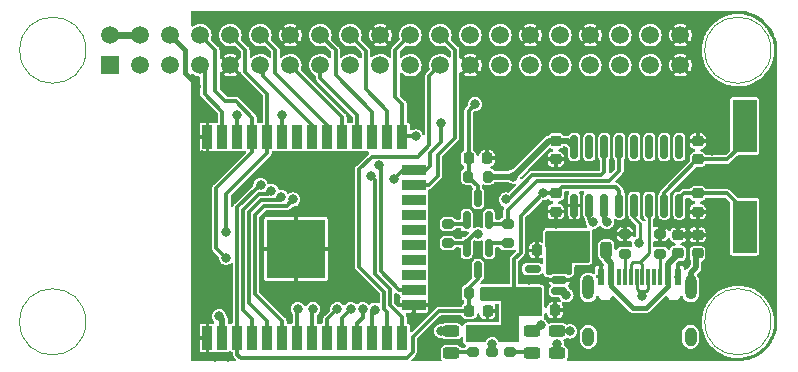
<source format=gtl>
G04 #@! TF.GenerationSoftware,KiCad,Pcbnew,(6.0.8)*
G04 #@! TF.CreationDate,2022-11-09T14:46:31+03:00*
G04 #@! TF.ProjectId,Pluton32,506c7574-6f6e-4333-922e-6b696361645f,1.0*
G04 #@! TF.SameCoordinates,Original*
G04 #@! TF.FileFunction,Copper,L1,Top*
G04 #@! TF.FilePolarity,Positive*
%FSLAX46Y46*%
G04 Gerber Fmt 4.6, Leading zero omitted, Abs format (unit mm)*
G04 Created by KiCad (PCBNEW (6.0.8)) date 2022-11-09 14:46:31*
%MOMM*%
%LPD*%
G01*
G04 APERTURE LIST*
G04 Aperture macros list*
%AMRoundRect*
0 Rectangle with rounded corners*
0 $1 Rounding radius*
0 $2 $3 $4 $5 $6 $7 $8 $9 X,Y pos of 4 corners*
0 Add a 4 corners polygon primitive as box body*
4,1,4,$2,$3,$4,$5,$6,$7,$8,$9,$2,$3,0*
0 Add four circle primitives for the rounded corners*
1,1,$1+$1,$2,$3*
1,1,$1+$1,$4,$5*
1,1,$1+$1,$6,$7*
1,1,$1+$1,$8,$9*
0 Add four rect primitives between the rounded corners*
20,1,$1+$1,$2,$3,$4,$5,0*
20,1,$1+$1,$4,$5,$6,$7,0*
20,1,$1+$1,$6,$7,$8,$9,0*
20,1,$1+$1,$8,$9,$2,$3,0*%
G04 Aperture macros list end*
G04 #@! TA.AperFunction,EtchedComponent*
%ADD10C,0.100000*%
G04 #@! TD*
G04 #@! TA.AperFunction,SMDPad,CuDef*
%ADD11RoundRect,0.150000X0.150000X-0.825000X0.150000X0.825000X-0.150000X0.825000X-0.150000X-0.825000X0*%
G04 #@! TD*
G04 #@! TA.AperFunction,SMDPad,CuDef*
%ADD12RoundRect,0.225000X0.250000X-0.225000X0.250000X0.225000X-0.250000X0.225000X-0.250000X-0.225000X0*%
G04 #@! TD*
G04 #@! TA.AperFunction,SMDPad,CuDef*
%ADD13RoundRect,0.150000X0.512500X0.150000X-0.512500X0.150000X-0.512500X-0.150000X0.512500X-0.150000X0*%
G04 #@! TD*
G04 #@! TA.AperFunction,SMDPad,CuDef*
%ADD14RoundRect,0.200000X0.200000X0.275000X-0.200000X0.275000X-0.200000X-0.275000X0.200000X-0.275000X0*%
G04 #@! TD*
G04 #@! TA.AperFunction,SMDPad,CuDef*
%ADD15R,2.000000X4.500000*%
G04 #@! TD*
G04 #@! TA.AperFunction,SMDPad,CuDef*
%ADD16RoundRect,0.150000X-0.150000X0.587500X-0.150000X-0.587500X0.150000X-0.587500X0.150000X0.587500X0*%
G04 #@! TD*
G04 #@! TA.AperFunction,SMDPad,CuDef*
%ADD17RoundRect,0.225000X0.225000X0.250000X-0.225000X0.250000X-0.225000X-0.250000X0.225000X-0.250000X0*%
G04 #@! TD*
G04 #@! TA.AperFunction,SMDPad,CuDef*
%ADD18RoundRect,0.200000X0.275000X-0.200000X0.275000X0.200000X-0.275000X0.200000X-0.275000X-0.200000X0*%
G04 #@! TD*
G04 #@! TA.AperFunction,SMDPad,CuDef*
%ADD19R,0.600000X1.450000*%
G04 #@! TD*
G04 #@! TA.AperFunction,SMDPad,CuDef*
%ADD20R,0.300000X1.450000*%
G04 #@! TD*
G04 #@! TA.AperFunction,ComponentPad*
%ADD21O,1.000000X1.600000*%
G04 #@! TD*
G04 #@! TA.AperFunction,ComponentPad*
%ADD22O,1.000000X2.100000*%
G04 #@! TD*
G04 #@! TA.AperFunction,SMDPad,CuDef*
%ADD23R,0.900000X2.000000*%
G04 #@! TD*
G04 #@! TA.AperFunction,SMDPad,CuDef*
%ADD24R,2.000000X0.900000*%
G04 #@! TD*
G04 #@! TA.AperFunction,SMDPad,CuDef*
%ADD25R,5.000000X5.000000*%
G04 #@! TD*
G04 #@! TA.AperFunction,SMDPad,CuDef*
%ADD26RoundRect,0.150000X0.150000X-0.587500X0.150000X0.587500X-0.150000X0.587500X-0.150000X-0.587500X0*%
G04 #@! TD*
G04 #@! TA.AperFunction,SMDPad,CuDef*
%ADD27RoundRect,0.200000X-0.275000X0.200000X-0.275000X-0.200000X0.275000X-0.200000X0.275000X0.200000X0*%
G04 #@! TD*
G04 #@! TA.AperFunction,SMDPad,CuDef*
%ADD28RoundRect,0.243750X0.243750X0.456250X-0.243750X0.456250X-0.243750X-0.456250X0.243750X-0.456250X0*%
G04 #@! TD*
G04 #@! TA.AperFunction,SMDPad,CuDef*
%ADD29RoundRect,0.218750X0.256250X-0.218750X0.256250X0.218750X-0.256250X0.218750X-0.256250X-0.218750X0*%
G04 #@! TD*
G04 #@! TA.AperFunction,ComponentPad*
%ADD30R,1.508000X1.508000*%
G04 #@! TD*
G04 #@! TA.AperFunction,ComponentPad*
%ADD31C,1.508000*%
G04 #@! TD*
G04 #@! TA.AperFunction,SMDPad,CuDef*
%ADD32RoundRect,0.225000X-0.250000X0.225000X-0.250000X-0.225000X0.250000X-0.225000X0.250000X0.225000X0*%
G04 #@! TD*
G04 #@! TA.AperFunction,SMDPad,CuDef*
%ADD33RoundRect,0.225000X-0.225000X-0.250000X0.225000X-0.250000X0.225000X0.250000X-0.225000X0.250000X0*%
G04 #@! TD*
G04 #@! TA.AperFunction,SMDPad,CuDef*
%ADD34RoundRect,0.243750X-0.456250X0.243750X-0.456250X-0.243750X0.456250X-0.243750X0.456250X0.243750X0*%
G04 #@! TD*
G04 #@! TA.AperFunction,SMDPad,CuDef*
%ADD35RoundRect,0.200000X-0.200000X-0.275000X0.200000X-0.275000X0.200000X0.275000X-0.200000X0.275000X0*%
G04 #@! TD*
G04 #@! TA.AperFunction,ViaPad*
%ADD36C,0.800000*%
G04 #@! TD*
G04 #@! TA.AperFunction,Conductor*
%ADD37C,0.304800*%
G04 #@! TD*
G04 #@! TA.AperFunction,Conductor*
%ADD38C,0.508000*%
G04 #@! TD*
G04 #@! TA.AperFunction,Conductor*
%ADD39C,0.406400*%
G04 #@! TD*
G04 #@! TA.AperFunction,Conductor*
%ADD40C,0.609600*%
G04 #@! TD*
G04 #@! TA.AperFunction,Conductor*
%ADD41C,0.254000*%
G04 #@! TD*
G04 APERTURE END LIST*
D10*
X121588191Y-108503594D02*
G75*
G03*
X121588191Y-108503594I-2801785J0D01*
G01*
X121598191Y-85503594D02*
G75*
G03*
X121598191Y-85503594I-2801785J0D01*
G01*
X179601785Y-108500000D02*
G75*
G03*
X179601785Y-108500000I-2801785J0D01*
G01*
X179598191Y-85503594D02*
G75*
G03*
X179598191Y-85503594I-2801785J0D01*
G01*
D11*
X162955000Y-98665000D03*
X164225000Y-98665000D03*
X165495000Y-98665000D03*
X166765000Y-98665000D03*
X168035000Y-98665000D03*
X169305000Y-98665000D03*
X170575000Y-98665000D03*
X171845000Y-98665000D03*
X171845000Y-93715000D03*
X170575000Y-93715000D03*
X169305000Y-93715000D03*
X168035000Y-93715000D03*
X166765000Y-93715000D03*
X165495000Y-93715000D03*
X164225000Y-93715000D03*
X162955000Y-93715000D03*
D12*
X173410000Y-94755000D03*
X173410000Y-93205000D03*
D13*
X161687500Y-105920000D03*
X161687500Y-104970000D03*
X161687500Y-104020000D03*
X159412500Y-104020000D03*
X159412500Y-105920000D03*
D14*
X155605000Y-96200572D03*
X153955000Y-96200572D03*
D12*
X171740000Y-102685000D03*
X171740000Y-101135000D03*
D15*
X177360000Y-91940000D03*
X177360000Y-100440000D03*
D16*
X155730000Y-102242500D03*
X153830000Y-102242500D03*
X154780000Y-104117500D03*
D17*
X161325000Y-102450000D03*
X159775000Y-102450000D03*
D18*
X152240000Y-101855000D03*
X152240000Y-100205000D03*
D19*
X165220000Y-104675000D03*
X166020000Y-104675000D03*
D20*
X167220000Y-104675000D03*
X168220000Y-104675000D03*
X168720000Y-104675000D03*
X169720000Y-104675000D03*
D19*
X170920000Y-104675000D03*
X171720000Y-104675000D03*
X171720000Y-104675000D03*
X170920000Y-104675000D03*
D20*
X170220000Y-104675000D03*
X169220000Y-104675000D03*
X167720000Y-104675000D03*
X166720000Y-104675000D03*
D19*
X166020000Y-104675000D03*
X165220000Y-104675000D03*
D21*
X172790000Y-109770000D03*
X164150000Y-109770000D03*
D22*
X172790000Y-105590000D03*
X164150000Y-105590000D03*
D23*
X131880000Y-109850000D03*
X133150000Y-109850000D03*
X134420000Y-109850000D03*
X135690000Y-109850000D03*
X136960000Y-109850000D03*
X138230000Y-109850000D03*
X139500000Y-109850000D03*
X140770000Y-109850000D03*
X142040000Y-109850000D03*
X143310000Y-109850000D03*
X144580000Y-109850000D03*
X145850000Y-109850000D03*
X147120000Y-109850000D03*
X148390000Y-109850000D03*
D24*
X149390000Y-107065000D03*
X149390000Y-105795000D03*
X149390000Y-104525000D03*
X149390000Y-103255000D03*
X149390000Y-101985000D03*
X149390000Y-100715000D03*
X149390000Y-99445000D03*
X149390000Y-98175000D03*
X149390000Y-96905000D03*
X149390000Y-95635000D03*
D23*
X148390000Y-92850000D03*
X147120000Y-92850000D03*
X145850000Y-92850000D03*
X144580000Y-92850000D03*
X143310000Y-92850000D03*
X142040000Y-92850000D03*
X140770000Y-92850000D03*
X139500000Y-92850000D03*
X138230000Y-92850000D03*
X136960000Y-92850000D03*
X135690000Y-92850000D03*
X134420000Y-92850000D03*
X133150000Y-92850000D03*
X131880000Y-92850000D03*
D25*
X139380000Y-102350000D03*
D26*
X153830000Y-99897500D03*
X155730000Y-99897500D03*
X154780000Y-98022500D03*
D18*
X157541000Y-111035000D03*
X157541000Y-109385000D03*
D27*
X157300000Y-100205000D03*
X157300000Y-101855000D03*
D28*
X165657500Y-102430000D03*
X163782500Y-102430000D03*
D29*
X173380000Y-102707500D03*
X173380000Y-101132500D03*
D30*
X123670000Y-86770000D03*
D31*
X123670000Y-84230000D03*
X126210000Y-86770000D03*
X126210000Y-84230000D03*
X128750000Y-86770000D03*
X128750000Y-84230000D03*
X131290000Y-86770000D03*
X131290000Y-84230000D03*
X133830000Y-86770000D03*
X133830000Y-84230000D03*
X136370000Y-86770000D03*
X136370000Y-84230000D03*
X138910000Y-86770000D03*
X138910000Y-84230000D03*
X141450000Y-86770000D03*
X141450000Y-84230000D03*
X143990000Y-86770000D03*
X143990000Y-84230000D03*
X146530000Y-86770000D03*
X146530000Y-84230000D03*
X149070000Y-86770000D03*
X149070000Y-84230000D03*
X151610000Y-86770000D03*
X151610000Y-84230000D03*
X154150000Y-86770000D03*
X154150000Y-84230000D03*
X156690000Y-86770000D03*
X156690000Y-84230000D03*
X159230000Y-86770000D03*
X159230000Y-84230000D03*
X161770000Y-86770000D03*
X161770000Y-84230000D03*
X164310000Y-86770000D03*
X164310000Y-84230000D03*
X166850000Y-86770000D03*
X166850000Y-84230000D03*
X169390000Y-86770000D03*
X169390000Y-84230000D03*
X171930000Y-86770000D03*
X171930000Y-84230000D03*
D32*
X173400000Y-97635000D03*
X173400000Y-99185000D03*
D18*
X155959000Y-111035000D03*
X155959000Y-109385000D03*
D33*
X159775000Y-107510000D03*
X161325000Y-107510000D03*
D27*
X170220000Y-101085000D03*
X170220000Y-102735000D03*
D34*
X159388000Y-109292500D03*
X159388000Y-111167500D03*
D33*
X154005000Y-94640000D03*
X155555000Y-94640000D03*
D34*
X161500000Y-109292500D03*
X161500000Y-111167500D03*
D17*
X155600000Y-107590572D03*
X154050000Y-107590572D03*
D12*
X161380000Y-99175000D03*
X161380000Y-97625000D03*
D34*
X152530000Y-109292500D03*
X152530000Y-111167500D03*
D27*
X167220000Y-101085000D03*
X167220000Y-102735000D03*
D35*
X154000000Y-106030000D03*
X155650000Y-106030000D03*
D18*
X154377000Y-111035000D03*
X154377000Y-109385000D03*
D32*
X161380000Y-93185000D03*
X161380000Y-94735000D03*
D36*
X138230000Y-91000000D03*
X134410000Y-91000000D03*
X162570000Y-109310000D03*
X165690000Y-100070000D03*
X133460000Y-103060000D03*
X133490000Y-100860000D03*
X160090000Y-108790000D03*
X164510000Y-100070000D03*
X146431852Y-95261900D03*
X145750000Y-96180000D03*
X163060000Y-101216492D03*
X162201900Y-103598564D03*
X162280000Y-106260000D03*
X149520000Y-92810000D03*
X154543326Y-90083326D03*
X136381340Y-96929460D03*
X161500000Y-110379500D03*
X156000000Y-110384500D03*
X168640000Y-106330000D03*
X168420000Y-101840000D03*
X174600000Y-91600000D03*
X171640000Y-108070000D03*
X133660000Y-111460000D03*
X149180000Y-108070000D03*
X148900000Y-88840000D03*
X130980000Y-111410000D03*
X131000000Y-105600000D03*
X138400000Y-107000000D03*
X158000000Y-85400000D03*
X134840000Y-88990000D03*
X140500000Y-102000000D03*
X160120000Y-104920000D03*
X143800000Y-101400000D03*
X156860000Y-103520000D03*
X133200000Y-94600000D03*
X173380000Y-100180000D03*
X152220000Y-103250000D03*
X163600000Y-95200000D03*
X134280000Y-88200000D03*
X159200000Y-100000000D03*
X174600000Y-89000000D03*
X174570000Y-103140000D03*
X154200000Y-88400000D03*
X151830000Y-106150000D03*
X172000000Y-90800000D03*
X151170000Y-105230000D03*
X149600000Y-89960000D03*
X163010000Y-110590000D03*
X160200000Y-100000000D03*
X137500000Y-100500000D03*
X133850000Y-88990000D03*
X174610000Y-101930000D03*
X132500000Y-111450000D03*
X153800000Y-89400000D03*
X151200000Y-111380000D03*
X154800000Y-102400000D03*
X155830000Y-104130000D03*
X137500000Y-103500000D03*
X143800000Y-103000000D03*
X162390000Y-107520000D03*
X170400000Y-90800000D03*
X133360000Y-88210000D03*
X131000000Y-101400000D03*
X137800000Y-105800000D03*
X163000000Y-85400000D03*
X137600000Y-83600000D03*
X151650000Y-104220000D03*
X171770000Y-100270000D03*
X156600000Y-97200000D03*
X160200000Y-99000000D03*
X139000000Y-102000000D03*
X152200000Y-105170000D03*
X155800000Y-98000000D03*
X150200000Y-111400000D03*
X142800000Y-100800000D03*
X135670000Y-89440000D03*
X161400000Y-100200000D03*
X167150000Y-100220000D03*
X149620000Y-91050000D03*
X139200000Y-105800000D03*
X140500000Y-103500000D03*
X137500000Y-102000000D03*
X152790000Y-106120000D03*
X174510000Y-99190000D03*
X131000000Y-107000000D03*
X174600000Y-90400000D03*
X131800000Y-96200000D03*
X170440000Y-100390000D03*
X143000000Y-104000000D03*
X131000000Y-97000000D03*
X174600000Y-94000000D03*
X132200000Y-95200000D03*
X139000000Y-100500000D03*
X166080000Y-107880000D03*
X167600000Y-95400000D03*
X140500000Y-100500000D03*
X142800000Y-102400000D03*
X136080000Y-90220000D03*
X131400000Y-94400000D03*
X156860000Y-104730000D03*
X143800000Y-99800000D03*
X140200000Y-83600000D03*
X140800000Y-105600000D03*
X131000000Y-108400000D03*
X172570000Y-101160000D03*
X131000000Y-98600000D03*
X138200000Y-101200000D03*
X162970000Y-104970000D03*
X164400000Y-91600000D03*
X154800000Y-99800000D03*
X160200000Y-95200000D03*
X143930000Y-94790000D03*
X159600000Y-101000000D03*
X169800000Y-96600000D03*
X174600000Y-92800000D03*
X131000000Y-100000000D03*
X152740000Y-104210000D03*
X162400000Y-91600000D03*
X170800000Y-95600000D03*
X131000000Y-104200000D03*
X166800000Y-91600000D03*
X138200000Y-102800000D03*
X139800000Y-102800000D03*
X174600000Y-100630000D03*
X139800000Y-101200000D03*
X159110000Y-104930000D03*
X131000000Y-95400000D03*
X139000000Y-103500000D03*
X149790000Y-88250000D03*
X170600000Y-85400000D03*
X131000000Y-102800000D03*
X157769428Y-96200572D03*
X132890000Y-108040000D03*
X157480000Y-108490000D03*
X160325000Y-97625000D03*
X137305601Y-97412514D03*
X138155756Y-97938100D03*
X139150000Y-98144860D03*
X139530000Y-107410000D03*
X140820000Y-107410000D03*
X142889714Y-107429714D03*
X144030000Y-107420000D03*
X145029438Y-107431357D03*
X146080000Y-107460000D03*
X151630000Y-91700000D03*
X147710000Y-96410000D03*
X151690000Y-109280000D03*
X154800000Y-101070000D03*
X157153326Y-98143326D03*
D37*
X138230000Y-92850000D02*
X138230000Y-91000000D01*
X134420000Y-92850000D02*
X134420000Y-91010000D01*
X134420000Y-91010000D02*
X134410000Y-91000000D01*
X135690000Y-91216636D02*
X134273364Y-89800000D01*
X162570000Y-109310000D02*
X161517500Y-109310000D01*
X135690000Y-92850000D02*
X135690000Y-94160000D01*
X132560000Y-88960000D02*
X132560000Y-85500000D01*
X165495000Y-99875000D02*
X165690000Y-100070000D01*
X135690000Y-92850000D02*
X135690000Y-91216636D01*
X132560000Y-85500000D02*
X131290000Y-84230000D01*
X133400000Y-89800000D02*
X132560000Y-88960000D01*
X165495000Y-98665000D02*
X165495000Y-99875000D01*
X134273364Y-89800000D02*
X133400000Y-89800000D01*
X132640000Y-102240000D02*
X133460000Y-103060000D01*
X135690000Y-94160000D02*
X132640000Y-97210000D01*
X132640000Y-97210000D02*
X132640000Y-102240000D01*
X161517500Y-109310000D02*
X161500000Y-109292500D01*
X136620000Y-94540000D02*
X133490000Y-97670000D01*
X136960000Y-89230000D02*
X136960000Y-92850000D01*
X135100000Y-85500000D02*
X135100000Y-87370000D01*
X159890500Y-108790000D02*
X159388000Y-109292500D01*
X133830000Y-84230000D02*
X135100000Y-85500000D01*
X135100000Y-87370000D02*
X136960000Y-89230000D01*
X136960000Y-92850000D02*
X136960000Y-94200000D01*
X136960000Y-94200000D02*
X136620000Y-94540000D01*
X164225000Y-98665000D02*
X164225000Y-99785000D01*
X133490000Y-97670000D02*
X133490000Y-100860000D01*
X164225000Y-99785000D02*
X164510000Y-100070000D01*
X160090000Y-108790000D02*
X159890500Y-108790000D01*
X146550000Y-104220000D02*
X148125000Y-105795000D01*
X148125000Y-105795000D02*
X149390000Y-105795000D01*
X146550000Y-95380048D02*
X146550000Y-104220000D01*
X146431852Y-95261900D02*
X146550000Y-95380048D01*
X146045680Y-96475680D02*
X146045680Y-104428896D01*
X147360000Y-107069411D02*
X148390000Y-108099411D01*
X145750000Y-96180000D02*
X146045680Y-96475680D01*
X147360000Y-105743216D02*
X147360000Y-107069411D01*
X148390000Y-108099411D02*
X148390000Y-109850000D01*
X146045680Y-104428896D02*
X147360000Y-105743216D01*
X150680000Y-93550000D02*
X150680000Y-87700000D01*
X144738089Y-103834521D02*
X144738089Y-95561911D01*
X145790000Y-94510000D02*
X149720000Y-94510000D01*
X147120000Y-109850000D02*
X147120000Y-107662038D01*
X146855680Y-107397718D02*
X146855680Y-105952112D01*
X150680000Y-87700000D02*
X151610000Y-86770000D01*
X147120000Y-107662038D02*
X146855680Y-107397718D01*
X144738089Y-95561911D02*
X145790000Y-94510000D01*
X149720000Y-94510000D02*
X150680000Y-93550000D01*
X146855680Y-105952112D02*
X144738089Y-103834521D01*
X151380000Y-96150000D02*
X151380000Y-94380000D01*
X152860000Y-92900000D02*
X152860000Y-85480000D01*
X152860000Y-85480000D02*
X151610000Y-84230000D01*
X149390000Y-96905000D02*
X150625000Y-96905000D01*
X151380000Y-94380000D02*
X152860000Y-92900000D01*
X150625000Y-96905000D02*
X151380000Y-96150000D01*
D38*
X166020000Y-103500000D02*
X165657500Y-103137500D01*
D39*
X170920000Y-104675000D02*
X170920000Y-105460000D01*
X167919865Y-107360000D02*
X168280000Y-107360000D01*
D38*
X171740000Y-102760000D02*
X171740000Y-102685000D01*
X166020000Y-103500000D02*
X166020000Y-104675000D01*
X170920000Y-103580000D02*
X171740000Y-102760000D01*
D39*
X166020000Y-105460135D02*
X167919865Y-107360000D01*
D38*
X165657500Y-103137500D02*
X165657500Y-102430000D01*
X170920000Y-103580000D02*
X170920000Y-104675000D01*
D39*
X169020000Y-107360000D02*
X168280000Y-107360000D01*
X166020000Y-104675000D02*
X166020000Y-105460135D01*
X170920000Y-105460000D02*
X169020000Y-107360000D01*
D37*
X170575000Y-98665000D02*
X170575000Y-97555000D01*
X175905000Y-94755000D02*
X177360000Y-93300000D01*
X173375000Y-94755000D02*
X173410000Y-94755000D01*
X170575000Y-97555000D02*
X173375000Y-94755000D01*
X177360000Y-93300000D02*
X177360000Y-91940000D01*
X173410000Y-94755000D02*
X175905000Y-94755000D01*
X172225000Y-97635000D02*
X173400000Y-97635000D01*
X175875000Y-97635000D02*
X177360000Y-99120000D01*
X177360000Y-99120000D02*
X177360000Y-100440000D01*
X173400000Y-97635000D02*
X175875000Y-97635000D01*
X171845000Y-98015000D02*
X172225000Y-97635000D01*
X171845000Y-98665000D02*
X171845000Y-98015000D01*
X161940000Y-105920000D02*
X161687500Y-105920000D01*
D40*
X123670000Y-84230000D02*
X126210000Y-84230000D01*
D39*
X161687500Y-104020000D02*
X161780464Y-104020000D01*
D40*
X163060000Y-101707500D02*
X163782500Y-102430000D01*
D39*
X161780464Y-104020000D02*
X162201900Y-103598564D01*
D37*
X162280000Y-106260000D02*
X161940000Y-105920000D01*
D40*
X163060000Y-101216492D02*
X163060000Y-101707500D01*
D37*
X154780000Y-97025572D02*
X153955000Y-96200572D01*
X154780000Y-98022500D02*
X154780000Y-97025572D01*
X154005000Y-90621652D02*
X154005000Y-94640000D01*
X147800000Y-85500000D02*
X147800000Y-89450000D01*
X154005000Y-94640000D02*
X154005000Y-96150572D01*
X154543326Y-90083326D02*
X154005000Y-90621652D01*
X149520000Y-92810000D02*
X148430000Y-92810000D01*
X149070000Y-84230000D02*
X147800000Y-85500000D01*
X148430000Y-92810000D02*
X148390000Y-92850000D01*
X148390000Y-90040000D02*
X148390000Y-92850000D01*
X147800000Y-89450000D02*
X148390000Y-90040000D01*
X154005000Y-96150572D02*
X153955000Y-96200572D01*
X149250000Y-109800000D02*
X149250000Y-111070000D01*
X134710000Y-111560000D02*
X134420000Y-111270000D01*
X154780000Y-104860000D02*
X154000000Y-105640000D01*
X154050000Y-107590572D02*
X151459428Y-107590572D01*
X154000000Y-106030000D02*
X154000000Y-107540572D01*
X151459428Y-107590572D02*
X149250000Y-109800000D01*
X154780000Y-104117500D02*
X154780000Y-104860000D01*
X154000000Y-107540572D02*
X154050000Y-107590572D01*
X149250000Y-111070000D02*
X148760000Y-111560000D01*
X134420000Y-111270000D02*
X134420000Y-109850000D01*
X136043312Y-97177040D02*
X134420000Y-98800352D01*
X136133760Y-97177040D02*
X136043312Y-97177040D01*
X148760000Y-111560000D02*
X134710000Y-111560000D01*
X154000000Y-105640000D02*
X154000000Y-106030000D01*
X136381340Y-96929460D02*
X136133760Y-97177040D01*
X134420000Y-98800352D02*
X134420000Y-109850000D01*
X157541000Y-111035000D02*
X159255500Y-111035000D01*
X159255500Y-111035000D02*
X159388000Y-111167500D01*
X161500000Y-110379500D02*
X161500000Y-111167500D01*
X155959000Y-111035000D02*
X155959000Y-110425500D01*
X155959000Y-110425500D02*
X156000000Y-110384500D01*
D41*
X167220000Y-104675000D02*
X167220000Y-102735000D01*
X169003022Y-105920000D02*
X169220000Y-105703022D01*
X168436978Y-105920000D02*
X168570000Y-105920000D01*
X168640000Y-106330000D02*
X168640000Y-105990000D01*
X168035000Y-99695000D02*
X168480000Y-100140000D01*
X168640000Y-105990000D02*
X168570000Y-105920000D01*
X168480000Y-101780000D02*
X168420000Y-101840000D01*
X168220000Y-105703022D02*
X168436978Y-105920000D01*
X169220000Y-105703022D02*
X169220000Y-104675000D01*
X168220000Y-104675000D02*
X168220000Y-105703022D01*
X168035000Y-98665000D02*
X168035000Y-99695000D01*
X168480000Y-100140000D02*
X168480000Y-101780000D01*
X168570000Y-105920000D02*
X169003022Y-105920000D01*
X168523022Y-103450000D02*
X168720000Y-103646978D01*
X167916978Y-103450000D02*
X168523022Y-103450000D01*
X167720000Y-104675000D02*
X167720000Y-103646978D01*
X167720000Y-103646978D02*
X167916978Y-103450000D01*
X168720000Y-103646978D02*
X168720000Y-104675000D01*
X169305000Y-102668022D02*
X168523022Y-103450000D01*
X169305000Y-98665000D02*
X169305000Y-102668022D01*
D39*
X130010000Y-85490000D02*
X130010000Y-87460000D01*
X130010000Y-87460000D02*
X131090000Y-88540000D01*
X128750000Y-84230000D02*
X130010000Y-85490000D01*
D41*
X170220000Y-104675000D02*
X170220000Y-102735000D01*
D38*
X172790000Y-104360000D02*
X173250000Y-103900000D01*
X173250000Y-103900000D02*
X173250000Y-102697500D01*
X172790000Y-105590000D02*
X172790000Y-104360000D01*
D37*
X157300000Y-101855000D02*
X155730000Y-101855000D01*
X155730000Y-101855000D02*
X155730000Y-102242500D01*
X152240000Y-100205000D02*
X153830000Y-100205000D01*
X153830000Y-100205000D02*
X153830000Y-99897500D01*
D38*
X133150000Y-108300000D02*
X132890000Y-108040000D01*
X157769428Y-96200572D02*
X160785000Y-93185000D01*
X160785000Y-93185000D02*
X161380000Y-93185000D01*
D37*
X160325000Y-97625000D02*
X158400000Y-99550000D01*
X166765000Y-97385000D02*
X166450000Y-97070000D01*
X158398080Y-102641920D02*
X157870000Y-103170000D01*
D38*
X162425000Y-93185000D02*
X162955000Y-93715000D01*
D37*
X158400000Y-99550000D02*
X158400000Y-102240000D01*
X158398080Y-102241920D02*
X158398080Y-102641920D01*
X157870000Y-103170000D02*
X157870000Y-105910000D01*
D38*
X133150000Y-109850000D02*
X133150000Y-108300000D01*
D37*
X166450000Y-97070000D02*
X161935000Y-97070000D01*
X158400000Y-102240000D02*
X158398080Y-102241920D01*
D38*
X161380000Y-93185000D02*
X162425000Y-93185000D01*
D37*
X166765000Y-98665000D02*
X166765000Y-97385000D01*
X161380000Y-97625000D02*
X160325000Y-97625000D01*
D38*
X155605000Y-96200572D02*
X157769428Y-96200572D01*
D37*
X161935000Y-97070000D02*
X161380000Y-97625000D01*
X133150000Y-92850000D02*
X133150000Y-90750000D01*
X131645120Y-89245120D02*
X131645120Y-87125120D01*
X133150000Y-90750000D02*
X131645120Y-89245120D01*
X131645120Y-87125120D02*
X131290000Y-86770000D01*
X136252208Y-97681360D02*
X134924320Y-99009248D01*
X137036755Y-97681360D02*
X136252208Y-97681360D01*
X134924320Y-107484320D02*
X135690000Y-108250000D01*
X134924320Y-99009248D02*
X134924320Y-107484320D01*
X137305601Y-97412514D02*
X137036755Y-97681360D01*
X135690000Y-108250000D02*
X135690000Y-109850000D01*
X136960000Y-108420000D02*
X136960000Y-109850000D01*
X135428640Y-99218144D02*
X135428640Y-106888640D01*
X136461104Y-98185680D02*
X135428640Y-99218144D01*
X137908176Y-98185680D02*
X136461104Y-98185680D01*
X138155756Y-97938100D02*
X137908176Y-98185680D01*
X135428640Y-106888640D02*
X136960000Y-108420000D01*
X135932960Y-99427040D02*
X135932960Y-106142960D01*
X138230000Y-108440000D02*
X138230000Y-109850000D01*
X136670000Y-98690000D02*
X135932960Y-99427040D01*
X138604860Y-98690000D02*
X136670000Y-98690000D01*
X135932960Y-106142960D02*
X138230000Y-108440000D01*
X139150000Y-98144860D02*
X138604860Y-98690000D01*
X139500000Y-107440000D02*
X139530000Y-107410000D01*
X139500000Y-109850000D02*
X139500000Y-107440000D01*
X140770000Y-107460000D02*
X140820000Y-107410000D01*
X140770000Y-109850000D02*
X140770000Y-107460000D01*
X142040000Y-108279428D02*
X142040000Y-109850000D01*
X142889714Y-107429714D02*
X142040000Y-108279428D01*
X143310000Y-109850000D02*
X143310000Y-108140000D01*
X143310000Y-108140000D02*
X144030000Y-107420000D01*
X145029438Y-108170562D02*
X145029438Y-107431357D01*
X144580000Y-109850000D02*
X144580000Y-108620000D01*
X144580000Y-108620000D02*
X145029438Y-108170562D01*
X145850000Y-109850000D02*
X145850000Y-107690000D01*
X145850000Y-107690000D02*
X146080000Y-107460000D01*
X150710000Y-95300000D02*
X150710000Y-94233216D01*
X150710000Y-94233216D02*
X151630000Y-93313216D01*
X148485000Y-95635000D02*
X147710000Y-96410000D01*
X151630000Y-93313216D02*
X151630000Y-91700000D01*
X150375000Y-95635000D02*
X150710000Y-95300000D01*
X149390000Y-95635000D02*
X150375000Y-95635000D01*
X151702500Y-109292500D02*
X152530000Y-109292500D01*
X149390000Y-95635000D02*
X148485000Y-95635000D01*
X151690000Y-109280000D02*
X151702500Y-109292500D01*
X143990000Y-84230000D02*
X145300000Y-85540000D01*
X145300000Y-85540000D02*
X145300000Y-88790000D01*
X145300000Y-88790000D02*
X147120000Y-90610000D01*
X147120000Y-90610000D02*
X147120000Y-92850000D01*
X142740000Y-87620000D02*
X145850000Y-90730000D01*
X141450000Y-84230000D02*
X142740000Y-85520000D01*
X145850000Y-90730000D02*
X145850000Y-92850000D01*
X142740000Y-85520000D02*
X142740000Y-87620000D01*
X144580000Y-91030000D02*
X144580000Y-92850000D01*
X141450000Y-86770000D02*
X141450000Y-87900000D01*
X141450000Y-87900000D02*
X144580000Y-91030000D01*
X143310000Y-91170000D02*
X143310000Y-92850000D01*
X138910000Y-86770000D02*
X143310000Y-91170000D01*
X137650000Y-87410000D02*
X142040000Y-91800000D01*
X142040000Y-91800000D02*
X142040000Y-92850000D01*
X137650000Y-85510000D02*
X137650000Y-87410000D01*
X136370000Y-84230000D02*
X137650000Y-85510000D01*
X140770000Y-91850000D02*
X136600000Y-87680000D01*
X136600000Y-87680000D02*
X136600000Y-87000000D01*
X136600000Y-87000000D02*
X136370000Y-86770000D01*
X140770000Y-92850000D02*
X140770000Y-91850000D01*
X152662500Y-111035000D02*
X152530000Y-111167500D01*
X154377000Y-111035000D02*
X152662500Y-111035000D01*
X157240000Y-98230000D02*
X157153326Y-98143326D01*
X159408640Y-96061360D02*
X157240000Y-98230000D01*
X153830000Y-101855000D02*
X153830000Y-102242500D01*
X154800000Y-101070000D02*
X154470000Y-101070000D01*
X154470000Y-101070000D02*
X153830000Y-101710000D01*
X152240000Y-101855000D02*
X153830000Y-101855000D01*
X153830000Y-101710000D02*
X153830000Y-102242500D01*
X165495000Y-95795000D02*
X165228640Y-96061360D01*
X165228640Y-96061360D02*
X159408640Y-96061360D01*
X165495000Y-93715000D02*
X165495000Y-95795000D01*
X165904320Y-96565680D02*
X159794320Y-96565680D01*
X166765000Y-93715000D02*
X166765000Y-95705000D01*
X156037500Y-100205000D02*
X155730000Y-99897500D01*
X157300000Y-100205000D02*
X156037500Y-100205000D01*
X157300000Y-99060000D02*
X157300000Y-100205000D01*
X166765000Y-95705000D02*
X165904320Y-96565680D01*
X159794320Y-96565680D02*
X157300000Y-99060000D01*
G04 #@! TA.AperFunction,Conductor*
G36*
X160152121Y-105560002D02*
G01*
X160198614Y-105613658D01*
X160210000Y-105666000D01*
X160210000Y-107914000D01*
X160189998Y-107982121D01*
X160136342Y-108028614D01*
X160084000Y-108040000D01*
X158250000Y-108040000D01*
X158250000Y-110124000D01*
X158229998Y-110192121D01*
X158176342Y-110238614D01*
X158124000Y-110250000D01*
X156678456Y-110250000D01*
X156610335Y-110229998D01*
X156562047Y-110172218D01*
X156527696Y-110089289D01*
X156524536Y-110081659D01*
X156428282Y-109956218D01*
X156302841Y-109859964D01*
X156156762Y-109799456D01*
X156000000Y-109778818D01*
X155843238Y-109799456D01*
X155697159Y-109859964D01*
X155571718Y-109956218D01*
X155475464Y-110081659D01*
X155472304Y-110089289D01*
X155437953Y-110172218D01*
X155393404Y-110227499D01*
X155321544Y-110250000D01*
X153876000Y-110250000D01*
X153807879Y-110229998D01*
X153761386Y-110176342D01*
X153750000Y-110124000D01*
X153750000Y-108876000D01*
X153770002Y-108807879D01*
X153823658Y-108761386D01*
X153876000Y-108750000D01*
X156750000Y-108750000D01*
X156750000Y-106750000D01*
X155126000Y-106750000D01*
X155057879Y-106729998D01*
X155011386Y-106676342D01*
X155000000Y-106624000D01*
X155000000Y-105666000D01*
X155020002Y-105597879D01*
X155073658Y-105551386D01*
X155126000Y-105540000D01*
X160084000Y-105540000D01*
X160152121Y-105560002D01*
G37*
G04 #@! TD.AperFunction*
G04 #@! TA.AperFunction,Conductor*
G36*
X176771643Y-82154001D02*
G01*
X176783977Y-82154001D01*
X176800000Y-82158294D01*
X176816024Y-82154000D01*
X176817705Y-82154000D01*
X176824294Y-82154173D01*
X177143271Y-82170890D01*
X177156381Y-82172268D01*
X177399534Y-82210779D01*
X177489379Y-82225009D01*
X177502279Y-82227751D01*
X177827937Y-82315011D01*
X177840480Y-82319087D01*
X178155219Y-82439904D01*
X178167268Y-82445268D01*
X178467670Y-82598330D01*
X178479092Y-82604925D01*
X178761842Y-82788545D01*
X178772508Y-82796295D01*
X178900308Y-82899785D01*
X179034516Y-83008465D01*
X179044317Y-83017290D01*
X179282710Y-83255683D01*
X179291535Y-83265484D01*
X179483611Y-83502677D01*
X179503703Y-83527489D01*
X179511453Y-83538156D01*
X179583761Y-83649500D01*
X179695075Y-83820908D01*
X179701670Y-83832330D01*
X179854732Y-84132732D01*
X179860096Y-84144781D01*
X179873459Y-84179592D01*
X179977537Y-84450724D01*
X179980913Y-84459520D01*
X179984989Y-84472061D01*
X180023089Y-84614255D01*
X180072249Y-84797721D01*
X180074991Y-84810621D01*
X180122234Y-85108900D01*
X180127732Y-85143616D01*
X180129110Y-85156729D01*
X180145820Y-85475554D01*
X180145827Y-85475697D01*
X180146000Y-85482295D01*
X180146000Y-85483976D01*
X180141706Y-85500000D01*
X180145999Y-85516023D01*
X180145999Y-85528357D01*
X180147100Y-85536720D01*
X180147100Y-108463280D01*
X180145999Y-108471643D01*
X180145999Y-108483977D01*
X180141706Y-108500000D01*
X180146000Y-108516024D01*
X180146000Y-108517705D01*
X180145827Y-108524294D01*
X180129140Y-108842697D01*
X180129110Y-108843268D01*
X180127732Y-108856381D01*
X180086675Y-109115609D01*
X180074991Y-109189379D01*
X180072249Y-109202279D01*
X180061384Y-109242828D01*
X180010789Y-109431652D01*
X179984989Y-109527937D01*
X179980913Y-109540479D01*
X179950222Y-109620434D01*
X179860096Y-109855219D01*
X179854732Y-109867268D01*
X179701670Y-110167670D01*
X179695075Y-110179092D01*
X179515574Y-110455500D01*
X179511455Y-110461842D01*
X179503705Y-110472508D01*
X179375394Y-110630959D01*
X179291535Y-110734516D01*
X179282710Y-110744317D01*
X179044317Y-110982710D01*
X179034516Y-110991535D01*
X178799406Y-111181924D01*
X178772511Y-111203703D01*
X178761844Y-111211453D01*
X178485780Y-111390732D01*
X178479092Y-111395075D01*
X178467670Y-111401670D01*
X178167268Y-111554732D01*
X178155219Y-111560096D01*
X177840480Y-111680913D01*
X177827939Y-111684989D01*
X177760092Y-111703168D01*
X177502279Y-111772249D01*
X177489379Y-111774991D01*
X177156381Y-111827732D01*
X177143271Y-111829110D01*
X176824294Y-111845827D01*
X176817705Y-111846000D01*
X176816024Y-111846000D01*
X176800000Y-111841706D01*
X176783977Y-111845999D01*
X176771643Y-111845999D01*
X176763280Y-111847100D01*
X162436358Y-111847100D01*
X162368237Y-111827098D01*
X162321744Y-111773442D01*
X162311640Y-111703168D01*
X162335007Y-111646241D01*
X162347703Y-111629053D01*
X162347707Y-111629046D01*
X162353298Y-111621476D01*
X162397560Y-111495434D01*
X162398367Y-111486903D01*
X162400098Y-111468581D01*
X162400500Y-111464333D01*
X162400499Y-110870668D01*
X162397560Y-110839566D01*
X162384889Y-110803482D01*
X162358654Y-110728776D01*
X162353298Y-110713524D01*
X162347706Y-110705954D01*
X162347705Y-110705951D01*
X162284940Y-110620976D01*
X162273930Y-110606070D01*
X162166476Y-110526702D01*
X162165541Y-110526373D01*
X162117883Y-110479927D01*
X162101900Y-110410753D01*
X162102760Y-110401693D01*
X162105682Y-110379500D01*
X162085044Y-110222738D01*
X162041664Y-110118009D01*
X162041073Y-110112516D01*
X163449500Y-110112516D01*
X163464724Y-110238320D01*
X163524655Y-110396923D01*
X163528956Y-110403181D01*
X163612628Y-110524923D01*
X163620688Y-110536651D01*
X163626358Y-110541703D01*
X163626359Y-110541704D01*
X163741608Y-110644388D01*
X163741612Y-110644390D01*
X163747279Y-110649440D01*
X163753988Y-110652992D01*
X163753989Y-110652993D01*
X163761761Y-110657108D01*
X163897119Y-110728776D01*
X164061559Y-110770081D01*
X164069157Y-110770121D01*
X164069159Y-110770121D01*
X164146332Y-110770525D01*
X164231105Y-110770969D01*
X164238492Y-110769195D01*
X164238496Y-110769195D01*
X164388583Y-110733161D01*
X164395968Y-110731388D01*
X164402712Y-110727907D01*
X164402715Y-110727906D01*
X164539883Y-110657108D01*
X164539884Y-110657108D01*
X164546631Y-110653625D01*
X164563737Y-110638703D01*
X164657230Y-110557144D01*
X164674396Y-110542169D01*
X164728588Y-110465062D01*
X164767518Y-110409670D01*
X164767519Y-110409668D01*
X164771887Y-110403453D01*
X164833476Y-110245487D01*
X164836735Y-110220736D01*
X164849962Y-110120261D01*
X164849962Y-110120260D01*
X164850500Y-110116174D01*
X164850500Y-110112516D01*
X172089500Y-110112516D01*
X172104724Y-110238320D01*
X172164655Y-110396923D01*
X172168956Y-110403181D01*
X172252628Y-110524923D01*
X172260688Y-110536651D01*
X172266358Y-110541703D01*
X172266359Y-110541704D01*
X172381608Y-110644388D01*
X172381612Y-110644390D01*
X172387279Y-110649440D01*
X172393988Y-110652992D01*
X172393989Y-110652993D01*
X172401761Y-110657108D01*
X172537119Y-110728776D01*
X172701559Y-110770081D01*
X172709157Y-110770121D01*
X172709159Y-110770121D01*
X172786332Y-110770525D01*
X172871105Y-110770969D01*
X172878492Y-110769195D01*
X172878496Y-110769195D01*
X173028583Y-110733161D01*
X173035968Y-110731388D01*
X173042712Y-110727907D01*
X173042715Y-110727906D01*
X173179883Y-110657108D01*
X173179884Y-110657108D01*
X173186631Y-110653625D01*
X173203737Y-110638703D01*
X173297230Y-110557144D01*
X173314396Y-110542169D01*
X173368588Y-110465062D01*
X173407518Y-110409670D01*
X173407519Y-110409668D01*
X173411887Y-110403453D01*
X173473476Y-110245487D01*
X173476735Y-110220736D01*
X173489962Y-110120261D01*
X173489962Y-110120260D01*
X173490500Y-110116174D01*
X173490500Y-109427484D01*
X173475276Y-109301680D01*
X173437716Y-109202279D01*
X173418029Y-109150180D01*
X173415345Y-109143077D01*
X173319312Y-109003349D01*
X173303884Y-108989603D01*
X173198392Y-108895612D01*
X173198388Y-108895610D01*
X173192721Y-108890560D01*
X173176022Y-108881718D01*
X173090504Y-108836439D01*
X173042881Y-108811224D01*
X172878441Y-108769919D01*
X172870843Y-108769879D01*
X172870841Y-108769879D01*
X172793668Y-108769475D01*
X172708895Y-108769031D01*
X172701508Y-108770805D01*
X172701504Y-108770805D01*
X172559581Y-108804879D01*
X172544032Y-108808612D01*
X172537288Y-108812093D01*
X172537285Y-108812094D01*
X172402392Y-108881718D01*
X172393369Y-108886375D01*
X172265604Y-108997831D01*
X172261237Y-109004045D01*
X172177467Y-109123238D01*
X172168113Y-109136547D01*
X172106524Y-109294513D01*
X172089500Y-109423826D01*
X172089500Y-110112516D01*
X164850500Y-110112516D01*
X164850500Y-109427484D01*
X164835276Y-109301680D01*
X164797716Y-109202279D01*
X164778029Y-109150180D01*
X164775345Y-109143077D01*
X164679312Y-109003349D01*
X164663884Y-108989603D01*
X164558392Y-108895612D01*
X164558388Y-108895610D01*
X164552721Y-108890560D01*
X164536022Y-108881718D01*
X164450504Y-108836439D01*
X164402881Y-108811224D01*
X164238441Y-108769919D01*
X164230843Y-108769879D01*
X164230841Y-108769879D01*
X164153668Y-108769475D01*
X164068895Y-108769031D01*
X164061508Y-108770805D01*
X164061504Y-108770805D01*
X163919581Y-108804879D01*
X163904032Y-108808612D01*
X163897288Y-108812093D01*
X163897285Y-108812094D01*
X163762392Y-108881718D01*
X163753369Y-108886375D01*
X163625604Y-108997831D01*
X163621237Y-109004045D01*
X163537467Y-109123238D01*
X163528113Y-109136547D01*
X163466524Y-109294513D01*
X163449500Y-109423826D01*
X163449500Y-110112516D01*
X162041073Y-110112516D01*
X162034075Y-110047421D01*
X162065854Y-109983934D01*
X162116326Y-109950909D01*
X162157592Y-109936418D01*
X162157593Y-109936417D01*
X162166476Y-109933298D01*
X162174046Y-109927706D01*
X162174049Y-109927705D01*
X162231037Y-109885612D01*
X162297715Y-109861229D01*
X162354113Y-109870554D01*
X162413238Y-109895044D01*
X162570000Y-109915682D01*
X162578188Y-109914604D01*
X162718574Y-109896122D01*
X162726762Y-109895044D01*
X162872841Y-109834536D01*
X162998282Y-109738282D01*
X163005335Y-109729091D01*
X163029498Y-109697600D01*
X163094536Y-109612841D01*
X163155044Y-109466762D01*
X163175682Y-109310000D01*
X163155044Y-109153238D01*
X163094536Y-109007159D01*
X162998282Y-108881718D01*
X162872841Y-108785464D01*
X162745053Y-108732532D01*
X162734391Y-108728116D01*
X162726762Y-108724956D01*
X162570000Y-108704318D01*
X162413238Y-108724956D01*
X162405610Y-108728116D01*
X162405605Y-108728117D01*
X162384473Y-108736870D01*
X162313883Y-108744459D01*
X162261396Y-108721812D01*
X162174049Y-108657295D01*
X162174046Y-108657294D01*
X162166476Y-108651702D01*
X162040434Y-108607440D01*
X162032788Y-108606717D01*
X162032787Y-108606717D01*
X162027118Y-108606181D01*
X162009333Y-108604500D01*
X161500258Y-108604500D01*
X160990668Y-108604501D01*
X160987718Y-108604780D01*
X160987713Y-108604780D01*
X160977352Y-108605759D01*
X160959566Y-108607440D01*
X160952325Y-108609983D01*
X160952324Y-108609983D01*
X160842725Y-108648471D01*
X160833524Y-108651702D01*
X160830082Y-108654245D01*
X160763178Y-108667902D01*
X160696981Y-108642240D01*
X160657369Y-108590567D01*
X160653820Y-108581999D01*
X160614536Y-108487159D01*
X160591637Y-108457316D01*
X173743204Y-108457316D01*
X173744993Y-108500000D01*
X173757496Y-108798320D01*
X173783232Y-108964566D01*
X173800254Y-109074515D01*
X173809711Y-109135606D01*
X173810633Y-109138998D01*
X173810633Y-109139000D01*
X173816726Y-109161426D01*
X173899197Y-109464969D01*
X174024839Y-109782304D01*
X174026494Y-109785416D01*
X174026496Y-109785421D01*
X174105124Y-109933298D01*
X174185071Y-110083657D01*
X174204831Y-110112516D01*
X174375905Y-110362364D01*
X174375910Y-110362370D01*
X174377896Y-110365271D01*
X174600911Y-110623636D01*
X174603481Y-110626016D01*
X174603485Y-110626020D01*
X174655159Y-110673870D01*
X174851335Y-110855531D01*
X174854157Y-110857612D01*
X174854160Y-110857614D01*
X174946185Y-110925461D01*
X175126048Y-111058067D01*
X175129085Y-111059821D01*
X175129089Y-111059823D01*
X175266212Y-111138991D01*
X175421625Y-111228719D01*
X175452853Y-111242362D01*
X175731160Y-111363952D01*
X175731170Y-111363956D01*
X175734382Y-111365359D01*
X175737739Y-111366398D01*
X175737744Y-111366400D01*
X176054688Y-111464510D01*
X176060422Y-111466285D01*
X176065675Y-111467287D01*
X176392229Y-111529581D01*
X176392234Y-111529582D01*
X176395680Y-111530239D01*
X176581170Y-111544512D01*
X176732480Y-111556155D01*
X176732482Y-111556155D01*
X176735977Y-111556424D01*
X176961879Y-111548535D01*
X177073556Y-111544635D01*
X177073560Y-111544635D01*
X177077072Y-111544512D01*
X177080551Y-111543998D01*
X177080554Y-111543998D01*
X177411222Y-111495170D01*
X177411228Y-111495169D01*
X177414714Y-111494654D01*
X177418118Y-111493755D01*
X177418121Y-111493754D01*
X177741303Y-111408365D01*
X177741304Y-111408365D01*
X177744694Y-111407469D01*
X178062899Y-111284046D01*
X178066010Y-111282420D01*
X178066018Y-111282416D01*
X178208627Y-111207861D01*
X178365363Y-111125921D01*
X178648316Y-110935067D01*
X178661909Y-110923499D01*
X178905559Y-110716136D01*
X178905560Y-110716135D01*
X178908232Y-110713861D01*
X179009455Y-110606070D01*
X179139459Y-110467630D01*
X179139463Y-110467625D01*
X179141870Y-110465062D01*
X179155251Y-110447176D01*
X179312365Y-110237157D01*
X179346319Y-110191770D01*
X179360459Y-110167670D01*
X179427984Y-110052574D01*
X179519029Y-109897391D01*
X179521244Y-109892417D01*
X179656418Y-109588812D01*
X179656420Y-109588807D01*
X179657850Y-109585595D01*
X179761050Y-109260268D01*
X179827343Y-108925465D01*
X179841618Y-108755464D01*
X179855719Y-108587543D01*
X179855720Y-108587532D01*
X179855902Y-108585359D01*
X179856045Y-108575158D01*
X179857064Y-108502178D01*
X179857064Y-108502166D01*
X179857094Y-108500000D01*
X179856596Y-108491083D01*
X179844775Y-108279651D01*
X179838042Y-108159229D01*
X179834300Y-108137107D01*
X179781712Y-107826186D01*
X179781711Y-107826182D01*
X179781123Y-107822705D01*
X179687047Y-107494624D01*
X179685708Y-107491375D01*
X179558325Y-107182318D01*
X179558321Y-107182310D01*
X179556987Y-107179073D01*
X179392563Y-106879987D01*
X179390071Y-106876454D01*
X179197861Y-106603979D01*
X179197860Y-106603977D01*
X179195825Y-106601093D01*
X179132298Y-106529541D01*
X178971555Y-106348492D01*
X178971551Y-106348488D01*
X178969224Y-106345867D01*
X178966623Y-106343525D01*
X178966618Y-106343520D01*
X178718197Y-106119841D01*
X178718196Y-106119841D01*
X178715587Y-106117491D01*
X178479696Y-105948609D01*
X178440927Y-105920853D01*
X178440924Y-105920851D01*
X178438073Y-105918810D01*
X178140142Y-105752302D01*
X177825507Y-105620042D01*
X177822138Y-105619051D01*
X177822134Y-105619049D01*
X177657840Y-105570695D01*
X177498090Y-105523678D01*
X177214862Y-105473737D01*
X177165432Y-105465021D01*
X177165430Y-105465021D01*
X177161972Y-105464411D01*
X177158463Y-105464190D01*
X177158461Y-105464190D01*
X176824860Y-105443201D01*
X176824854Y-105443201D01*
X176821342Y-105442980D01*
X176725639Y-105447661D01*
X176483954Y-105459481D01*
X176483946Y-105459482D01*
X176480447Y-105459653D01*
X176476979Y-105460215D01*
X176476976Y-105460215D01*
X176147009Y-105513658D01*
X176147006Y-105513659D01*
X176143534Y-105514221D01*
X176140151Y-105515166D01*
X176140149Y-105515166D01*
X176111844Y-105523069D01*
X175814803Y-105606004D01*
X175558522Y-105709549D01*
X175502321Y-105732256D01*
X175498353Y-105733859D01*
X175198126Y-105896191D01*
X174917865Y-106090977D01*
X174915223Y-106093290D01*
X174915219Y-106093293D01*
X174689688Y-106290731D01*
X174661063Y-106315790D01*
X174430922Y-106567827D01*
X174230309Y-106843947D01*
X174228567Y-106847013D01*
X174228566Y-106847015D01*
X174193851Y-106908125D01*
X174061725Y-107140708D01*
X174011871Y-107257027D01*
X173934348Y-107437901D01*
X173927271Y-107454412D01*
X173908838Y-107515464D01*
X173834681Y-107761087D01*
X173828624Y-107781148D01*
X173807389Y-107896851D01*
X173768227Y-108110227D01*
X173767012Y-108116845D01*
X173743204Y-108457316D01*
X160591637Y-108457316D01*
X160525788Y-108371500D01*
X160523305Y-108368264D01*
X160518282Y-108361718D01*
X160502219Y-108349392D01*
X160392841Y-108265464D01*
X160393817Y-108264191D01*
X160351360Y-108219661D01*
X160337926Y-108149947D01*
X160353389Y-108100417D01*
X160383719Y-108046194D01*
X160383720Y-108046193D01*
X160387174Y-108040017D01*
X160399714Y-107997310D01*
X160405907Y-107976219D01*
X160405908Y-107976215D01*
X160407176Y-107971896D01*
X160409786Y-107953743D01*
X160414861Y-107918448D01*
X160414862Y-107918441D01*
X160415500Y-107914000D01*
X160415500Y-107866544D01*
X160417051Y-107846833D01*
X160422670Y-107811357D01*
X160453083Y-107747204D01*
X160513351Y-107709677D01*
X160584341Y-107710691D01*
X160643512Y-107749924D01*
X160672560Y-107819211D01*
X160673910Y-107833499D01*
X160677178Y-107848390D01*
X160714176Y-107953743D01*
X160722893Y-107970207D01*
X160788205Y-108058632D01*
X160801368Y-108071795D01*
X160889793Y-108137107D01*
X160906257Y-108145824D01*
X161011610Y-108182822D01*
X161026502Y-108186090D01*
X161045878Y-108187921D01*
X161051792Y-108188200D01*
X161154485Y-108188200D01*
X161169724Y-108183725D01*
X161170929Y-108182335D01*
X161172600Y-108174652D01*
X161172600Y-108170085D01*
X161477400Y-108170085D01*
X161481875Y-108185324D01*
X161483265Y-108186529D01*
X161490948Y-108188200D01*
X161598208Y-108188200D01*
X161604122Y-108187921D01*
X161623498Y-108186090D01*
X161638390Y-108182822D01*
X161743743Y-108145824D01*
X161760207Y-108137107D01*
X161848632Y-108071795D01*
X161861795Y-108058632D01*
X161927107Y-107970207D01*
X161935824Y-107953743D01*
X161972822Y-107848390D01*
X161976090Y-107833498D01*
X161977921Y-107814122D01*
X161978200Y-107808208D01*
X161978200Y-107680515D01*
X161973725Y-107665276D01*
X161972335Y-107664071D01*
X161964652Y-107662400D01*
X161495515Y-107662400D01*
X161480276Y-107666875D01*
X161479071Y-107668265D01*
X161477400Y-107675948D01*
X161477400Y-108170085D01*
X161172600Y-108170085D01*
X161172600Y-106849915D01*
X161168125Y-106834676D01*
X161166735Y-106833471D01*
X161159052Y-106831800D01*
X161051792Y-106831800D01*
X161045878Y-106832079D01*
X161026502Y-106833910D01*
X161011610Y-106837178D01*
X160906257Y-106874176D01*
X160889793Y-106882893D01*
X160801368Y-106948205D01*
X160788205Y-106961368D01*
X160722893Y-107049793D01*
X160714176Y-107066257D01*
X160677178Y-107171610D01*
X160673910Y-107186501D01*
X160672560Y-107200789D01*
X160646236Y-107266725D01*
X160588444Y-107307962D01*
X160517531Y-107311409D01*
X160456012Y-107275969D01*
X160422670Y-107208643D01*
X160417051Y-107173167D01*
X160415500Y-107153456D01*
X160415500Y-105666000D01*
X160415140Y-105662649D01*
X160411166Y-105625683D01*
X160411165Y-105625677D01*
X160410804Y-105622319D01*
X160399418Y-105569977D01*
X160396930Y-105559797D01*
X160353921Y-105479084D01*
X160341736Y-105465021D01*
X160308694Y-105426889D01*
X160308693Y-105426888D01*
X160307428Y-105425428D01*
X160289835Y-105407473D01*
X160210017Y-105362826D01*
X160176552Y-105353000D01*
X160146219Y-105344093D01*
X160146215Y-105344092D01*
X160141896Y-105342824D01*
X160137448Y-105342184D01*
X160137441Y-105342183D01*
X160088448Y-105335139D01*
X160088441Y-105335138D01*
X160084000Y-105334500D01*
X158348900Y-105334500D01*
X158280779Y-105314498D01*
X158234286Y-105260842D01*
X158222900Y-105208500D01*
X158222900Y-105148870D01*
X160821801Y-105148870D01*
X160822472Y-105158036D01*
X160830593Y-105213209D01*
X160836336Y-105231691D01*
X160879252Y-105319101D01*
X160891212Y-105335806D01*
X160913203Y-105357759D01*
X160947282Y-105420042D01*
X160942279Y-105490862D01*
X160913359Y-105535949D01*
X160896495Y-105552843D01*
X160885707Y-105563650D01*
X160834464Y-105668482D01*
X160833052Y-105678162D01*
X160825197Y-105732006D01*
X160824500Y-105736782D01*
X160824500Y-106103218D01*
X160825170Y-106107768D01*
X160825170Y-106107771D01*
X160827514Y-106123695D01*
X160834642Y-106172112D01*
X160839750Y-106182516D01*
X160880124Y-106264748D01*
X160886068Y-106276855D01*
X160898409Y-106289174D01*
X160955213Y-106345879D01*
X160968650Y-106359293D01*
X161073482Y-106410536D01*
X161103973Y-106414984D01*
X161137256Y-106419840D01*
X161137260Y-106419840D01*
X161141782Y-106420500D01*
X161612314Y-106420500D01*
X161680435Y-106440502D01*
X161728722Y-106498281D01*
X161755464Y-106562841D01*
X161760491Y-106569392D01*
X161829093Y-106658797D01*
X161854693Y-106725018D01*
X161840428Y-106794567D01*
X161790827Y-106845362D01*
X161721637Y-106861278D01*
X161687380Y-106854383D01*
X161638387Y-106837177D01*
X161623498Y-106833910D01*
X161604122Y-106832079D01*
X161598208Y-106831800D01*
X161495515Y-106831800D01*
X161480276Y-106836275D01*
X161479071Y-106837665D01*
X161477400Y-106845348D01*
X161477400Y-107339485D01*
X161481875Y-107354724D01*
X161483265Y-107355929D01*
X161490948Y-107357600D01*
X161960085Y-107357600D01*
X161975324Y-107353125D01*
X161976529Y-107351735D01*
X161978200Y-107344052D01*
X161978200Y-107211792D01*
X161977921Y-107205878D01*
X161976090Y-107186502D01*
X161972822Y-107171610D01*
X161935824Y-107066257D01*
X161927107Y-107049793D01*
X161892237Y-107002583D01*
X161867854Y-106935905D01*
X161883390Y-106866629D01*
X161933914Y-106816750D01*
X162003384Y-106802104D01*
X162041806Y-106811314D01*
X162115608Y-106841884D01*
X162115611Y-106841885D01*
X162123238Y-106845044D01*
X162280000Y-106865682D01*
X162288188Y-106864604D01*
X162428574Y-106846122D01*
X162436762Y-106845044D01*
X162446697Y-106840929D01*
X162457932Y-106836275D01*
X162582841Y-106784536D01*
X162698875Y-106695500D01*
X162701736Y-106693305D01*
X162708282Y-106688282D01*
X162804536Y-106562841D01*
X162865044Y-106416762D01*
X162885682Y-106260000D01*
X162875481Y-106182516D01*
X163449500Y-106182516D01*
X163464724Y-106308320D01*
X163467408Y-106315423D01*
X163507116Y-106420506D01*
X163524655Y-106466923D01*
X163528956Y-106473181D01*
X163615054Y-106598453D01*
X163620688Y-106606651D01*
X163626358Y-106611703D01*
X163626359Y-106611704D01*
X163741608Y-106714388D01*
X163741612Y-106714390D01*
X163747279Y-106719440D01*
X163753988Y-106722992D01*
X163753989Y-106722993D01*
X163812170Y-106753798D01*
X163897119Y-106798776D01*
X164061559Y-106840081D01*
X164069157Y-106840121D01*
X164069159Y-106840121D01*
X164146332Y-106840525D01*
X164231105Y-106840969D01*
X164238492Y-106839195D01*
X164238496Y-106839195D01*
X164388583Y-106803161D01*
X164395968Y-106801388D01*
X164402712Y-106797907D01*
X164402715Y-106797906D01*
X164539883Y-106727108D01*
X164539884Y-106727108D01*
X164546631Y-106723625D01*
X164564080Y-106708404D01*
X164631602Y-106649500D01*
X164674396Y-106612169D01*
X164761642Y-106488030D01*
X164767518Y-106479670D01*
X164767519Y-106479668D01*
X164771887Y-106473453D01*
X164774646Y-106466377D01*
X164774648Y-106466373D01*
X164818816Y-106353088D01*
X164862197Y-106296886D01*
X164929076Y-106273060D01*
X164998220Y-106289174D01*
X165047676Y-106340111D01*
X165052615Y-106350633D01*
X165077302Y-106410233D01*
X165169549Y-106530451D01*
X165289767Y-106622698D01*
X165429764Y-106680687D01*
X165437952Y-106681765D01*
X165502623Y-106690279D01*
X165542280Y-106695500D01*
X165617720Y-106695500D01*
X165657378Y-106690279D01*
X165722048Y-106681765D01*
X165730236Y-106680687D01*
X165870233Y-106622698D01*
X165990451Y-106530451D01*
X166082698Y-106410233D01*
X166103231Y-106360663D01*
X166147778Y-106305383D01*
X166215141Y-106282962D01*
X166283933Y-106300520D01*
X166308734Y-106319787D01*
X167679618Y-107690671D01*
X167688452Y-107695172D01*
X167699447Y-107700774D01*
X167716308Y-107711107D01*
X167726283Y-107718355D01*
X167726285Y-107718356D01*
X167734305Y-107724183D01*
X167743733Y-107727246D01*
X167743736Y-107727248D01*
X167755473Y-107731062D01*
X167773732Y-107738625D01*
X167782265Y-107742972D01*
X167793560Y-107748727D01*
X167803347Y-107750277D01*
X167803350Y-107750278D01*
X167815538Y-107752208D01*
X167834767Y-107756825D01*
X167846491Y-107760635D01*
X167846495Y-107760636D01*
X167855926Y-107763700D01*
X169083939Y-107763700D01*
X169093370Y-107760636D01*
X169093374Y-107760635D01*
X169105098Y-107756825D01*
X169124327Y-107752208D01*
X169136515Y-107750278D01*
X169136518Y-107750277D01*
X169146305Y-107748727D01*
X169157600Y-107742972D01*
X169166133Y-107738625D01*
X169184392Y-107731062D01*
X169196129Y-107727248D01*
X169196132Y-107727246D01*
X169205560Y-107724183D01*
X169213580Y-107718356D01*
X169213582Y-107718355D01*
X169223557Y-107711107D01*
X169240418Y-107700774D01*
X169251413Y-107695172D01*
X169260247Y-107690671D01*
X170631226Y-106319692D01*
X170693538Y-106285666D01*
X170764353Y-106290731D01*
X170821189Y-106333278D01*
X170836729Y-106360568D01*
X170854139Y-106402599D01*
X170854142Y-106402604D01*
X170857302Y-106410233D01*
X170949549Y-106530451D01*
X171069767Y-106622698D01*
X171209764Y-106680687D01*
X171217952Y-106681765D01*
X171282623Y-106690279D01*
X171322280Y-106695500D01*
X171397720Y-106695500D01*
X171437378Y-106690279D01*
X171502048Y-106681765D01*
X171510236Y-106680687D01*
X171650233Y-106622698D01*
X171770451Y-106530451D01*
X171862698Y-106410233D01*
X171887617Y-106350072D01*
X171932166Y-106294793D01*
X171999529Y-106272372D01*
X172068321Y-106289931D01*
X172116699Y-106341893D01*
X172121892Y-106353754D01*
X172148935Y-106425320D01*
X172164655Y-106466923D01*
X172168956Y-106473181D01*
X172255054Y-106598453D01*
X172260688Y-106606651D01*
X172266358Y-106611703D01*
X172266359Y-106611704D01*
X172381608Y-106714388D01*
X172381612Y-106714390D01*
X172387279Y-106719440D01*
X172393988Y-106722992D01*
X172393989Y-106722993D01*
X172452170Y-106753798D01*
X172537119Y-106798776D01*
X172701559Y-106840081D01*
X172709157Y-106840121D01*
X172709159Y-106840121D01*
X172786332Y-106840525D01*
X172871105Y-106840969D01*
X172878492Y-106839195D01*
X172878496Y-106839195D01*
X173028583Y-106803161D01*
X173035968Y-106801388D01*
X173042712Y-106797907D01*
X173042715Y-106797906D01*
X173179883Y-106727108D01*
X173179884Y-106727108D01*
X173186631Y-106723625D01*
X173204080Y-106708404D01*
X173271602Y-106649500D01*
X173314396Y-106612169D01*
X173401642Y-106488030D01*
X173407518Y-106479670D01*
X173407519Y-106479668D01*
X173411887Y-106473453D01*
X173473476Y-106315487D01*
X173475447Y-106300520D01*
X173485501Y-106224145D01*
X173490500Y-106186174D01*
X173490500Y-104997484D01*
X173475276Y-104871680D01*
X173415345Y-104713077D01*
X173410138Y-104705500D01*
X173355561Y-104626092D01*
X173337975Y-104600503D01*
X173315874Y-104533035D01*
X173333759Y-104464328D01*
X173352719Y-104440041D01*
X173547011Y-104245749D01*
X173558100Y-104235894D01*
X173559444Y-104234835D01*
X173585059Y-104214641D01*
X173590413Y-104206894D01*
X173590417Y-104206890D01*
X173618728Y-104165928D01*
X173621029Y-104162708D01*
X173650610Y-104122658D01*
X173650611Y-104122656D01*
X173656209Y-104115077D01*
X173658623Y-104108202D01*
X173662764Y-104102211D01*
X173680622Y-104045745D01*
X173681874Y-104041992D01*
X173689769Y-104019510D01*
X173701492Y-103986126D01*
X173701775Y-103978926D01*
X173701809Y-103978752D01*
X173703975Y-103971903D01*
X173704500Y-103965232D01*
X173704500Y-103912051D01*
X173704597Y-103907104D01*
X173705269Y-103890000D01*
X173706858Y-103849563D01*
X173704961Y-103842408D01*
X173704500Y-103834033D01*
X173704500Y-103439224D01*
X173724502Y-103371103D01*
X173773297Y-103326958D01*
X173876914Y-103274162D01*
X173876920Y-103274158D01*
X173885751Y-103269658D01*
X173979658Y-103175751D01*
X174031009Y-103074970D01*
X174035450Y-103066254D01*
X174035450Y-103066253D01*
X174039951Y-103057420D01*
X174055500Y-102959246D01*
X174055500Y-102455754D01*
X174039951Y-102357580D01*
X174034870Y-102347607D01*
X174013411Y-102305493D01*
X173979658Y-102239249D01*
X173885751Y-102145342D01*
X173767420Y-102085049D01*
X173669246Y-102069500D01*
X173090754Y-102069500D01*
X172992580Y-102085049D01*
X172874249Y-102145342D01*
X172780342Y-102239249D01*
X172746589Y-102305493D01*
X172725131Y-102347607D01*
X172720049Y-102357580D01*
X172704500Y-102455754D01*
X172704500Y-102959246D01*
X172720049Y-103057420D01*
X172724550Y-103066253D01*
X172724550Y-103066254D01*
X172780342Y-103175751D01*
X172777302Y-103177300D01*
X172795294Y-103227711D01*
X172795500Y-103234915D01*
X172795500Y-103659550D01*
X172775498Y-103727671D01*
X172758595Y-103748645D01*
X172492989Y-104014251D01*
X172481900Y-104024106D01*
X172454941Y-104045359D01*
X172449587Y-104053106D01*
X172443138Y-104059973D01*
X172441005Y-104057970D01*
X172397666Y-104093047D01*
X172327092Y-104100786D01*
X172263538Y-104069142D01*
X172227181Y-104008161D01*
X172223200Y-103976741D01*
X172223200Y-103936173D01*
X172221993Y-103923919D01*
X172213831Y-103882884D01*
X172204517Y-103860398D01*
X172173392Y-103813817D01*
X172156183Y-103796608D01*
X172109602Y-103765483D01*
X172087116Y-103756169D01*
X172046081Y-103748007D01*
X172033827Y-103746800D01*
X171890515Y-103746800D01*
X171875276Y-103751275D01*
X171874071Y-103752665D01*
X171872400Y-103760348D01*
X171872400Y-104701400D01*
X171852398Y-104769521D01*
X171798742Y-104816014D01*
X171746400Y-104827400D01*
X171546500Y-104827400D01*
X171478379Y-104807398D01*
X171431886Y-104753742D01*
X171420500Y-104701400D01*
X171420500Y-104648600D01*
X171440502Y-104580479D01*
X171494158Y-104533986D01*
X171546500Y-104522600D01*
X171549485Y-104522600D01*
X171564724Y-104518125D01*
X171565929Y-104516735D01*
X171567600Y-104509052D01*
X171567600Y-103764915D01*
X171558959Y-103735488D01*
X171535918Y-103699636D01*
X171535917Y-103628639D01*
X171567719Y-103575041D01*
X171770355Y-103372405D01*
X171832667Y-103338379D01*
X171859450Y-103335500D01*
X172023488Y-103335500D01*
X172083851Y-103325940D01*
X172113335Y-103321270D01*
X172113337Y-103321269D01*
X172123126Y-103319719D01*
X172243220Y-103258528D01*
X172338528Y-103163220D01*
X172399719Y-103043126D01*
X172402217Y-103027358D01*
X172406766Y-102998632D01*
X172415500Y-102943488D01*
X172415500Y-102426512D01*
X172404248Y-102355471D01*
X172401270Y-102336665D01*
X172401269Y-102336663D01*
X172399719Y-102326874D01*
X172338528Y-102206780D01*
X172243220Y-102111472D01*
X172123126Y-102050281D01*
X172113337Y-102048731D01*
X172113335Y-102048730D01*
X172041357Y-102037330D01*
X171977204Y-102006917D01*
X171939677Y-101946649D01*
X171940691Y-101875660D01*
X171979924Y-101816488D01*
X172049211Y-101787440D01*
X172063499Y-101786090D01*
X172078390Y-101782822D01*
X172183743Y-101745824D01*
X172200207Y-101737107D01*
X172288632Y-101671795D01*
X172301795Y-101658632D01*
X172367107Y-101570207D01*
X172375824Y-101553743D01*
X172412822Y-101448390D01*
X172416090Y-101433498D01*
X172417921Y-101414122D01*
X172418200Y-101408208D01*
X172418200Y-101379501D01*
X172701801Y-101379501D01*
X172702576Y-101389353D01*
X172715897Y-101473467D01*
X172721952Y-101492103D01*
X172773630Y-101593526D01*
X172785141Y-101609369D01*
X172865631Y-101689859D01*
X172881474Y-101701370D01*
X172982902Y-101753050D01*
X173001526Y-101759102D01*
X173085649Y-101772425D01*
X173095492Y-101773200D01*
X173209485Y-101773200D01*
X173224724Y-101768725D01*
X173225929Y-101767335D01*
X173227600Y-101759652D01*
X173227600Y-101755084D01*
X173532400Y-101755084D01*
X173536875Y-101770323D01*
X173538265Y-101771528D01*
X173545948Y-101773199D01*
X173664505Y-101773199D01*
X173674353Y-101772424D01*
X173758467Y-101759103D01*
X173777103Y-101753048D01*
X173878526Y-101701370D01*
X173894369Y-101689859D01*
X173974859Y-101609369D01*
X173986370Y-101593526D01*
X174038050Y-101492098D01*
X174044102Y-101473474D01*
X174057425Y-101389351D01*
X174058200Y-101379508D01*
X174058200Y-101303015D01*
X174053725Y-101287776D01*
X174052335Y-101286571D01*
X174044652Y-101284900D01*
X173550515Y-101284900D01*
X173535276Y-101289375D01*
X173534071Y-101290765D01*
X173532400Y-101298448D01*
X173532400Y-101755084D01*
X173227600Y-101755084D01*
X173227600Y-101303015D01*
X173223125Y-101287776D01*
X173221735Y-101286571D01*
X173214052Y-101284900D01*
X172719916Y-101284900D01*
X172704677Y-101289375D01*
X172703472Y-101290765D01*
X172701801Y-101298448D01*
X172701801Y-101379501D01*
X172418200Y-101379501D01*
X172418200Y-101305515D01*
X172413725Y-101290276D01*
X172412335Y-101289071D01*
X172404652Y-101287400D01*
X171713600Y-101287400D01*
X171645479Y-101267398D01*
X171598986Y-101213742D01*
X171587600Y-101161400D01*
X171587600Y-100964485D01*
X171892400Y-100964485D01*
X171896875Y-100979724D01*
X171898265Y-100980929D01*
X171905948Y-100982600D01*
X172400085Y-100982600D01*
X172415324Y-100978125D01*
X172416529Y-100976735D01*
X172418200Y-100969052D01*
X172418200Y-100961985D01*
X172701800Y-100961985D01*
X172706275Y-100977224D01*
X172707665Y-100978429D01*
X172715348Y-100980100D01*
X173209485Y-100980100D01*
X173224724Y-100975625D01*
X173225929Y-100974235D01*
X173227600Y-100966552D01*
X173227600Y-100961985D01*
X173532400Y-100961985D01*
X173536875Y-100977224D01*
X173538265Y-100978429D01*
X173545948Y-100980100D01*
X174040084Y-100980100D01*
X174055323Y-100975625D01*
X174056528Y-100974235D01*
X174058199Y-100966552D01*
X174058199Y-100885495D01*
X174057424Y-100875647D01*
X174044103Y-100791533D01*
X174038048Y-100772897D01*
X173986370Y-100671474D01*
X173974859Y-100655631D01*
X173894369Y-100575141D01*
X173878526Y-100563630D01*
X173777098Y-100511950D01*
X173758474Y-100505898D01*
X173674351Y-100492575D01*
X173664508Y-100491800D01*
X173550515Y-100491800D01*
X173535276Y-100496275D01*
X173534071Y-100497665D01*
X173532400Y-100505348D01*
X173532400Y-100961985D01*
X173227600Y-100961985D01*
X173227600Y-100509916D01*
X173223125Y-100494677D01*
X173221735Y-100493472D01*
X173214052Y-100491801D01*
X173095495Y-100491801D01*
X173085647Y-100492576D01*
X173001533Y-100505897D01*
X172982897Y-100511952D01*
X172881474Y-100563630D01*
X172865631Y-100575141D01*
X172785141Y-100655631D01*
X172773630Y-100671474D01*
X172721950Y-100772902D01*
X172715898Y-100791526D01*
X172702575Y-100875649D01*
X172701800Y-100885492D01*
X172701800Y-100961985D01*
X172418200Y-100961985D01*
X172418200Y-100861792D01*
X172417921Y-100855878D01*
X172416090Y-100836502D01*
X172412822Y-100821610D01*
X172375824Y-100716257D01*
X172367107Y-100699793D01*
X172301795Y-100611368D01*
X172288632Y-100598205D01*
X172200207Y-100532893D01*
X172183743Y-100524176D01*
X172078390Y-100487178D01*
X172063498Y-100483910D01*
X172044122Y-100482079D01*
X172038208Y-100481800D01*
X171910515Y-100481800D01*
X171895276Y-100486275D01*
X171894071Y-100487665D01*
X171892400Y-100495348D01*
X171892400Y-100964485D01*
X171587600Y-100964485D01*
X171587600Y-100499915D01*
X171583125Y-100484676D01*
X171581735Y-100483471D01*
X171574052Y-100481800D01*
X171441792Y-100481800D01*
X171435878Y-100482079D01*
X171416502Y-100483910D01*
X171401610Y-100487178D01*
X171296257Y-100524176D01*
X171279793Y-100532893D01*
X171191368Y-100598205D01*
X171178205Y-100611368D01*
X171112893Y-100699793D01*
X171104177Y-100716254D01*
X171102703Y-100720452D01*
X171099864Y-100724401D01*
X171099770Y-100724578D01*
X171099746Y-100724565D01*
X171061258Y-100778096D01*
X170995228Y-100804184D01*
X170925576Y-100790431D01*
X170871554Y-100735904D01*
X170829762Y-100653883D01*
X170818251Y-100638040D01*
X170741960Y-100561749D01*
X170726117Y-100550238D01*
X170629982Y-100501255D01*
X170611358Y-100495203D01*
X170531623Y-100482575D01*
X170521780Y-100481800D01*
X170390515Y-100481800D01*
X170375276Y-100486275D01*
X170374071Y-100487665D01*
X170372400Y-100495348D01*
X170372400Y-101670084D01*
X170376875Y-101685323D01*
X170378265Y-101686528D01*
X170385948Y-101688199D01*
X170521777Y-101688199D01*
X170531626Y-101687424D01*
X170611351Y-101674798D01*
X170629987Y-101668743D01*
X170726117Y-101619762D01*
X170741960Y-101608251D01*
X170818251Y-101531960D01*
X170829762Y-101516116D01*
X170850765Y-101474897D01*
X170899514Y-101423282D01*
X170968429Y-101406216D01*
X171035630Y-101429117D01*
X171081914Y-101490351D01*
X171104176Y-101553744D01*
X171112893Y-101570207D01*
X171178205Y-101658632D01*
X171191368Y-101671795D01*
X171279793Y-101737107D01*
X171296257Y-101745824D01*
X171401610Y-101782822D01*
X171416501Y-101786090D01*
X171430789Y-101787440D01*
X171496725Y-101813764D01*
X171537962Y-101871556D01*
X171541409Y-101942469D01*
X171505969Y-102003988D01*
X171438643Y-102037330D01*
X171366665Y-102048730D01*
X171366663Y-102048731D01*
X171356874Y-102050281D01*
X171236780Y-102111472D01*
X171141472Y-102206780D01*
X171080281Y-102326874D01*
X171079522Y-102331664D01*
X171041036Y-102387947D01*
X170975639Y-102415584D01*
X170905683Y-102403477D01*
X170853377Y-102355471D01*
X170849010Y-102347607D01*
X170827552Y-102305493D01*
X170827551Y-102305492D01*
X170823050Y-102296658D01*
X170733342Y-102206950D01*
X170620304Y-102149354D01*
X170610515Y-102147804D01*
X170610513Y-102147803D01*
X170579182Y-102142841D01*
X170526519Y-102134500D01*
X170220062Y-102134500D01*
X169913482Y-102134501D01*
X169908589Y-102135276D01*
X169908588Y-102135276D01*
X169829494Y-102147802D01*
X169829492Y-102147803D01*
X169819696Y-102149354D01*
X169810859Y-102153857D01*
X169801428Y-102156921D01*
X169800554Y-102154232D01*
X169745938Y-102164494D01*
X169680151Y-102137800D01*
X169639239Y-102079776D01*
X169632500Y-102039122D01*
X169632500Y-101783909D01*
X169652502Y-101715788D01*
X169706158Y-101669295D01*
X169776432Y-101659191D01*
X169800240Y-101666739D01*
X169800584Y-101665680D01*
X169828642Y-101674797D01*
X169908377Y-101687425D01*
X169918220Y-101688200D01*
X170049485Y-101688200D01*
X170064724Y-101683725D01*
X170065929Y-101682335D01*
X170067600Y-101674652D01*
X170067600Y-100499916D01*
X170063125Y-100484677D01*
X170061735Y-100483472D01*
X170054052Y-100481801D01*
X169918223Y-100481801D01*
X169908374Y-100482576D01*
X169828649Y-100495202D01*
X169800583Y-100504321D01*
X169799627Y-100501377D01*
X169745926Y-100511462D01*
X169680142Y-100484762D01*
X169639235Y-100426735D01*
X169632500Y-100386091D01*
X169632500Y-99860465D01*
X169652502Y-99792344D01*
X169669327Y-99771447D01*
X169736935Y-99703721D01*
X169736935Y-99703720D01*
X169744293Y-99696350D01*
X169795536Y-99591518D01*
X169802312Y-99545070D01*
X169804840Y-99527744D01*
X169804840Y-99527740D01*
X169805500Y-99523218D01*
X170074500Y-99523218D01*
X170075170Y-99527768D01*
X170075170Y-99527771D01*
X170083130Y-99581841D01*
X170084642Y-99592112D01*
X170103369Y-99630254D01*
X170125161Y-99674639D01*
X170136068Y-99696855D01*
X170218650Y-99779293D01*
X170228006Y-99783866D01*
X170228007Y-99783867D01*
X170249189Y-99794221D01*
X170323482Y-99830536D01*
X170353519Y-99834918D01*
X170387256Y-99839840D01*
X170387260Y-99839840D01*
X170391782Y-99840500D01*
X170758218Y-99840500D01*
X170762768Y-99839830D01*
X170762771Y-99839830D01*
X170817426Y-99831784D01*
X170817427Y-99831784D01*
X170827112Y-99830358D01*
X170877008Y-99805860D01*
X170922507Y-99783522D01*
X170922509Y-99783521D01*
X170931855Y-99778932D01*
X170989554Y-99721132D01*
X171006935Y-99703721D01*
X171006935Y-99703720D01*
X171014293Y-99696350D01*
X171065536Y-99591518D01*
X171072312Y-99545070D01*
X171074840Y-99527744D01*
X171074840Y-99527740D01*
X171075500Y-99523218D01*
X171344500Y-99523218D01*
X171345170Y-99527768D01*
X171345170Y-99527771D01*
X171353130Y-99581841D01*
X171354642Y-99592112D01*
X171373369Y-99630254D01*
X171395161Y-99674639D01*
X171406068Y-99696855D01*
X171488650Y-99779293D01*
X171498006Y-99783866D01*
X171498007Y-99783867D01*
X171519189Y-99794221D01*
X171593482Y-99830536D01*
X171623519Y-99834918D01*
X171657256Y-99839840D01*
X171657260Y-99839840D01*
X171661782Y-99840500D01*
X172028218Y-99840500D01*
X172032768Y-99839830D01*
X172032771Y-99839830D01*
X172087426Y-99831784D01*
X172087427Y-99831784D01*
X172097112Y-99830358D01*
X172147008Y-99805860D01*
X172192507Y-99783522D01*
X172192509Y-99783521D01*
X172201855Y-99778932D01*
X172259554Y-99721132D01*
X172276935Y-99703721D01*
X172276935Y-99703720D01*
X172284293Y-99696350D01*
X172335536Y-99591518D01*
X172342312Y-99545070D01*
X172344840Y-99527744D01*
X172344840Y-99527740D01*
X172345500Y-99523218D01*
X172345500Y-99458208D01*
X172721800Y-99458208D01*
X172722079Y-99464122D01*
X172723910Y-99483498D01*
X172727178Y-99498390D01*
X172764176Y-99603743D01*
X172772893Y-99620207D01*
X172838205Y-99708632D01*
X172851368Y-99721795D01*
X172939793Y-99787107D01*
X172956257Y-99795824D01*
X173061610Y-99832822D01*
X173076502Y-99836090D01*
X173095878Y-99837921D01*
X173101792Y-99838200D01*
X173229485Y-99838200D01*
X173244724Y-99833725D01*
X173245929Y-99832335D01*
X173247600Y-99824652D01*
X173247600Y-99820085D01*
X173552400Y-99820085D01*
X173556875Y-99835324D01*
X173558265Y-99836529D01*
X173565948Y-99838200D01*
X173698208Y-99838200D01*
X173704122Y-99837921D01*
X173723498Y-99836090D01*
X173738390Y-99832822D01*
X173843743Y-99795824D01*
X173860207Y-99787107D01*
X173948632Y-99721795D01*
X173961795Y-99708632D01*
X174027107Y-99620207D01*
X174035824Y-99603743D01*
X174072822Y-99498390D01*
X174076090Y-99483498D01*
X174077921Y-99464122D01*
X174078200Y-99458208D01*
X174078200Y-99355515D01*
X174073725Y-99340276D01*
X174072335Y-99339071D01*
X174064652Y-99337400D01*
X173570515Y-99337400D01*
X173555276Y-99341875D01*
X173554071Y-99343265D01*
X173552400Y-99350948D01*
X173552400Y-99820085D01*
X173247600Y-99820085D01*
X173247600Y-99355515D01*
X173243125Y-99340276D01*
X173241735Y-99339071D01*
X173234052Y-99337400D01*
X172739915Y-99337400D01*
X172724676Y-99341875D01*
X172723471Y-99343265D01*
X172721800Y-99350948D01*
X172721800Y-99458208D01*
X172345500Y-99458208D01*
X172345500Y-98113900D01*
X172365502Y-98045779D01*
X172419158Y-97999286D01*
X172471500Y-97987900D01*
X172660405Y-97987900D01*
X172728526Y-98007902D01*
X172772672Y-98056697D01*
X172801472Y-98113220D01*
X172896780Y-98208528D01*
X173016874Y-98269719D01*
X173026663Y-98271269D01*
X173026665Y-98271270D01*
X173098643Y-98282670D01*
X173162796Y-98313083D01*
X173200323Y-98373351D01*
X173199309Y-98444340D01*
X173160076Y-98503512D01*
X173090789Y-98532560D01*
X173076501Y-98533910D01*
X173061610Y-98537178D01*
X172956257Y-98574176D01*
X172939793Y-98582893D01*
X172851368Y-98648205D01*
X172838205Y-98661368D01*
X172772893Y-98749793D01*
X172764176Y-98766257D01*
X172727178Y-98871610D01*
X172723910Y-98886502D01*
X172722079Y-98905878D01*
X172721800Y-98911792D01*
X172721800Y-99014485D01*
X172726275Y-99029724D01*
X172727665Y-99030929D01*
X172735348Y-99032600D01*
X174060085Y-99032600D01*
X174075324Y-99028125D01*
X174076529Y-99026735D01*
X174078200Y-99019052D01*
X174078200Y-98911792D01*
X174077921Y-98905878D01*
X174076090Y-98886502D01*
X174072822Y-98871610D01*
X174035824Y-98766257D01*
X174027107Y-98749793D01*
X173961795Y-98661368D01*
X173948632Y-98648205D01*
X173860207Y-98582893D01*
X173843743Y-98574176D01*
X173738390Y-98537178D01*
X173723499Y-98533910D01*
X173709211Y-98532560D01*
X173643275Y-98506236D01*
X173602038Y-98448444D01*
X173598591Y-98377531D01*
X173634031Y-98316012D01*
X173701357Y-98282670D01*
X173773335Y-98271270D01*
X173773337Y-98271269D01*
X173783126Y-98269719D01*
X173903220Y-98208528D01*
X173998528Y-98113220D01*
X174027328Y-98056697D01*
X174076076Y-98005082D01*
X174139595Y-97987900D01*
X175676634Y-97987900D01*
X175744755Y-98007902D01*
X175765729Y-98024805D01*
X176122595Y-98381671D01*
X176156621Y-98443983D01*
X176159500Y-98470766D01*
X176159500Y-102709748D01*
X176160707Y-102715816D01*
X176168327Y-102754122D01*
X176171133Y-102768231D01*
X176215448Y-102834552D01*
X176225761Y-102841443D01*
X176265123Y-102867744D01*
X176281769Y-102878867D01*
X176293938Y-102881288D01*
X176293939Y-102881288D01*
X176334184Y-102889293D01*
X176340252Y-102890500D01*
X178379748Y-102890500D01*
X178385816Y-102889293D01*
X178426061Y-102881288D01*
X178426062Y-102881288D01*
X178438231Y-102878867D01*
X178454878Y-102867744D01*
X178494239Y-102841443D01*
X178504552Y-102834552D01*
X178548867Y-102768231D01*
X178551674Y-102754122D01*
X178559293Y-102715816D01*
X178560500Y-102709748D01*
X178560500Y-98170252D01*
X178555449Y-98144860D01*
X178551288Y-98123939D01*
X178551288Y-98123938D01*
X178548867Y-98111769D01*
X178504552Y-98045448D01*
X178438231Y-98001133D01*
X178426062Y-97998712D01*
X178426061Y-97998712D01*
X178385816Y-97990707D01*
X178379748Y-97989500D01*
X176780766Y-97989500D01*
X176712645Y-97969498D01*
X176691671Y-97952595D01*
X176160661Y-97421585D01*
X176148328Y-97406316D01*
X176145276Y-97402962D01*
X176139625Y-97394210D01*
X176115501Y-97375192D01*
X176111534Y-97371666D01*
X176111448Y-97371767D01*
X176107485Y-97368409D01*
X176103807Y-97364731D01*
X176089373Y-97354416D01*
X176084643Y-97350865D01*
X176073757Y-97342283D01*
X176047362Y-97321475D01*
X176039327Y-97318653D01*
X176032401Y-97313704D01*
X176022430Y-97310722D01*
X176022426Y-97310720D01*
X175986924Y-97300103D01*
X175981308Y-97298279D01*
X175936513Y-97282548D01*
X175931341Y-97282100D01*
X175928637Y-97282100D01*
X175926405Y-97282004D01*
X175925905Y-97281854D01*
X175925907Y-97281816D01*
X175925743Y-97281806D01*
X175919842Y-97280041D01*
X175870446Y-97281982D01*
X175869912Y-97282003D01*
X175864965Y-97282100D01*
X174139595Y-97282100D01*
X174071474Y-97262098D01*
X174027328Y-97213303D01*
X174003028Y-97165612D01*
X173998528Y-97156780D01*
X173903220Y-97061472D01*
X173783126Y-97000281D01*
X173773337Y-96998731D01*
X173773335Y-96998730D01*
X173743851Y-96994060D01*
X173683488Y-96984500D01*
X173116512Y-96984500D01*
X173056149Y-96994060D01*
X173026665Y-96998730D01*
X173026663Y-96998731D01*
X173016874Y-97000281D01*
X172896780Y-97061472D01*
X172801472Y-97156780D01*
X172796972Y-97165612D01*
X172772672Y-97213303D01*
X172723924Y-97264918D01*
X172660405Y-97282100D01*
X172276083Y-97282100D01*
X172256575Y-97280024D01*
X172252035Y-97279810D01*
X172241854Y-97277618D01*
X172221381Y-97280041D01*
X172211358Y-97281227D01*
X172206050Y-97281540D01*
X172206061Y-97281672D01*
X172200883Y-97282100D01*
X172195682Y-97282100D01*
X172190553Y-97282954D01*
X172190550Y-97282954D01*
X172178186Y-97285012D01*
X172172307Y-97285849D01*
X172125183Y-97291426D01*
X172117507Y-97295112D01*
X172109109Y-97296510D01*
X172099945Y-97301455D01*
X172099944Y-97301455D01*
X172067340Y-97319047D01*
X172062067Y-97321735D01*
X172019275Y-97342283D01*
X172015301Y-97345623D01*
X172013363Y-97347561D01*
X172011747Y-97349043D01*
X172011285Y-97349292D01*
X172011259Y-97349263D01*
X172011132Y-97349375D01*
X172005714Y-97352298D01*
X171998644Y-97359946D01*
X171998643Y-97359947D01*
X171971793Y-97388994D01*
X171968363Y-97392561D01*
X171908329Y-97452595D01*
X171846017Y-97486621D01*
X171819234Y-97489500D01*
X171661782Y-97489500D01*
X171657232Y-97490170D01*
X171657229Y-97490170D01*
X171602574Y-97498216D01*
X171602573Y-97498216D01*
X171592888Y-97499642D01*
X171566498Y-97512599D01*
X171497493Y-97546478D01*
X171497491Y-97546479D01*
X171488145Y-97551068D01*
X171471791Y-97567451D01*
X171413990Y-97625353D01*
X171405707Y-97633650D01*
X171354464Y-97738482D01*
X171353052Y-97748162D01*
X171345454Y-97800245D01*
X171344500Y-97806782D01*
X171344500Y-99523218D01*
X171075500Y-99523218D01*
X171075500Y-97806782D01*
X171074796Y-97801995D01*
X171066784Y-97747574D01*
X171066784Y-97747573D01*
X171065358Y-97737888D01*
X171061043Y-97729100D01*
X171061042Y-97729096D01*
X171051013Y-97708671D01*
X171047724Y-97701971D01*
X171035655Y-97632009D01*
X171063327Y-97566628D01*
X171071731Y-97557345D01*
X173186671Y-95442405D01*
X173248983Y-95408379D01*
X173275766Y-95405500D01*
X173693488Y-95405500D01*
X173753851Y-95395940D01*
X173783335Y-95391270D01*
X173783337Y-95391269D01*
X173793126Y-95389719D01*
X173913220Y-95328528D01*
X174008528Y-95233220D01*
X174037328Y-95176697D01*
X174086076Y-95125082D01*
X174149595Y-95107900D01*
X175853917Y-95107900D01*
X175873430Y-95109977D01*
X175877968Y-95110191D01*
X175888146Y-95112382D01*
X175908467Y-95109977D01*
X175918642Y-95108773D01*
X175923950Y-95108460D01*
X175923939Y-95108328D01*
X175929117Y-95107900D01*
X175934318Y-95107900D01*
X175939447Y-95107046D01*
X175939450Y-95107046D01*
X175951814Y-95104988D01*
X175957693Y-95104151D01*
X175960759Y-95103788D01*
X176004817Y-95098574D01*
X176012493Y-95094888D01*
X176020891Y-95093490D01*
X176062660Y-95070953D01*
X176067933Y-95068265D01*
X176110725Y-95047717D01*
X176114699Y-95044377D01*
X176116637Y-95042439D01*
X176118253Y-95040957D01*
X176118715Y-95040708D01*
X176118741Y-95040737D01*
X176118868Y-95040625D01*
X176124286Y-95037702D01*
X176146811Y-95013335D01*
X176158207Y-95001006D01*
X176161637Y-94997439D01*
X176731671Y-94427405D01*
X176793983Y-94393379D01*
X176820766Y-94390500D01*
X178379748Y-94390500D01*
X178392110Y-94388041D01*
X178426061Y-94381288D01*
X178426062Y-94381288D01*
X178438231Y-94378867D01*
X178456198Y-94366862D01*
X178494239Y-94341443D01*
X178504552Y-94334552D01*
X178548867Y-94268231D01*
X178551503Y-94254982D01*
X178559293Y-94215816D01*
X178560500Y-94209748D01*
X178560500Y-89670252D01*
X178548867Y-89611769D01*
X178504552Y-89545448D01*
X178438231Y-89501133D01*
X178426062Y-89498712D01*
X178426061Y-89498712D01*
X178385816Y-89490707D01*
X178379748Y-89489500D01*
X176340252Y-89489500D01*
X176334184Y-89490707D01*
X176293939Y-89498712D01*
X176293938Y-89498712D01*
X176281769Y-89501133D01*
X176215448Y-89545448D01*
X176171133Y-89611769D01*
X176159500Y-89670252D01*
X176159500Y-93949234D01*
X176139498Y-94017355D01*
X176122595Y-94038329D01*
X175795729Y-94365195D01*
X175733417Y-94399221D01*
X175706634Y-94402100D01*
X174149595Y-94402100D01*
X174081474Y-94382098D01*
X174037328Y-94333303D01*
X174024990Y-94309089D01*
X174008528Y-94276780D01*
X173913220Y-94181472D01*
X173793126Y-94120281D01*
X173783337Y-94118731D01*
X173783335Y-94118730D01*
X173711357Y-94107330D01*
X173647204Y-94076917D01*
X173609677Y-94016649D01*
X173610691Y-93945660D01*
X173649924Y-93886488D01*
X173719211Y-93857440D01*
X173733499Y-93856090D01*
X173748390Y-93852822D01*
X173853743Y-93815824D01*
X173870207Y-93807107D01*
X173958632Y-93741795D01*
X173971795Y-93728632D01*
X174037107Y-93640207D01*
X174045824Y-93623743D01*
X174082822Y-93518390D01*
X174086090Y-93503498D01*
X174087921Y-93484122D01*
X174088200Y-93478208D01*
X174088200Y-93375515D01*
X174083725Y-93360276D01*
X174082335Y-93359071D01*
X174074652Y-93357400D01*
X172749915Y-93357400D01*
X172734676Y-93361875D01*
X172733471Y-93363265D01*
X172731800Y-93370948D01*
X172731800Y-93478208D01*
X172732079Y-93484122D01*
X172733910Y-93503498D01*
X172737178Y-93518390D01*
X172774176Y-93623743D01*
X172782893Y-93640207D01*
X172848205Y-93728632D01*
X172861368Y-93741795D01*
X172949793Y-93807107D01*
X172966257Y-93815824D01*
X173071610Y-93852822D01*
X173086501Y-93856090D01*
X173100789Y-93857440D01*
X173166725Y-93883764D01*
X173207962Y-93941556D01*
X173211409Y-94012469D01*
X173175969Y-94073988D01*
X173108643Y-94107330D01*
X173036665Y-94118730D01*
X173036663Y-94118731D01*
X173026874Y-94120281D01*
X172906780Y-94181472D01*
X172811472Y-94276780D01*
X172750281Y-94396874D01*
X172748731Y-94406663D01*
X172748730Y-94406665D01*
X172747891Y-94411963D01*
X172734500Y-94496512D01*
X172734500Y-94844234D01*
X172714498Y-94912355D01*
X172697595Y-94933329D01*
X170361585Y-97269339D01*
X170346316Y-97281672D01*
X170342962Y-97284724D01*
X170334210Y-97290375D01*
X170315192Y-97314499D01*
X170311666Y-97318466D01*
X170311767Y-97318552D01*
X170308409Y-97322515D01*
X170304731Y-97326193D01*
X170294416Y-97340627D01*
X170290865Y-97345357D01*
X170287786Y-97349263D01*
X170261475Y-97382638D01*
X170258653Y-97390673D01*
X170253704Y-97397599D01*
X170250722Y-97407570D01*
X170250720Y-97407574D01*
X170240103Y-97443076D01*
X170238279Y-97448692D01*
X170222548Y-97493487D01*
X170222100Y-97498659D01*
X170222100Y-97500400D01*
X170222036Y-97500588D01*
X170220196Y-97509133D01*
X170219194Y-97508917D01*
X170199221Y-97567451D01*
X170185439Y-97583831D01*
X170143990Y-97625353D01*
X170135707Y-97633650D01*
X170084464Y-97738482D01*
X170083052Y-97748162D01*
X170075454Y-97800245D01*
X170074500Y-97806782D01*
X170074500Y-99523218D01*
X169805500Y-99523218D01*
X169805500Y-97806782D01*
X169804796Y-97801995D01*
X169796784Y-97747574D01*
X169796784Y-97747573D01*
X169795358Y-97737888D01*
X169756596Y-97658939D01*
X169748522Y-97642493D01*
X169748521Y-97642491D01*
X169743932Y-97633145D01*
X169699028Y-97588319D01*
X169668721Y-97558065D01*
X169668720Y-97558065D01*
X169661350Y-97550707D01*
X169636832Y-97538722D01*
X169602415Y-97521899D01*
X169556518Y-97499464D01*
X169515548Y-97493487D01*
X169492744Y-97490160D01*
X169492740Y-97490160D01*
X169488218Y-97489500D01*
X169121782Y-97489500D01*
X169117232Y-97490170D01*
X169117229Y-97490170D01*
X169062574Y-97498216D01*
X169062573Y-97498216D01*
X169052888Y-97499642D01*
X169026498Y-97512599D01*
X168957493Y-97546478D01*
X168957491Y-97546479D01*
X168948145Y-97551068D01*
X168931791Y-97567451D01*
X168873990Y-97625353D01*
X168865707Y-97633650D01*
X168814464Y-97738482D01*
X168813052Y-97748162D01*
X168805454Y-97800245D01*
X168804500Y-97806782D01*
X168804500Y-99523218D01*
X168805170Y-99527768D01*
X168805170Y-99527771D01*
X168813130Y-99581841D01*
X168814642Y-99592112D01*
X168833369Y-99630254D01*
X168855161Y-99674639D01*
X168866068Y-99696855D01*
X168890388Y-99721132D01*
X168940518Y-99771175D01*
X168974597Y-99833457D01*
X168977500Y-99860348D01*
X168977500Y-99876457D01*
X168957498Y-99944578D01*
X168903842Y-99991071D01*
X168833568Y-100001175D01*
X168768988Y-99971681D01*
X168742380Y-99939455D01*
X168740263Y-99935789D01*
X168734750Y-99926240D01*
X168705670Y-99901839D01*
X168697566Y-99894412D01*
X168546180Y-99743026D01*
X168512154Y-99680714D01*
X168517219Y-99609899D01*
X168520982Y-99601144D01*
X168521242Y-99600302D01*
X168525536Y-99591518D01*
X168530416Y-99558069D01*
X168534840Y-99527744D01*
X168534840Y-99527740D01*
X168535500Y-99523218D01*
X168535500Y-97806782D01*
X168534796Y-97801995D01*
X168526784Y-97747574D01*
X168526784Y-97747573D01*
X168525358Y-97737888D01*
X168486596Y-97658939D01*
X168478522Y-97642493D01*
X168478521Y-97642491D01*
X168473932Y-97633145D01*
X168429028Y-97588319D01*
X168398721Y-97558065D01*
X168398720Y-97558065D01*
X168391350Y-97550707D01*
X168366832Y-97538722D01*
X168332415Y-97521899D01*
X168286518Y-97499464D01*
X168245548Y-97493487D01*
X168222744Y-97490160D01*
X168222740Y-97490160D01*
X168218218Y-97489500D01*
X167851782Y-97489500D01*
X167847232Y-97490170D01*
X167847229Y-97490170D01*
X167792574Y-97498216D01*
X167792573Y-97498216D01*
X167782888Y-97499642D01*
X167756498Y-97512599D01*
X167687493Y-97546478D01*
X167687491Y-97546479D01*
X167678145Y-97551068D01*
X167661791Y-97567451D01*
X167603990Y-97625353D01*
X167595707Y-97633650D01*
X167544464Y-97738482D01*
X167543052Y-97748162D01*
X167535454Y-97800245D01*
X167534500Y-97806782D01*
X167534500Y-99523218D01*
X167535170Y-99527768D01*
X167535170Y-99527771D01*
X167543130Y-99581841D01*
X167544642Y-99592112D01*
X167563369Y-99630254D01*
X167585161Y-99674639D01*
X167596068Y-99696855D01*
X167678650Y-99779293D01*
X167688004Y-99783865D01*
X167696383Y-99789842D01*
X167733232Y-99834146D01*
X167733606Y-99835543D01*
X167755377Y-99866635D01*
X167761275Y-99875894D01*
X167780250Y-99908760D01*
X167801082Y-99926240D01*
X167809330Y-99933161D01*
X167817434Y-99940588D01*
X168115595Y-100238749D01*
X168149621Y-100301061D01*
X168152500Y-100327844D01*
X168152500Y-101226209D01*
X168132498Y-101294330D01*
X168103201Y-101326174D01*
X168098642Y-101329672D01*
X168032420Y-101355270D01*
X167962872Y-101341003D01*
X167912078Y-101291400D01*
X167901045Y-101265205D01*
X167893725Y-101240276D01*
X167892335Y-101239071D01*
X167884652Y-101237400D01*
X167390515Y-101237400D01*
X167375276Y-101241875D01*
X167374071Y-101243265D01*
X167372400Y-101250948D01*
X167372400Y-101670084D01*
X167376875Y-101685323D01*
X167378265Y-101686528D01*
X167385948Y-101688199D01*
X167521777Y-101688199D01*
X167531626Y-101687424D01*
X167611351Y-101674798D01*
X167629986Y-101668743D01*
X167638355Y-101664479D01*
X167708131Y-101651375D01*
X167773916Y-101678075D01*
X167814823Y-101736102D01*
X167820480Y-101793191D01*
X167817413Y-101816488D01*
X167814318Y-101840000D01*
X167834956Y-101996762D01*
X167838116Y-102004391D01*
X167841791Y-102013263D01*
X167849380Y-102083852D01*
X167817601Y-102147339D01*
X167756543Y-102183567D01*
X167685592Y-102181033D01*
X167668178Y-102173747D01*
X167629139Y-102153855D01*
X167629135Y-102153854D01*
X167620304Y-102149354D01*
X167610515Y-102147804D01*
X167610513Y-102147803D01*
X167579182Y-102142841D01*
X167526519Y-102134500D01*
X167220062Y-102134500D01*
X166913482Y-102134501D01*
X166908589Y-102135276D01*
X166908588Y-102135276D01*
X166829494Y-102147802D01*
X166829492Y-102147803D01*
X166819696Y-102149354D01*
X166706658Y-102206950D01*
X166616950Y-102296658D01*
X166612449Y-102305492D01*
X166612448Y-102305493D01*
X166583765Y-102361785D01*
X166535017Y-102413400D01*
X166466102Y-102430465D01*
X166398900Y-102407564D01*
X166354748Y-102351966D01*
X166345499Y-102304581D01*
X166345499Y-101920668D01*
X166342560Y-101889566D01*
X166336236Y-101871556D01*
X166307566Y-101789915D01*
X166298298Y-101763524D01*
X166292706Y-101755954D01*
X166292705Y-101755951D01*
X166228292Y-101668745D01*
X166218930Y-101656070D01*
X166195044Y-101638427D01*
X166119049Y-101582295D01*
X166119046Y-101582294D01*
X166111476Y-101576702D01*
X165985434Y-101532440D01*
X165977788Y-101531717D01*
X165977787Y-101531717D01*
X165972118Y-101531181D01*
X165954333Y-101529500D01*
X165657651Y-101529500D01*
X165360668Y-101529501D01*
X165357718Y-101529780D01*
X165357713Y-101529780D01*
X165347352Y-101530759D01*
X165329566Y-101532440D01*
X165322325Y-101534983D01*
X165322324Y-101534983D01*
X165269646Y-101553482D01*
X165203524Y-101576702D01*
X165195954Y-101582294D01*
X165195951Y-101582295D01*
X165119956Y-101638427D01*
X165096070Y-101656070D01*
X165086708Y-101668745D01*
X165022295Y-101755951D01*
X165022294Y-101755954D01*
X165016702Y-101763524D01*
X164972440Y-101889566D01*
X164969500Y-101920667D01*
X164969501Y-102939332D01*
X164972440Y-102970434D01*
X165016702Y-103096476D01*
X165022294Y-103104046D01*
X165022295Y-103104049D01*
X165046387Y-103136666D01*
X165096070Y-103203930D01*
X165140136Y-103236478D01*
X165203524Y-103283298D01*
X165201823Y-103285600D01*
X165244676Y-103328791D01*
X165249657Y-103338379D01*
X165249951Y-103338945D01*
X165251717Y-103342481D01*
X165273267Y-103387360D01*
X165273269Y-103387364D01*
X165277346Y-103395853D01*
X165282241Y-103401148D01*
X165282334Y-103401287D01*
X165285648Y-103407666D01*
X165289994Y-103412754D01*
X165327576Y-103450336D01*
X165331006Y-103453901D01*
X165370117Y-103496212D01*
X165376517Y-103499930D01*
X165382777Y-103505537D01*
X165420873Y-103543633D01*
X165454899Y-103605945D01*
X165449834Y-103676760D01*
X165407287Y-103733596D01*
X165377808Y-103748352D01*
X165374071Y-103752665D01*
X165372400Y-103760348D01*
X165372400Y-104701400D01*
X165352398Y-104769521D01*
X165298742Y-104816014D01*
X165246400Y-104827400D01*
X164905628Y-104827400D01*
X164837507Y-104807398D01*
X164791014Y-104753742D01*
X164787762Y-104745937D01*
X164778030Y-104720183D01*
X164775345Y-104713077D01*
X164771115Y-104706923D01*
X164757291Y-104637340D01*
X164783301Y-104571280D01*
X164840896Y-104529767D01*
X164882787Y-104522600D01*
X165049485Y-104522600D01*
X165064724Y-104518125D01*
X165065929Y-104516735D01*
X165067600Y-104509052D01*
X165067600Y-103764915D01*
X165063125Y-103749676D01*
X165061735Y-103748471D01*
X165054052Y-103746800D01*
X164906173Y-103746800D01*
X164893919Y-103748007D01*
X164852884Y-103756169D01*
X164830398Y-103765483D01*
X164783817Y-103796608D01*
X164766608Y-103813817D01*
X164735483Y-103860398D01*
X164726169Y-103882884D01*
X164718007Y-103923919D01*
X164716800Y-103936173D01*
X164716800Y-104338150D01*
X164696798Y-104406271D01*
X164643142Y-104452764D01*
X164572868Y-104462868D01*
X164531841Y-104449504D01*
X164409596Y-104384778D01*
X164409586Y-104384774D01*
X164402881Y-104381224D01*
X164238441Y-104339919D01*
X164230843Y-104339879D01*
X164230841Y-104339879D01*
X164153668Y-104339475D01*
X164068895Y-104339031D01*
X164061508Y-104340805D01*
X164061504Y-104340805D01*
X163918162Y-104375220D01*
X163904032Y-104378612D01*
X163897288Y-104382093D01*
X163897285Y-104382094D01*
X163769231Y-104448188D01*
X163753369Y-104456375D01*
X163747647Y-104461367D01*
X163747645Y-104461368D01*
X163744252Y-104464328D01*
X163625604Y-104567831D01*
X163621237Y-104574045D01*
X163532565Y-104700213D01*
X163528113Y-104706547D01*
X163466524Y-104864513D01*
X163465532Y-104872046D01*
X163465532Y-104872047D01*
X163450506Y-104986183D01*
X163449500Y-104993826D01*
X163449500Y-106182516D01*
X162875481Y-106182516D01*
X162871195Y-106149959D01*
X162866122Y-106111426D01*
X162865044Y-106103238D01*
X162804536Y-105957159D01*
X162724299Y-105852592D01*
X162713305Y-105838264D01*
X162708282Y-105831718D01*
X162701736Y-105826695D01*
X162701732Y-105826691D01*
X162584296Y-105736579D01*
X162541415Y-105675069D01*
X162540358Y-105667888D01*
X162506785Y-105599507D01*
X162493522Y-105572493D01*
X162493521Y-105572491D01*
X162488932Y-105563145D01*
X162475163Y-105549400D01*
X162461800Y-105536060D01*
X162427721Y-105473777D01*
X162432724Y-105402957D01*
X162461645Y-105357869D01*
X162484164Y-105335311D01*
X162496096Y-105318583D01*
X162538864Y-105231088D01*
X162544572Y-105212620D01*
X162552540Y-105158005D01*
X162553200Y-105148906D01*
X162553200Y-105140515D01*
X162548725Y-105125276D01*
X162547335Y-105124071D01*
X162539652Y-105122400D01*
X160839916Y-105122400D01*
X160824677Y-105126875D01*
X160823472Y-105128265D01*
X160821801Y-105135948D01*
X160821801Y-105148870D01*
X158222900Y-105148870D01*
X158222900Y-103368366D01*
X158242902Y-103300245D01*
X158259805Y-103279271D01*
X158611495Y-102927581D01*
X158626764Y-102915248D01*
X158630118Y-102912196D01*
X158638870Y-102906545D01*
X158657888Y-102882421D01*
X158661414Y-102878454D01*
X158661313Y-102878368D01*
X158664671Y-102874405D01*
X158668349Y-102870727D01*
X158678664Y-102856293D01*
X158682215Y-102851563D01*
X158695625Y-102834552D01*
X158711605Y-102814282D01*
X158714427Y-102806247D01*
X158719376Y-102799321D01*
X158722358Y-102789350D01*
X158722360Y-102789346D01*
X158732977Y-102753844D01*
X158734801Y-102748228D01*
X158734811Y-102748199D01*
X159121800Y-102748199D01*
X159122079Y-102754122D01*
X159123910Y-102773498D01*
X159127178Y-102788390D01*
X159164176Y-102893743D01*
X159172893Y-102910207D01*
X159238205Y-102998632D01*
X159251368Y-103011795D01*
X159339793Y-103077107D01*
X159356257Y-103085824D01*
X159461610Y-103122822D01*
X159476502Y-103126090D01*
X159495878Y-103127921D01*
X159501792Y-103128200D01*
X159604485Y-103128200D01*
X159619724Y-103123725D01*
X159620929Y-103122335D01*
X159622600Y-103114652D01*
X159622600Y-102620515D01*
X159618125Y-102605276D01*
X159616735Y-102604071D01*
X159609052Y-102602400D01*
X159139915Y-102602400D01*
X159124676Y-102606875D01*
X159123471Y-102608265D01*
X159121800Y-102615948D01*
X159121800Y-102748199D01*
X158734811Y-102748199D01*
X158750532Y-102703433D01*
X158750980Y-102698261D01*
X158750980Y-102695557D01*
X158751076Y-102693325D01*
X158751226Y-102692825D01*
X158751264Y-102692827D01*
X158751274Y-102692663D01*
X158753039Y-102686762D01*
X158751077Y-102636831D01*
X158750980Y-102631885D01*
X158750980Y-102317040D01*
X158752605Y-102301775D01*
X158752548Y-102301773D01*
X158752559Y-102301522D01*
X158752452Y-102301513D01*
X158752666Y-102299042D01*
X158752900Y-102296341D01*
X158752900Y-102293629D01*
X158752996Y-102291406D01*
X158753146Y-102290905D01*
X158753184Y-102290907D01*
X158753194Y-102290743D01*
X158754959Y-102284842D01*
X158754749Y-102279485D01*
X159121800Y-102279485D01*
X159126275Y-102294724D01*
X159127665Y-102295929D01*
X159135348Y-102297600D01*
X159604485Y-102297600D01*
X159619724Y-102293125D01*
X159620929Y-102291735D01*
X159622600Y-102284052D01*
X159622600Y-101789915D01*
X159618125Y-101774676D01*
X159616735Y-101773471D01*
X159609052Y-101771800D01*
X159501792Y-101771800D01*
X159495878Y-101772079D01*
X159476502Y-101773910D01*
X159461610Y-101777178D01*
X159356257Y-101814176D01*
X159339793Y-101822893D01*
X159251368Y-101888205D01*
X159238205Y-101901368D01*
X159172893Y-101989793D01*
X159164176Y-102006257D01*
X159127178Y-102111610D01*
X159123910Y-102126502D01*
X159122079Y-102145878D01*
X159121800Y-102151792D01*
X159121800Y-102279485D01*
X158754749Y-102279485D01*
X158752997Y-102234911D01*
X158752900Y-102229965D01*
X158752900Y-99748366D01*
X158772902Y-99680245D01*
X158789805Y-99659271D01*
X159000868Y-99448208D01*
X160701800Y-99448208D01*
X160702079Y-99454122D01*
X160703910Y-99473498D01*
X160707178Y-99488390D01*
X160744176Y-99593743D01*
X160752893Y-99610207D01*
X160818205Y-99698632D01*
X160831368Y-99711795D01*
X160919793Y-99777107D01*
X160936257Y-99785824D01*
X161041610Y-99822822D01*
X161056502Y-99826090D01*
X161075878Y-99827921D01*
X161081792Y-99828200D01*
X161209485Y-99828200D01*
X161224724Y-99823725D01*
X161225929Y-99822335D01*
X161227600Y-99814652D01*
X161227600Y-99810085D01*
X161532400Y-99810085D01*
X161536875Y-99825324D01*
X161538265Y-99826529D01*
X161545948Y-99828200D01*
X161678208Y-99828200D01*
X161684122Y-99827921D01*
X161703498Y-99826090D01*
X161718390Y-99822822D01*
X161823743Y-99785824D01*
X161840207Y-99777107D01*
X161928632Y-99711795D01*
X161941795Y-99698632D01*
X162007107Y-99610207D01*
X162015824Y-99593743D01*
X162042118Y-99518870D01*
X162451801Y-99518870D01*
X162452472Y-99528036D01*
X162460593Y-99583209D01*
X162466336Y-99601691D01*
X162509252Y-99689101D01*
X162521212Y-99705806D01*
X162589689Y-99774164D01*
X162606417Y-99786096D01*
X162693912Y-99828864D01*
X162712380Y-99834572D01*
X162766995Y-99842540D01*
X162776094Y-99843200D01*
X162784485Y-99843200D01*
X162799724Y-99838725D01*
X162800929Y-99837335D01*
X162802600Y-99829652D01*
X162802600Y-99825084D01*
X163107400Y-99825084D01*
X163111875Y-99840323D01*
X163113265Y-99841528D01*
X163120948Y-99843199D01*
X163133870Y-99843199D01*
X163143036Y-99842528D01*
X163198209Y-99834407D01*
X163216691Y-99828664D01*
X163304101Y-99785748D01*
X163320806Y-99773788D01*
X163389164Y-99705311D01*
X163401096Y-99688583D01*
X163443864Y-99601088D01*
X163449572Y-99582620D01*
X163457540Y-99528005D01*
X163458200Y-99518906D01*
X163458200Y-98835515D01*
X163453725Y-98820276D01*
X163452335Y-98819071D01*
X163444652Y-98817400D01*
X163125515Y-98817400D01*
X163110276Y-98821875D01*
X163109071Y-98823265D01*
X163107400Y-98830948D01*
X163107400Y-99825084D01*
X162802600Y-99825084D01*
X162802600Y-98835515D01*
X162798125Y-98820276D01*
X162796735Y-98819071D01*
X162789052Y-98817400D01*
X162469916Y-98817400D01*
X162454677Y-98821875D01*
X162453472Y-98823265D01*
X162451801Y-98830948D01*
X162451801Y-99518870D01*
X162042118Y-99518870D01*
X162052822Y-99488390D01*
X162056090Y-99473498D01*
X162057921Y-99454122D01*
X162058200Y-99448208D01*
X162058200Y-99345515D01*
X162053725Y-99330276D01*
X162052335Y-99329071D01*
X162044652Y-99327400D01*
X161550515Y-99327400D01*
X161535276Y-99331875D01*
X161534071Y-99333265D01*
X161532400Y-99340948D01*
X161532400Y-99810085D01*
X161227600Y-99810085D01*
X161227600Y-99345515D01*
X161223125Y-99330276D01*
X161221735Y-99329071D01*
X161214052Y-99327400D01*
X160719915Y-99327400D01*
X160704676Y-99331875D01*
X160703471Y-99333265D01*
X160701800Y-99340948D01*
X160701800Y-99448208D01*
X159000868Y-99448208D01*
X160186859Y-98262217D01*
X160249171Y-98228191D01*
X160292399Y-98226390D01*
X160325000Y-98230682D01*
X160333188Y-98229604D01*
X160473574Y-98211122D01*
X160481762Y-98210044D01*
X160627841Y-98149536D01*
X160634390Y-98144511D01*
X160634393Y-98144509D01*
X160653311Y-98129992D01*
X160719531Y-98104391D01*
X160789080Y-98118655D01*
X160819111Y-98140859D01*
X160876780Y-98198528D01*
X160996874Y-98259719D01*
X161006663Y-98261269D01*
X161006665Y-98261270D01*
X161078643Y-98272670D01*
X161142796Y-98303083D01*
X161180323Y-98363351D01*
X161179309Y-98434340D01*
X161140076Y-98493512D01*
X161070789Y-98522560D01*
X161056501Y-98523910D01*
X161041610Y-98527178D01*
X160936257Y-98564176D01*
X160919793Y-98572893D01*
X160831368Y-98638205D01*
X160818205Y-98651368D01*
X160752893Y-98739793D01*
X160744176Y-98756257D01*
X160707178Y-98861610D01*
X160703910Y-98876502D01*
X160702079Y-98895878D01*
X160701800Y-98901792D01*
X160701800Y-99004485D01*
X160706275Y-99019724D01*
X160707665Y-99020929D01*
X160715348Y-99022600D01*
X162040085Y-99022600D01*
X162055324Y-99018125D01*
X162056529Y-99016735D01*
X162058200Y-99009052D01*
X162058200Y-98901792D01*
X162057921Y-98895878D01*
X162056090Y-98876502D01*
X162052822Y-98861610D01*
X162015824Y-98756257D01*
X162007107Y-98739793D01*
X161941795Y-98651368D01*
X161928632Y-98638205D01*
X161840207Y-98572893D01*
X161823743Y-98564176D01*
X161718390Y-98527178D01*
X161703499Y-98523910D01*
X161689211Y-98522560D01*
X161623275Y-98496236D01*
X161582038Y-98438444D01*
X161578591Y-98367531D01*
X161614031Y-98306012D01*
X161681357Y-98272670D01*
X161753335Y-98261270D01*
X161753337Y-98261269D01*
X161763126Y-98259719D01*
X161883220Y-98198528D01*
X161978528Y-98103220D01*
X162039719Y-97983126D01*
X162041878Y-97969498D01*
X162045940Y-97943851D01*
X162055500Y-97883488D01*
X162055500Y-97548900D01*
X162075502Y-97480779D01*
X162129158Y-97434286D01*
X162181500Y-97422900D01*
X162420127Y-97422900D01*
X162488248Y-97442902D01*
X162534741Y-97496558D01*
X162544845Y-97566832D01*
X162522705Y-97622069D01*
X162508904Y-97641416D01*
X162466136Y-97728912D01*
X162460428Y-97747380D01*
X162452460Y-97801995D01*
X162451800Y-97811094D01*
X162451800Y-98494485D01*
X162456275Y-98509724D01*
X162457665Y-98510929D01*
X162465348Y-98512600D01*
X163440084Y-98512600D01*
X163455323Y-98508125D01*
X163456528Y-98506735D01*
X163458199Y-98499052D01*
X163458199Y-97811130D01*
X163457528Y-97801964D01*
X163449407Y-97746791D01*
X163443664Y-97728309D01*
X163400748Y-97640900D01*
X163387394Y-97622247D01*
X163364003Y-97555215D01*
X163380566Y-97486177D01*
X163431824Y-97437054D01*
X163489845Y-97422900D01*
X163693490Y-97422900D01*
X163761611Y-97442902D01*
X163808104Y-97496558D01*
X163818208Y-97566832D01*
X163796068Y-97622069D01*
X163793065Y-97626279D01*
X163785707Y-97633650D01*
X163734464Y-97738482D01*
X163733052Y-97748162D01*
X163725454Y-97800245D01*
X163724500Y-97806782D01*
X163724500Y-99523218D01*
X163725170Y-99527768D01*
X163725170Y-99527771D01*
X163733130Y-99581841D01*
X163734642Y-99592112D01*
X163753369Y-99630254D01*
X163775161Y-99674639D01*
X163786068Y-99696855D01*
X163793438Y-99704212D01*
X163837166Y-99747864D01*
X163872438Y-99816350D01*
X163875012Y-99831815D01*
X163875849Y-99837693D01*
X163881426Y-99884817D01*
X163885112Y-99892493D01*
X163886510Y-99900891D01*
X163899368Y-99924722D01*
X163913402Y-100000998D01*
X163904318Y-100070000D01*
X163924956Y-100226762D01*
X163928116Y-100234391D01*
X163982304Y-100365211D01*
X163985464Y-100372841D01*
X163990490Y-100379390D01*
X163994017Y-100385500D01*
X164010755Y-100454496D01*
X163987534Y-100521587D01*
X163931727Y-100565474D01*
X163884898Y-100574500D01*
X161588009Y-100574500D01*
X161585966Y-100574634D01*
X161585965Y-100574634D01*
X161563222Y-100576125D01*
X161563215Y-100576126D01*
X161561182Y-100576259D01*
X161559170Y-100576524D01*
X161559159Y-100576525D01*
X161539522Y-100579111D01*
X161533226Y-100579940D01*
X161529245Y-100581007D01*
X161527544Y-100581345D01*
X161519409Y-100582688D01*
X161482253Y-100587580D01*
X161416445Y-100596244D01*
X161383555Y-100596244D01*
X161317747Y-100587580D01*
X161280591Y-100582688D01*
X161272456Y-100581345D01*
X161270755Y-100581007D01*
X161266774Y-100579940D01*
X161260478Y-100579111D01*
X161240841Y-100576525D01*
X161240830Y-100576524D01*
X161238818Y-100576259D01*
X161236785Y-100576126D01*
X161236778Y-100576125D01*
X161214035Y-100574634D01*
X161214034Y-100574634D01*
X161211991Y-100574500D01*
X160627705Y-100574500D01*
X160624245Y-100574884D01*
X160624240Y-100574884D01*
X160612827Y-100576150D01*
X160582675Y-100579494D01*
X160579294Y-100580253D01*
X160579284Y-100580255D01*
X160551399Y-100586518D01*
X160528797Y-100591594D01*
X160517304Y-100594526D01*
X160510307Y-100598376D01*
X160510305Y-100598377D01*
X160443374Y-100635206D01*
X160443370Y-100635209D01*
X160437178Y-100638616D01*
X160384152Y-100685826D01*
X160366436Y-100703657D01*
X160362142Y-100711582D01*
X160362141Y-100711583D01*
X160341315Y-100750018D01*
X160322865Y-100784067D01*
X160320962Y-100790884D01*
X160320962Y-100790885D01*
X160308231Y-100836502D01*
X160303780Y-100852449D01*
X160296235Y-100910454D01*
X160296295Y-100914943D01*
X160296295Y-100914949D01*
X160301773Y-101322450D01*
X160306467Y-101671671D01*
X160306502Y-101674293D01*
X160287417Y-101742676D01*
X160234391Y-101789886D01*
X160164259Y-101800933D01*
X160138765Y-101794869D01*
X160088385Y-101777177D01*
X160073498Y-101773910D01*
X160054122Y-101772079D01*
X160048208Y-101771800D01*
X159945515Y-101771800D01*
X159930276Y-101776275D01*
X159929071Y-101777665D01*
X159927400Y-101785348D01*
X159927400Y-103110085D01*
X159931875Y-103125324D01*
X159933265Y-103126529D01*
X159940948Y-103128200D01*
X160048208Y-103128200D01*
X160054122Y-103127921D01*
X160073498Y-103126090D01*
X160088387Y-103122823D01*
X160159471Y-103097859D01*
X160230371Y-103094159D01*
X160292017Y-103129379D01*
X160324835Y-103192335D01*
X160327210Y-103215048D01*
X160330754Y-103478712D01*
X160311669Y-103547095D01*
X160258643Y-103594305D01*
X160188511Y-103605352D01*
X160134951Y-103584302D01*
X160131350Y-103580707D01*
X160026518Y-103529464D01*
X159996027Y-103525016D01*
X159962744Y-103520160D01*
X159962740Y-103520160D01*
X159958218Y-103519500D01*
X158866782Y-103519500D01*
X158862232Y-103520170D01*
X158862229Y-103520170D01*
X158807574Y-103528216D01*
X158807573Y-103528216D01*
X158797888Y-103529642D01*
X158769392Y-103543633D01*
X158702493Y-103576478D01*
X158702491Y-103576479D01*
X158693145Y-103581068D01*
X158666912Y-103607347D01*
X158629281Y-103645044D01*
X158610707Y-103663650D01*
X158559464Y-103768482D01*
X158558052Y-103778162D01*
X158550271Y-103831500D01*
X158549500Y-103836782D01*
X158549500Y-104203218D01*
X158550170Y-104207768D01*
X158550170Y-104207771D01*
X158551401Y-104216132D01*
X158559642Y-104272112D01*
X158584140Y-104322008D01*
X158598087Y-104350415D01*
X158611068Y-104376855D01*
X158618438Y-104384212D01*
X158682526Y-104448188D01*
X158693650Y-104459293D01*
X158703006Y-104463866D01*
X158703007Y-104463867D01*
X158718363Y-104471373D01*
X158798482Y-104510536D01*
X158828973Y-104514984D01*
X158862256Y-104519840D01*
X158862260Y-104519840D01*
X158866782Y-104520500D01*
X159958218Y-104520500D01*
X159962768Y-104519830D01*
X159962771Y-104519830D01*
X160017426Y-104511784D01*
X160017427Y-104511784D01*
X160027112Y-104510358D01*
X160077008Y-104485860D01*
X160122507Y-104463522D01*
X160122509Y-104463521D01*
X160131855Y-104458932D01*
X160155978Y-104434767D01*
X160218261Y-104400688D01*
X160289081Y-104405691D01*
X160345953Y-104448188D01*
X160358597Y-104471676D01*
X160359198Y-104471373D01*
X160393456Y-104539240D01*
X160404397Y-104560916D01*
X160450890Y-104614572D01*
X160468483Y-104632527D01*
X160548301Y-104677174D01*
X160581766Y-104687000D01*
X160612099Y-104695907D01*
X160612103Y-104695908D01*
X160616422Y-104697176D01*
X160620870Y-104697816D01*
X160620877Y-104697817D01*
X160669870Y-104704861D01*
X160669877Y-104704862D01*
X160674318Y-104705500D01*
X160699881Y-104705500D01*
X160768002Y-104725502D01*
X160814495Y-104779158D01*
X160820777Y-104796001D01*
X160826275Y-104814724D01*
X160827665Y-104815929D01*
X160835348Y-104817600D01*
X162535084Y-104817600D01*
X162550323Y-104813125D01*
X162551528Y-104811735D01*
X162556078Y-104790817D01*
X162558661Y-104791379D01*
X162573201Y-104741861D01*
X162626857Y-104695368D01*
X162637898Y-104691240D01*
X162637897Y-104691238D01*
X162699920Y-104667261D01*
X162699926Y-104667258D01*
X162704117Y-104665638D01*
X162755115Y-104636999D01*
X162768467Y-104626754D01*
X162778720Y-104619903D01*
X162778680Y-104619842D01*
X162781637Y-104617906D01*
X162784697Y-104616139D01*
X162805883Y-104600504D01*
X162813152Y-104595140D01*
X162813154Y-104595138D01*
X162821700Y-104588831D01*
X162825565Y-104583163D01*
X162826935Y-104581886D01*
X162861786Y-104552758D01*
X162867472Y-104547285D01*
X162875831Y-104539240D01*
X162875834Y-104539237D01*
X162882527Y-104532794D01*
X162927174Y-104452976D01*
X162937053Y-104419330D01*
X162945907Y-104389178D01*
X162945908Y-104389174D01*
X162947176Y-104384855D01*
X162948074Y-104378612D01*
X162954861Y-104331407D01*
X162954862Y-104331400D01*
X162955500Y-104326959D01*
X162955500Y-103831500D01*
X162975502Y-103763379D01*
X163029158Y-103716886D01*
X163081500Y-103705500D01*
X164124000Y-103705500D01*
X164127346Y-103705140D01*
X164127351Y-103705140D01*
X164164317Y-103701166D01*
X164164323Y-103701165D01*
X164167681Y-103700804D01*
X164173051Y-103699636D01*
X164184047Y-103697244D01*
X164220023Y-103689418D01*
X164220717Y-103689248D01*
X164220736Y-103689244D01*
X164221870Y-103688967D01*
X164230203Y-103686930D01*
X164310916Y-103643921D01*
X164319879Y-103636155D01*
X164363111Y-103598694D01*
X164363112Y-103598693D01*
X164364572Y-103597428D01*
X164382527Y-103579835D01*
X164427174Y-103500017D01*
X164440340Y-103455178D01*
X164445907Y-103436219D01*
X164445908Y-103436215D01*
X164447176Y-103431896D01*
X164447817Y-103427441D01*
X164454861Y-103378448D01*
X164454862Y-103378441D01*
X164455500Y-103374000D01*
X164455500Y-103026258D01*
X164462617Y-102984510D01*
X164465015Y-102977681D01*
X164467560Y-102970434D01*
X164470500Y-102939333D01*
X164470499Y-101920668D01*
X164467560Y-101889566D01*
X164462617Y-101875490D01*
X164455500Y-101833742D01*
X164455500Y-101311777D01*
X166541801Y-101311777D01*
X166542576Y-101321626D01*
X166555202Y-101401351D01*
X166561257Y-101419987D01*
X166610238Y-101516117D01*
X166621749Y-101531960D01*
X166698040Y-101608251D01*
X166713883Y-101619762D01*
X166810018Y-101668745D01*
X166828642Y-101674797D01*
X166908377Y-101687425D01*
X166918220Y-101688200D01*
X167049485Y-101688200D01*
X167064724Y-101683725D01*
X167065929Y-101682335D01*
X167067600Y-101674652D01*
X167067600Y-101255515D01*
X167063125Y-101240276D01*
X167061735Y-101239071D01*
X167054052Y-101237400D01*
X166559916Y-101237400D01*
X166544677Y-101241875D01*
X166543472Y-101243265D01*
X166541801Y-101250948D01*
X166541801Y-101311777D01*
X164455500Y-101311777D01*
X164455500Y-100914485D01*
X166541800Y-100914485D01*
X166546275Y-100929724D01*
X166547665Y-100930929D01*
X166555348Y-100932600D01*
X167049485Y-100932600D01*
X167064724Y-100928125D01*
X167065929Y-100926735D01*
X167067600Y-100919052D01*
X167067600Y-100914485D01*
X167372400Y-100914485D01*
X167376875Y-100929724D01*
X167378265Y-100930929D01*
X167385948Y-100932600D01*
X167880084Y-100932600D01*
X167895323Y-100928125D01*
X167896528Y-100926735D01*
X167898199Y-100919052D01*
X167898199Y-100858223D01*
X167897424Y-100848374D01*
X167884798Y-100768649D01*
X167878743Y-100750013D01*
X167829762Y-100653883D01*
X167818251Y-100638040D01*
X167741960Y-100561749D01*
X167726117Y-100550238D01*
X167629982Y-100501255D01*
X167611358Y-100495203D01*
X167531623Y-100482575D01*
X167521780Y-100481800D01*
X167390515Y-100481800D01*
X167375276Y-100486275D01*
X167374071Y-100487665D01*
X167372400Y-100495348D01*
X167372400Y-100914485D01*
X167067600Y-100914485D01*
X167067600Y-100499916D01*
X167063125Y-100484677D01*
X167061735Y-100483472D01*
X167054052Y-100481801D01*
X166918223Y-100481801D01*
X166908374Y-100482576D01*
X166828649Y-100495202D01*
X166810013Y-100501257D01*
X166713883Y-100550238D01*
X166698040Y-100561749D01*
X166621749Y-100638040D01*
X166610238Y-100653883D01*
X166561255Y-100750018D01*
X166555203Y-100768642D01*
X166542575Y-100848377D01*
X166541800Y-100858220D01*
X166541800Y-100914485D01*
X164455500Y-100914485D01*
X164455500Y-100906000D01*
X164453296Y-100885495D01*
X164451166Y-100865683D01*
X164451165Y-100865677D01*
X164450804Y-100862319D01*
X164444970Y-100835500D01*
X164442095Y-100822282D01*
X164447161Y-100751467D01*
X164489708Y-100694631D01*
X164548770Y-100670578D01*
X164658574Y-100656122D01*
X164666762Y-100655044D01*
X164812841Y-100594536D01*
X164920467Y-100511952D01*
X164931736Y-100503305D01*
X164938282Y-100498282D01*
X164948722Y-100484677D01*
X165000037Y-100417801D01*
X165057375Y-100375934D01*
X165128246Y-100371712D01*
X165190149Y-100406476D01*
X165199963Y-100417801D01*
X165251279Y-100484677D01*
X165261718Y-100498282D01*
X165268264Y-100503305D01*
X165279533Y-100511952D01*
X165387159Y-100594536D01*
X165533238Y-100655044D01*
X165690000Y-100675682D01*
X165698188Y-100674604D01*
X165838574Y-100656122D01*
X165846762Y-100655044D01*
X165992841Y-100594536D01*
X166100467Y-100511952D01*
X166111736Y-100503305D01*
X166118282Y-100498282D01*
X166128722Y-100484677D01*
X166209509Y-100379392D01*
X166214536Y-100372841D01*
X166275044Y-100226762D01*
X166295682Y-100070000D01*
X166293389Y-100052584D01*
X166277648Y-99933014D01*
X166288588Y-99862865D01*
X166335716Y-99809767D01*
X166404070Y-99790577D01*
X166457900Y-99803367D01*
X166513482Y-99830536D01*
X166543519Y-99834918D01*
X166577256Y-99839840D01*
X166577260Y-99839840D01*
X166581782Y-99840500D01*
X166948218Y-99840500D01*
X166952768Y-99839830D01*
X166952771Y-99839830D01*
X167007426Y-99831784D01*
X167007427Y-99831784D01*
X167017112Y-99830358D01*
X167067008Y-99805860D01*
X167112507Y-99783522D01*
X167112509Y-99783521D01*
X167121855Y-99778932D01*
X167179554Y-99721132D01*
X167196935Y-99703721D01*
X167196935Y-99703720D01*
X167204293Y-99696350D01*
X167255536Y-99591518D01*
X167262312Y-99545070D01*
X167264840Y-99527744D01*
X167264840Y-99527740D01*
X167265500Y-99523218D01*
X167265500Y-97806782D01*
X167264796Y-97801995D01*
X167256784Y-97747574D01*
X167256784Y-97747573D01*
X167255358Y-97737888D01*
X167216596Y-97658939D01*
X167208522Y-97642493D01*
X167208521Y-97642491D01*
X167203932Y-97633145D01*
X167154882Y-97584181D01*
X167120803Y-97521899D01*
X167117900Y-97495008D01*
X167117900Y-97436083D01*
X167119976Y-97416575D01*
X167120190Y-97412035D01*
X167122382Y-97401854D01*
X167118773Y-97371358D01*
X167118460Y-97366049D01*
X167118328Y-97366060D01*
X167117900Y-97360883D01*
X167117900Y-97355682D01*
X167115718Y-97342574D01*
X167114987Y-97338182D01*
X167114150Y-97332300D01*
X167109798Y-97295523D01*
X167109798Y-97295522D01*
X167108574Y-97285182D01*
X167104888Y-97277505D01*
X167103490Y-97269109D01*
X167098548Y-97259949D01*
X167098546Y-97259944D01*
X167080955Y-97227342D01*
X167078260Y-97222054D01*
X167061147Y-97186417D01*
X167061146Y-97186415D01*
X167057717Y-97179275D01*
X167054377Y-97175301D01*
X167052441Y-97173365D01*
X167050957Y-97171747D01*
X167050708Y-97171285D01*
X167050737Y-97171259D01*
X167050625Y-97171132D01*
X167047702Y-97165714D01*
X167039653Y-97158273D01*
X167011006Y-97131793D01*
X167007439Y-97128363D01*
X166735661Y-96856585D01*
X166723328Y-96841316D01*
X166720276Y-96837962D01*
X166714625Y-96829210D01*
X166690501Y-96810192D01*
X166686534Y-96806666D01*
X166686448Y-96806767D01*
X166682485Y-96803409D01*
X166678807Y-96799731D01*
X166664373Y-96789416D01*
X166659643Y-96785865D01*
X166641463Y-96771533D01*
X166622362Y-96756475D01*
X166614327Y-96753653D01*
X166607401Y-96748704D01*
X166597430Y-96745722D01*
X166597426Y-96745720D01*
X166561924Y-96735103D01*
X166556308Y-96733279D01*
X166511513Y-96717548D01*
X166511512Y-96717548D01*
X166512315Y-96715260D01*
X166460531Y-96687136D01*
X166426366Y-96624900D01*
X166431272Y-96554073D01*
X166460331Y-96508745D01*
X166978415Y-95990661D01*
X166993684Y-95978328D01*
X166997038Y-95975276D01*
X167005790Y-95969625D01*
X167024808Y-95945501D01*
X167028334Y-95941534D01*
X167028233Y-95941448D01*
X167031591Y-95937485D01*
X167035269Y-95933807D01*
X167045584Y-95919373D01*
X167049135Y-95914643D01*
X167072077Y-95885541D01*
X167078525Y-95877362D01*
X167081347Y-95869327D01*
X167086296Y-95862401D01*
X167089278Y-95852430D01*
X167089280Y-95852426D01*
X167099897Y-95816924D01*
X167101721Y-95811308D01*
X167117452Y-95766513D01*
X167117900Y-95761341D01*
X167117900Y-95758637D01*
X167117996Y-95756405D01*
X167118146Y-95755905D01*
X167118184Y-95755907D01*
X167118194Y-95755743D01*
X167119959Y-95749842D01*
X167117997Y-95699911D01*
X167117900Y-95694965D01*
X167117900Y-94885021D01*
X167137902Y-94816900D01*
X167154726Y-94796004D01*
X167196935Y-94753721D01*
X167196935Y-94753720D01*
X167204293Y-94746350D01*
X167255536Y-94641518D01*
X167263479Y-94587071D01*
X167264840Y-94577744D01*
X167264840Y-94577740D01*
X167265500Y-94573218D01*
X167534500Y-94573218D01*
X167535170Y-94577768D01*
X167535170Y-94577771D01*
X167543216Y-94632426D01*
X167544642Y-94642112D01*
X167596068Y-94746855D01*
X167603438Y-94754212D01*
X167645117Y-94795818D01*
X167678650Y-94829293D01*
X167783482Y-94880536D01*
X167813973Y-94884984D01*
X167847256Y-94889840D01*
X167847260Y-94889840D01*
X167851782Y-94890500D01*
X168218218Y-94890500D01*
X168222768Y-94889830D01*
X168222771Y-94889830D01*
X168277426Y-94881784D01*
X168277427Y-94881784D01*
X168287112Y-94880358D01*
X168341665Y-94853574D01*
X168382507Y-94833522D01*
X168382509Y-94833521D01*
X168391855Y-94828932D01*
X168474293Y-94746350D01*
X168525536Y-94641518D01*
X168533479Y-94587071D01*
X168534840Y-94577744D01*
X168534840Y-94577740D01*
X168535500Y-94573218D01*
X168804500Y-94573218D01*
X168805170Y-94577768D01*
X168805170Y-94577771D01*
X168813216Y-94632426D01*
X168814642Y-94642112D01*
X168866068Y-94746855D01*
X168873438Y-94754212D01*
X168915117Y-94795818D01*
X168948650Y-94829293D01*
X169053482Y-94880536D01*
X169083973Y-94884984D01*
X169117256Y-94889840D01*
X169117260Y-94889840D01*
X169121782Y-94890500D01*
X169488218Y-94890500D01*
X169492768Y-94889830D01*
X169492771Y-94889830D01*
X169547426Y-94881784D01*
X169547427Y-94881784D01*
X169557112Y-94880358D01*
X169611665Y-94853574D01*
X169652507Y-94833522D01*
X169652509Y-94833521D01*
X169661855Y-94828932D01*
X169744293Y-94746350D01*
X169795536Y-94641518D01*
X169803479Y-94587071D01*
X169804840Y-94577744D01*
X169804840Y-94577740D01*
X169805500Y-94573218D01*
X170074500Y-94573218D01*
X170075170Y-94577768D01*
X170075170Y-94577771D01*
X170083216Y-94632426D01*
X170084642Y-94642112D01*
X170136068Y-94746855D01*
X170143438Y-94754212D01*
X170185117Y-94795818D01*
X170218650Y-94829293D01*
X170323482Y-94880536D01*
X170353973Y-94884984D01*
X170387256Y-94889840D01*
X170387260Y-94889840D01*
X170391782Y-94890500D01*
X170758218Y-94890500D01*
X170762768Y-94889830D01*
X170762771Y-94889830D01*
X170817426Y-94881784D01*
X170817427Y-94881784D01*
X170827112Y-94880358D01*
X170881665Y-94853574D01*
X170922507Y-94833522D01*
X170922509Y-94833521D01*
X170931855Y-94828932D01*
X171014293Y-94746350D01*
X171065536Y-94641518D01*
X171073479Y-94587071D01*
X171074840Y-94577744D01*
X171074840Y-94577740D01*
X171075500Y-94573218D01*
X171344500Y-94573218D01*
X171345170Y-94577768D01*
X171345170Y-94577771D01*
X171353216Y-94632426D01*
X171354642Y-94642112D01*
X171406068Y-94746855D01*
X171413438Y-94754212D01*
X171455117Y-94795818D01*
X171488650Y-94829293D01*
X171593482Y-94880536D01*
X171623973Y-94884984D01*
X171657256Y-94889840D01*
X171657260Y-94889840D01*
X171661782Y-94890500D01*
X172028218Y-94890500D01*
X172032768Y-94889830D01*
X172032771Y-94889830D01*
X172087426Y-94881784D01*
X172087427Y-94881784D01*
X172097112Y-94880358D01*
X172151665Y-94853574D01*
X172192507Y-94833522D01*
X172192509Y-94833521D01*
X172201855Y-94828932D01*
X172284293Y-94746350D01*
X172335536Y-94641518D01*
X172343479Y-94587071D01*
X172344840Y-94577744D01*
X172344840Y-94577740D01*
X172345500Y-94573218D01*
X172345500Y-93034485D01*
X172731800Y-93034485D01*
X172736275Y-93049724D01*
X172737665Y-93050929D01*
X172745348Y-93052600D01*
X173239485Y-93052600D01*
X173254724Y-93048125D01*
X173255929Y-93046735D01*
X173257600Y-93039052D01*
X173257600Y-93034485D01*
X173562400Y-93034485D01*
X173566875Y-93049724D01*
X173568265Y-93050929D01*
X173575948Y-93052600D01*
X174070085Y-93052600D01*
X174085324Y-93048125D01*
X174086529Y-93046735D01*
X174088200Y-93039052D01*
X174088200Y-92931792D01*
X174087921Y-92925878D01*
X174086090Y-92906502D01*
X174082822Y-92891610D01*
X174045824Y-92786257D01*
X174037107Y-92769793D01*
X173971795Y-92681368D01*
X173958632Y-92668205D01*
X173870207Y-92602893D01*
X173853743Y-92594176D01*
X173748390Y-92557178D01*
X173733498Y-92553910D01*
X173714122Y-92552079D01*
X173708208Y-92551800D01*
X173580515Y-92551800D01*
X173565276Y-92556275D01*
X173564071Y-92557665D01*
X173562400Y-92565348D01*
X173562400Y-93034485D01*
X173257600Y-93034485D01*
X173257600Y-92569915D01*
X173253125Y-92554676D01*
X173251735Y-92553471D01*
X173244052Y-92551800D01*
X173111792Y-92551800D01*
X173105878Y-92552079D01*
X173086502Y-92553910D01*
X173071610Y-92557178D01*
X172966257Y-92594176D01*
X172949793Y-92602893D01*
X172861368Y-92668205D01*
X172848205Y-92681368D01*
X172782893Y-92769793D01*
X172774176Y-92786257D01*
X172737178Y-92891610D01*
X172733910Y-92906502D01*
X172732079Y-92925878D01*
X172731800Y-92931792D01*
X172731800Y-93034485D01*
X172345500Y-93034485D01*
X172345500Y-92856782D01*
X172339717Y-92817494D01*
X172336784Y-92797574D01*
X172336784Y-92797573D01*
X172335358Y-92787888D01*
X172306024Y-92728142D01*
X172288522Y-92692493D01*
X172288521Y-92692491D01*
X172283932Y-92683145D01*
X172201350Y-92600707D01*
X172096518Y-92549464D01*
X172066027Y-92545016D01*
X172032744Y-92540160D01*
X172032740Y-92540160D01*
X172028218Y-92539500D01*
X171661782Y-92539500D01*
X171657232Y-92540170D01*
X171657229Y-92540170D01*
X171602574Y-92548216D01*
X171602573Y-92548216D01*
X171592888Y-92549642D01*
X171551597Y-92569915D01*
X171497493Y-92596478D01*
X171497491Y-92596479D01*
X171488145Y-92601068D01*
X171405707Y-92683650D01*
X171401134Y-92693006D01*
X171401133Y-92693007D01*
X171396916Y-92701634D01*
X171354464Y-92788482D01*
X171344500Y-92856782D01*
X171344500Y-94573218D01*
X171075500Y-94573218D01*
X171075500Y-92856782D01*
X171069717Y-92817494D01*
X171066784Y-92797574D01*
X171066784Y-92797573D01*
X171065358Y-92787888D01*
X171036024Y-92728142D01*
X171018522Y-92692493D01*
X171018521Y-92692491D01*
X171013932Y-92683145D01*
X170931350Y-92600707D01*
X170826518Y-92549464D01*
X170796027Y-92545016D01*
X170762744Y-92540160D01*
X170762740Y-92540160D01*
X170758218Y-92539500D01*
X170391782Y-92539500D01*
X170387232Y-92540170D01*
X170387229Y-92540170D01*
X170332574Y-92548216D01*
X170332573Y-92548216D01*
X170322888Y-92549642D01*
X170281597Y-92569915D01*
X170227493Y-92596478D01*
X170227491Y-92596479D01*
X170218145Y-92601068D01*
X170135707Y-92683650D01*
X170131134Y-92693006D01*
X170131133Y-92693007D01*
X170126916Y-92701634D01*
X170084464Y-92788482D01*
X170074500Y-92856782D01*
X170074500Y-94573218D01*
X169805500Y-94573218D01*
X169805500Y-92856782D01*
X169799717Y-92817494D01*
X169796784Y-92797574D01*
X169796784Y-92797573D01*
X169795358Y-92787888D01*
X169766024Y-92728142D01*
X169748522Y-92692493D01*
X169748521Y-92692491D01*
X169743932Y-92683145D01*
X169661350Y-92600707D01*
X169556518Y-92549464D01*
X169526027Y-92545016D01*
X169492744Y-92540160D01*
X169492740Y-92540160D01*
X169488218Y-92539500D01*
X169121782Y-92539500D01*
X169117232Y-92540170D01*
X169117229Y-92540170D01*
X169062574Y-92548216D01*
X169062573Y-92548216D01*
X169052888Y-92549642D01*
X169011597Y-92569915D01*
X168957493Y-92596478D01*
X168957491Y-92596479D01*
X168948145Y-92601068D01*
X168865707Y-92683650D01*
X168861134Y-92693006D01*
X168861133Y-92693007D01*
X168856916Y-92701634D01*
X168814464Y-92788482D01*
X168804500Y-92856782D01*
X168804500Y-94573218D01*
X168535500Y-94573218D01*
X168535500Y-92856782D01*
X168529717Y-92817494D01*
X168526784Y-92797574D01*
X168526784Y-92797573D01*
X168525358Y-92787888D01*
X168496024Y-92728142D01*
X168478522Y-92692493D01*
X168478521Y-92692491D01*
X168473932Y-92683145D01*
X168391350Y-92600707D01*
X168286518Y-92549464D01*
X168256027Y-92545016D01*
X168222744Y-92540160D01*
X168222740Y-92540160D01*
X168218218Y-92539500D01*
X167851782Y-92539500D01*
X167847232Y-92540170D01*
X167847229Y-92540170D01*
X167792574Y-92548216D01*
X167792573Y-92548216D01*
X167782888Y-92549642D01*
X167741597Y-92569915D01*
X167687493Y-92596478D01*
X167687491Y-92596479D01*
X167678145Y-92601068D01*
X167595707Y-92683650D01*
X167591134Y-92693006D01*
X167591133Y-92693007D01*
X167586916Y-92701634D01*
X167544464Y-92788482D01*
X167534500Y-92856782D01*
X167534500Y-94573218D01*
X167265500Y-94573218D01*
X167265500Y-92856782D01*
X167259717Y-92817494D01*
X167256784Y-92797574D01*
X167256784Y-92797573D01*
X167255358Y-92787888D01*
X167226024Y-92728142D01*
X167208522Y-92692493D01*
X167208521Y-92692491D01*
X167203932Y-92683145D01*
X167121350Y-92600707D01*
X167016518Y-92549464D01*
X166986027Y-92545016D01*
X166952744Y-92540160D01*
X166952740Y-92540160D01*
X166948218Y-92539500D01*
X166581782Y-92539500D01*
X166577232Y-92540170D01*
X166577229Y-92540170D01*
X166522574Y-92548216D01*
X166522573Y-92548216D01*
X166512888Y-92549642D01*
X166471597Y-92569915D01*
X166417493Y-92596478D01*
X166417491Y-92596479D01*
X166408145Y-92601068D01*
X166325707Y-92683650D01*
X166321134Y-92693006D01*
X166321133Y-92693007D01*
X166316916Y-92701634D01*
X166274464Y-92788482D01*
X166264500Y-92856782D01*
X166264500Y-94573218D01*
X166265170Y-94577768D01*
X166265170Y-94577771D01*
X166273216Y-94632426D01*
X166274642Y-94642112D01*
X166326068Y-94746855D01*
X166373367Y-94794071D01*
X166375117Y-94795818D01*
X166409197Y-94858101D01*
X166412100Y-94884992D01*
X166412100Y-95506634D01*
X166392098Y-95574755D01*
X166375195Y-95595729D01*
X166064276Y-95906648D01*
X166001964Y-95940674D01*
X165931149Y-95935609D01*
X165874313Y-95893062D01*
X165849278Y-95822502D01*
X165847997Y-95789914D01*
X165847900Y-95784965D01*
X165847900Y-94885021D01*
X165867902Y-94816900D01*
X165884726Y-94796004D01*
X165926935Y-94753721D01*
X165926935Y-94753720D01*
X165934293Y-94746350D01*
X165985536Y-94641518D01*
X165993479Y-94587071D01*
X165994840Y-94577744D01*
X165994840Y-94577740D01*
X165995500Y-94573218D01*
X165995500Y-92856782D01*
X165989717Y-92817494D01*
X165986784Y-92797574D01*
X165986784Y-92797573D01*
X165985358Y-92787888D01*
X165956024Y-92728142D01*
X165938522Y-92692493D01*
X165938521Y-92692491D01*
X165933932Y-92683145D01*
X165851350Y-92600707D01*
X165746518Y-92549464D01*
X165716027Y-92545016D01*
X165682744Y-92540160D01*
X165682740Y-92540160D01*
X165678218Y-92539500D01*
X165311782Y-92539500D01*
X165307232Y-92540170D01*
X165307229Y-92540170D01*
X165252574Y-92548216D01*
X165252573Y-92548216D01*
X165242888Y-92549642D01*
X165201597Y-92569915D01*
X165147493Y-92596478D01*
X165147491Y-92596479D01*
X165138145Y-92601068D01*
X165055707Y-92683650D01*
X165051134Y-92693006D01*
X165051133Y-92693007D01*
X165046916Y-92701634D01*
X165004464Y-92788482D01*
X164994500Y-92856782D01*
X164994500Y-94573218D01*
X164995170Y-94577768D01*
X164995170Y-94577771D01*
X165003216Y-94632426D01*
X165004642Y-94642112D01*
X165056068Y-94746855D01*
X165103367Y-94794071D01*
X165105117Y-94795818D01*
X165139197Y-94858101D01*
X165142100Y-94884992D01*
X165142100Y-95582460D01*
X165122098Y-95650581D01*
X165068442Y-95697074D01*
X165016100Y-95708460D01*
X159459723Y-95708460D01*
X159440215Y-95706384D01*
X159435675Y-95706170D01*
X159425494Y-95703978D01*
X159402929Y-95706649D01*
X159394998Y-95707587D01*
X159389690Y-95707900D01*
X159389701Y-95708032D01*
X159384523Y-95708460D01*
X159379322Y-95708460D01*
X159374193Y-95709314D01*
X159374190Y-95709314D01*
X159361826Y-95711372D01*
X159355947Y-95712209D01*
X159308823Y-95717786D01*
X159301147Y-95721472D01*
X159292749Y-95722870D01*
X159283585Y-95727815D01*
X159283584Y-95727815D01*
X159250980Y-95745407D01*
X159245707Y-95748095D01*
X159202915Y-95768643D01*
X159198941Y-95771983D01*
X159197003Y-95773921D01*
X159195387Y-95775403D01*
X159194925Y-95775652D01*
X159194899Y-95775623D01*
X159194772Y-95775735D01*
X159189354Y-95778658D01*
X159182287Y-95786303D01*
X159179746Y-95788274D01*
X159177240Y-95791763D01*
X159155433Y-95815354D01*
X159152003Y-95818921D01*
X158577653Y-96393271D01*
X158515341Y-96427297D01*
X158444526Y-96422232D01*
X158387690Y-96379685D01*
X158362879Y-96313165D01*
X158363633Y-96287754D01*
X158363903Y-96285700D01*
X158392612Y-96220768D01*
X158399733Y-96213027D01*
X158995620Y-95617140D01*
X159000205Y-95614636D01*
X159012152Y-95600608D01*
X159604552Y-95008208D01*
X160701800Y-95008208D01*
X160702079Y-95014122D01*
X160703910Y-95033498D01*
X160707178Y-95048390D01*
X160744176Y-95153743D01*
X160752893Y-95170207D01*
X160818205Y-95258632D01*
X160831368Y-95271795D01*
X160919793Y-95337107D01*
X160936257Y-95345824D01*
X161041610Y-95382822D01*
X161056502Y-95386090D01*
X161075878Y-95387921D01*
X161081792Y-95388200D01*
X161209485Y-95388200D01*
X161224724Y-95383725D01*
X161225929Y-95382335D01*
X161227600Y-95374652D01*
X161227600Y-95370085D01*
X161532400Y-95370085D01*
X161536875Y-95385324D01*
X161538265Y-95386529D01*
X161545948Y-95388200D01*
X161678208Y-95388200D01*
X161684122Y-95387921D01*
X161703498Y-95386090D01*
X161718390Y-95382822D01*
X161823743Y-95345824D01*
X161840207Y-95337107D01*
X161928632Y-95271795D01*
X161941795Y-95258632D01*
X162007107Y-95170207D01*
X162015824Y-95153743D01*
X162052822Y-95048390D01*
X162056090Y-95033498D01*
X162057921Y-95014122D01*
X162058200Y-95008208D01*
X162058200Y-94905515D01*
X162053725Y-94890276D01*
X162052335Y-94889071D01*
X162044652Y-94887400D01*
X161550515Y-94887400D01*
X161535276Y-94891875D01*
X161534071Y-94893265D01*
X161532400Y-94900948D01*
X161532400Y-95370085D01*
X161227600Y-95370085D01*
X161227600Y-94905515D01*
X161223125Y-94890276D01*
X161221735Y-94889071D01*
X161214052Y-94887400D01*
X160719915Y-94887400D01*
X160704676Y-94891875D01*
X160703471Y-94893265D01*
X160701800Y-94900948D01*
X160701800Y-95008208D01*
X159604552Y-95008208D01*
X160797111Y-93815649D01*
X160859423Y-93781623D01*
X160930238Y-93786688D01*
X160943406Y-93792476D01*
X160996874Y-93819719D01*
X161006663Y-93821269D01*
X161006665Y-93821270D01*
X161078643Y-93832670D01*
X161142796Y-93863083D01*
X161180323Y-93923351D01*
X161179309Y-93994340D01*
X161140076Y-94053512D01*
X161070789Y-94082560D01*
X161056501Y-94083910D01*
X161041610Y-94087178D01*
X160936257Y-94124176D01*
X160919793Y-94132893D01*
X160831368Y-94198205D01*
X160818205Y-94211368D01*
X160752893Y-94299793D01*
X160744176Y-94316257D01*
X160707178Y-94421610D01*
X160703910Y-94436502D01*
X160702079Y-94455878D01*
X160701800Y-94461792D01*
X160701800Y-94564485D01*
X160706275Y-94579724D01*
X160707665Y-94580929D01*
X160715348Y-94582600D01*
X162040085Y-94582600D01*
X162055324Y-94578125D01*
X162056529Y-94576735D01*
X162058200Y-94569052D01*
X162058200Y-94461792D01*
X162057921Y-94455878D01*
X162056090Y-94436502D01*
X162052822Y-94421610D01*
X162015824Y-94316257D01*
X162007107Y-94299793D01*
X161941795Y-94211368D01*
X161928632Y-94198205D01*
X161840207Y-94132893D01*
X161823743Y-94124176D01*
X161718390Y-94087178D01*
X161703499Y-94083910D01*
X161689211Y-94082560D01*
X161623275Y-94056236D01*
X161582038Y-93998444D01*
X161578591Y-93927531D01*
X161614031Y-93866012D01*
X161681357Y-93832670D01*
X161753335Y-93821270D01*
X161753337Y-93821269D01*
X161763126Y-93819719D01*
X161883220Y-93758528D01*
X161965343Y-93676405D01*
X162027655Y-93642379D01*
X162054438Y-93639500D01*
X162184550Y-93639500D01*
X162252671Y-93659502D01*
X162273645Y-93676405D01*
X162417595Y-93820355D01*
X162451621Y-93882667D01*
X162454500Y-93909450D01*
X162454500Y-94573218D01*
X162455170Y-94577768D01*
X162455170Y-94577771D01*
X162463216Y-94632426D01*
X162464642Y-94642112D01*
X162516068Y-94746855D01*
X162523438Y-94754212D01*
X162565117Y-94795818D01*
X162598650Y-94829293D01*
X162703482Y-94880536D01*
X162733973Y-94884984D01*
X162767256Y-94889840D01*
X162767260Y-94889840D01*
X162771782Y-94890500D01*
X163138218Y-94890500D01*
X163142768Y-94889830D01*
X163142771Y-94889830D01*
X163197426Y-94881784D01*
X163197427Y-94881784D01*
X163207112Y-94880358D01*
X163261665Y-94853574D01*
X163302507Y-94833522D01*
X163302509Y-94833521D01*
X163311855Y-94828932D01*
X163394293Y-94746350D01*
X163445536Y-94641518D01*
X163453479Y-94587071D01*
X163454840Y-94577744D01*
X163454840Y-94577740D01*
X163455500Y-94573218D01*
X163724500Y-94573218D01*
X163725170Y-94577768D01*
X163725170Y-94577771D01*
X163733216Y-94632426D01*
X163734642Y-94642112D01*
X163786068Y-94746855D01*
X163793438Y-94754212D01*
X163835117Y-94795818D01*
X163868650Y-94829293D01*
X163973482Y-94880536D01*
X164003973Y-94884984D01*
X164037256Y-94889840D01*
X164037260Y-94889840D01*
X164041782Y-94890500D01*
X164408218Y-94890500D01*
X164412768Y-94889830D01*
X164412771Y-94889830D01*
X164467426Y-94881784D01*
X164467427Y-94881784D01*
X164477112Y-94880358D01*
X164531665Y-94853574D01*
X164572507Y-94833522D01*
X164572509Y-94833521D01*
X164581855Y-94828932D01*
X164664293Y-94746350D01*
X164715536Y-94641518D01*
X164723479Y-94587071D01*
X164724840Y-94577744D01*
X164724840Y-94577740D01*
X164725500Y-94573218D01*
X164725500Y-92856782D01*
X164719717Y-92817494D01*
X164716784Y-92797574D01*
X164716784Y-92797573D01*
X164715358Y-92787888D01*
X164686024Y-92728142D01*
X164668522Y-92692493D01*
X164668521Y-92692491D01*
X164663932Y-92683145D01*
X164581350Y-92600707D01*
X164476518Y-92549464D01*
X164446027Y-92545016D01*
X164412744Y-92540160D01*
X164412740Y-92540160D01*
X164408218Y-92539500D01*
X164041782Y-92539500D01*
X164037232Y-92540170D01*
X164037229Y-92540170D01*
X163982574Y-92548216D01*
X163982573Y-92548216D01*
X163972888Y-92549642D01*
X163931597Y-92569915D01*
X163877493Y-92596478D01*
X163877491Y-92596479D01*
X163868145Y-92601068D01*
X163785707Y-92683650D01*
X163781134Y-92693006D01*
X163781133Y-92693007D01*
X163776916Y-92701634D01*
X163734464Y-92788482D01*
X163724500Y-92856782D01*
X163724500Y-94573218D01*
X163455500Y-94573218D01*
X163455500Y-92856782D01*
X163449717Y-92817494D01*
X163446784Y-92797574D01*
X163446784Y-92797573D01*
X163445358Y-92787888D01*
X163416024Y-92728142D01*
X163398522Y-92692493D01*
X163398521Y-92692491D01*
X163393932Y-92683145D01*
X163311350Y-92600707D01*
X163206518Y-92549464D01*
X163176027Y-92545016D01*
X163142744Y-92540160D01*
X163142740Y-92540160D01*
X163138218Y-92539500D01*
X162771782Y-92539500D01*
X162767232Y-92540170D01*
X162767229Y-92540170D01*
X162712574Y-92548216D01*
X162712573Y-92548216D01*
X162702888Y-92549642D01*
X162661597Y-92569915D01*
X162607493Y-92596478D01*
X162607491Y-92596479D01*
X162598145Y-92601068D01*
X162521614Y-92677733D01*
X162521611Y-92677735D01*
X162515707Y-92683650D01*
X162514990Y-92682934D01*
X162466712Y-92720840D01*
X162415029Y-92729732D01*
X162374563Y-92728142D01*
X162367408Y-92730039D01*
X162359033Y-92730500D01*
X162054438Y-92730500D01*
X161986317Y-92710498D01*
X161965343Y-92693595D01*
X161883220Y-92611472D01*
X161763126Y-92550281D01*
X161753337Y-92548731D01*
X161753335Y-92548730D01*
X161723851Y-92544060D01*
X161663488Y-92534500D01*
X161096512Y-92534500D01*
X161036149Y-92544060D01*
X161006665Y-92548730D01*
X161006663Y-92548731D01*
X160996874Y-92550281D01*
X160876780Y-92611472D01*
X160788687Y-92699565D01*
X160722223Y-92734421D01*
X160712315Y-92736230D01*
X160708418Y-92736878D01*
X160659164Y-92744284D01*
X160659161Y-92744285D01*
X160649849Y-92745685D01*
X160643282Y-92748838D01*
X160636117Y-92750147D01*
X160583533Y-92777462D01*
X160580043Y-92779205D01*
X160526647Y-92804846D01*
X160521352Y-92809741D01*
X160521213Y-92809834D01*
X160514834Y-92813148D01*
X160509746Y-92817494D01*
X160472164Y-92855076D01*
X160468599Y-92858506D01*
X160426288Y-92897617D01*
X160422570Y-92904017D01*
X160416963Y-92910277D01*
X157756973Y-95570267D01*
X157694661Y-95604293D01*
X157684328Y-95606093D01*
X157612666Y-95615528D01*
X157466587Y-95676036D01*
X157460036Y-95681063D01*
X157409246Y-95720035D01*
X157343025Y-95745635D01*
X157332542Y-95746072D01*
X156238084Y-95746072D01*
X156169963Y-95726070D01*
X156136956Y-95694897D01*
X156133050Y-95687230D01*
X156043342Y-95597522D01*
X155945281Y-95547557D01*
X155939136Y-95544426D01*
X155939135Y-95544426D01*
X155930304Y-95539926D01*
X155920513Y-95538375D01*
X155914369Y-95536379D01*
X155855763Y-95496306D01*
X155828125Y-95430910D01*
X155840231Y-95360953D01*
X155888237Y-95308646D01*
X155911554Y-95297664D01*
X155973745Y-95275823D01*
X155990207Y-95267107D01*
X156078632Y-95201795D01*
X156091795Y-95188632D01*
X156157107Y-95100207D01*
X156165824Y-95083743D01*
X156202822Y-94978390D01*
X156206090Y-94963498D01*
X156207921Y-94944122D01*
X156208200Y-94938208D01*
X156208200Y-94810515D01*
X156203725Y-94795276D01*
X156202335Y-94794071D01*
X156194652Y-94792400D01*
X155528600Y-94792400D01*
X155460479Y-94772398D01*
X155413986Y-94718742D01*
X155402600Y-94666400D01*
X155402600Y-94469485D01*
X155707400Y-94469485D01*
X155711875Y-94484724D01*
X155713265Y-94485929D01*
X155720948Y-94487600D01*
X156190085Y-94487600D01*
X156205324Y-94483125D01*
X156206529Y-94481735D01*
X156208200Y-94474052D01*
X156208200Y-94341792D01*
X156207921Y-94335878D01*
X156206090Y-94316502D01*
X156202822Y-94301610D01*
X156165824Y-94196257D01*
X156157107Y-94179793D01*
X156091795Y-94091368D01*
X156078632Y-94078205D01*
X155990207Y-94012893D01*
X155973743Y-94004176D01*
X155868390Y-93967178D01*
X155853498Y-93963910D01*
X155834122Y-93962079D01*
X155828208Y-93961800D01*
X155725515Y-93961800D01*
X155710276Y-93966275D01*
X155709071Y-93967665D01*
X155707400Y-93975348D01*
X155707400Y-94469485D01*
X155402600Y-94469485D01*
X155402600Y-93979915D01*
X155398125Y-93964676D01*
X155396735Y-93963471D01*
X155389052Y-93961800D01*
X155281792Y-93961800D01*
X155275878Y-93962079D01*
X155256502Y-93963910D01*
X155241610Y-93967178D01*
X155136257Y-94004176D01*
X155119793Y-94012893D01*
X155031368Y-94078205D01*
X155018205Y-94091368D01*
X154952893Y-94179793D01*
X154944176Y-94196257D01*
X154907178Y-94301610D01*
X154903910Y-94316501D01*
X154902560Y-94330789D01*
X154876236Y-94396725D01*
X154818444Y-94437962D01*
X154747531Y-94441409D01*
X154686012Y-94405969D01*
X154652670Y-94338643D01*
X154641270Y-94266665D01*
X154641269Y-94266663D01*
X154639719Y-94256874D01*
X154578528Y-94136780D01*
X154483220Y-94041472D01*
X154426697Y-94012672D01*
X154375082Y-93963924D01*
X154357900Y-93900405D01*
X154357900Y-90820018D01*
X154377902Y-90751897D01*
X154394805Y-90730923D01*
X154405185Y-90720543D01*
X154467497Y-90686517D01*
X154510725Y-90684716D01*
X154543326Y-90689008D01*
X154551514Y-90687930D01*
X154691900Y-90669448D01*
X154700088Y-90668370D01*
X154846167Y-90607862D01*
X154961468Y-90519389D01*
X154965062Y-90516631D01*
X154971608Y-90511608D01*
X155067862Y-90386167D01*
X155128370Y-90240088D01*
X155130822Y-90221467D01*
X155147930Y-90091514D01*
X155147930Y-90091513D01*
X155149008Y-90083326D01*
X155128370Y-89926564D01*
X155067862Y-89780485D01*
X154984782Y-89672213D01*
X154976631Y-89661590D01*
X154971608Y-89655044D01*
X154846167Y-89558790D01*
X154700088Y-89498282D01*
X154688938Y-89496814D01*
X154588969Y-89483653D01*
X154543326Y-89477644D01*
X154497683Y-89483653D01*
X154397715Y-89496814D01*
X154386564Y-89498282D01*
X154240485Y-89558790D01*
X154115044Y-89655044D01*
X154110021Y-89661590D01*
X154101870Y-89672213D01*
X154018790Y-89780485D01*
X153958282Y-89926564D01*
X153937644Y-90083326D01*
X153938722Y-90091513D01*
X153941936Y-90115925D01*
X153930997Y-90186074D01*
X153906109Y-90221467D01*
X153791585Y-90335991D01*
X153776316Y-90348324D01*
X153772962Y-90351376D01*
X153764210Y-90357027D01*
X153745192Y-90381151D01*
X153741666Y-90385118D01*
X153741767Y-90385204D01*
X153738409Y-90389167D01*
X153734731Y-90392845D01*
X153724416Y-90407279D01*
X153720865Y-90412009D01*
X153691475Y-90449290D01*
X153688653Y-90457325D01*
X153683704Y-90464251D01*
X153680722Y-90474222D01*
X153680720Y-90474226D01*
X153670103Y-90509728D01*
X153668279Y-90515344D01*
X153652548Y-90560139D01*
X153652100Y-90565311D01*
X153652100Y-90568015D01*
X153652004Y-90570247D01*
X153651854Y-90570747D01*
X153651816Y-90570745D01*
X153651806Y-90570909D01*
X153650041Y-90576810D01*
X153651507Y-90614109D01*
X153652003Y-90626740D01*
X153652100Y-90631687D01*
X153652100Y-93900405D01*
X153632098Y-93968526D01*
X153583303Y-94012672D01*
X153526780Y-94041472D01*
X153431472Y-94136780D01*
X153370281Y-94256874D01*
X153368731Y-94266663D01*
X153368730Y-94266665D01*
X153367128Y-94276780D01*
X153354500Y-94356512D01*
X153354500Y-94923488D01*
X153357768Y-94944122D01*
X153366778Y-95001006D01*
X153370281Y-95023126D01*
X153431472Y-95143220D01*
X153526780Y-95238528D01*
X153535613Y-95243028D01*
X153535612Y-95243028D01*
X153583303Y-95267328D01*
X153634918Y-95316076D01*
X153652100Y-95379595D01*
X153652100Y-95451298D01*
X153632098Y-95519419D01*
X153583302Y-95563565D01*
X153525493Y-95593020D01*
X153525492Y-95593021D01*
X153516658Y-95597522D01*
X153426950Y-95687230D01*
X153369354Y-95800268D01*
X153367804Y-95810057D01*
X153367803Y-95810059D01*
X153365444Y-95824956D01*
X153354500Y-95894053D01*
X153354501Y-96507090D01*
X153355276Y-96511983D01*
X153355276Y-96511984D01*
X153364706Y-96571525D01*
X153369354Y-96600876D01*
X153426950Y-96713914D01*
X153516658Y-96803622D01*
X153629696Y-96861218D01*
X153639485Y-96862768D01*
X153639487Y-96862769D01*
X153662319Y-96866385D01*
X153723481Y-96876072D01*
X153758840Y-96876072D01*
X154079233Y-96876071D01*
X154147353Y-96896073D01*
X154168328Y-96912976D01*
X154326166Y-97070814D01*
X154360192Y-97133126D01*
X154355127Y-97203941D01*
X154343473Y-97225879D01*
X154340707Y-97228650D01*
X154336134Y-97238006D01*
X154336133Y-97238007D01*
X154332770Y-97244888D01*
X154289464Y-97333482D01*
X154286408Y-97354429D01*
X154280605Y-97394210D01*
X154279500Y-97401782D01*
X154279500Y-98643218D01*
X154280170Y-98647768D01*
X154280170Y-98647771D01*
X154288216Y-98702426D01*
X154289642Y-98712112D01*
X154341068Y-98816855D01*
X154374720Y-98850448D01*
X154411357Y-98887021D01*
X154423650Y-98899293D01*
X154433006Y-98903866D01*
X154433007Y-98903867D01*
X154449220Y-98911792D01*
X154528482Y-98950536D01*
X154558973Y-98954984D01*
X154592256Y-98959840D01*
X154592260Y-98959840D01*
X154596782Y-98960500D01*
X154963218Y-98960500D01*
X154967768Y-98959830D01*
X154967771Y-98959830D01*
X155022426Y-98951784D01*
X155022427Y-98951784D01*
X155032112Y-98950358D01*
X155100525Y-98916769D01*
X155127507Y-98903522D01*
X155127509Y-98903521D01*
X155136855Y-98898932D01*
X155187661Y-98848037D01*
X155211935Y-98823721D01*
X155211935Y-98823720D01*
X155219293Y-98816350D01*
X155270536Y-98711518D01*
X155276905Y-98667862D01*
X155279840Y-98647744D01*
X155279840Y-98647740D01*
X155280500Y-98643218D01*
X155280500Y-97401782D01*
X155279386Y-97394210D01*
X155271784Y-97342574D01*
X155271784Y-97342573D01*
X155270358Y-97332888D01*
X155241817Y-97274756D01*
X155223522Y-97237493D01*
X155223521Y-97237491D01*
X155218932Y-97228145D01*
X155169882Y-97179181D01*
X155135803Y-97116899D01*
X155132900Y-97090008D01*
X155132900Y-97076655D01*
X155134976Y-97057147D01*
X155135190Y-97052607D01*
X155137382Y-97042426D01*
X155133773Y-97011930D01*
X155133460Y-97006621D01*
X155133328Y-97006632D01*
X155132900Y-97001453D01*
X155132900Y-96996254D01*
X155132597Y-96994432D01*
X155146723Y-96925854D01*
X155196367Y-96875100D01*
X155265570Y-96859242D01*
X155279588Y-96861897D01*
X155279696Y-96861218D01*
X155373481Y-96876072D01*
X155604953Y-96876072D01*
X155836518Y-96876071D01*
X155841412Y-96875296D01*
X155920506Y-96862770D01*
X155920508Y-96862769D01*
X155930304Y-96861218D01*
X156043342Y-96803622D01*
X156133050Y-96713914D01*
X156136839Y-96706478D01*
X156192373Y-96663656D01*
X156238084Y-96655072D01*
X157332542Y-96655072D01*
X157400663Y-96675074D01*
X157409246Y-96681109D01*
X157466587Y-96725108D01*
X157612666Y-96785616D01*
X157769428Y-96806254D01*
X157856588Y-96794779D01*
X157926735Y-96805718D01*
X157979834Y-96852846D01*
X157999024Y-96921200D01*
X157978213Y-96989078D01*
X157962128Y-97008796D01*
X157441529Y-97529395D01*
X157379217Y-97563421D01*
X157319822Y-97562007D01*
X157317723Y-97561445D01*
X157310088Y-97558282D01*
X157301898Y-97557204D01*
X157301895Y-97557203D01*
X157161514Y-97538722D01*
X157153326Y-97537644D01*
X156996564Y-97558282D01*
X156850485Y-97618790D01*
X156725044Y-97715044D01*
X156720021Y-97721590D01*
X156714260Y-97729098D01*
X156628790Y-97840485D01*
X156568282Y-97986564D01*
X156567204Y-97994752D01*
X156559498Y-98053282D01*
X156547644Y-98143326D01*
X156568282Y-98300088D01*
X156628790Y-98446167D01*
X156696117Y-98533910D01*
X156719133Y-98563904D01*
X156725044Y-98571608D01*
X156731590Y-98576631D01*
X156746913Y-98588389D01*
X156850485Y-98667862D01*
X156906980Y-98691263D01*
X156931286Y-98701331D01*
X156986567Y-98745879D01*
X157008988Y-98813243D01*
X156993476Y-98878452D01*
X156992921Y-98879461D01*
X156986475Y-98887638D01*
X156983653Y-98895673D01*
X156978704Y-98902599D01*
X156975722Y-98912570D01*
X156975720Y-98912574D01*
X156965103Y-98948076D01*
X156963279Y-98953692D01*
X156947548Y-98998487D01*
X156947100Y-99003659D01*
X156947100Y-99006363D01*
X156947004Y-99008595D01*
X156946854Y-99009095D01*
X156946816Y-99009093D01*
X156946806Y-99009257D01*
X156945041Y-99015158D01*
X156946213Y-99044977D01*
X156947003Y-99065088D01*
X156947100Y-99070035D01*
X156947100Y-99517987D01*
X156927098Y-99586108D01*
X156878303Y-99630254D01*
X156795491Y-99672449D01*
X156795489Y-99672450D01*
X156786658Y-99676950D01*
X156696950Y-99766658D01*
X156692450Y-99775490D01*
X156688469Y-99783303D01*
X156639721Y-99834918D01*
X156576202Y-99852100D01*
X156356500Y-99852100D01*
X156288379Y-99832098D01*
X156241886Y-99778442D01*
X156230500Y-99726100D01*
X156230500Y-99276782D01*
X156221871Y-99218162D01*
X156221784Y-99217574D01*
X156221784Y-99217573D01*
X156220358Y-99207888D01*
X156168932Y-99103145D01*
X156113072Y-99047382D01*
X156093721Y-99028065D01*
X156093720Y-99028065D01*
X156086350Y-99020707D01*
X156073622Y-99014485D01*
X156025594Y-98991009D01*
X155981518Y-98969464D01*
X155951027Y-98965016D01*
X155917744Y-98960160D01*
X155917740Y-98960160D01*
X155913218Y-98959500D01*
X155546782Y-98959500D01*
X155542232Y-98960170D01*
X155542229Y-98960170D01*
X155487574Y-98968216D01*
X155487573Y-98968216D01*
X155477888Y-98969642D01*
X155444271Y-98986147D01*
X155382493Y-99016478D01*
X155382491Y-99016479D01*
X155373145Y-99021068D01*
X155290707Y-99103650D01*
X155239464Y-99208482D01*
X155238052Y-99218162D01*
X155232187Y-99258366D01*
X155229500Y-99276782D01*
X155229500Y-100409355D01*
X155209498Y-100477476D01*
X155155842Y-100523969D01*
X155085568Y-100534073D01*
X155055282Y-100525764D01*
X154964392Y-100488116D01*
X154964389Y-100488115D01*
X154956762Y-100484956D01*
X154945483Y-100483471D01*
X154808188Y-100465396D01*
X154800000Y-100464318D01*
X154791812Y-100465396D01*
X154654518Y-100483471D01*
X154643238Y-100484956D01*
X154635609Y-100488116D01*
X154504718Y-100542333D01*
X154434128Y-100549922D01*
X154370641Y-100518143D01*
X154334414Y-100457085D01*
X154330500Y-100425924D01*
X154330500Y-99276782D01*
X154321871Y-99218162D01*
X154321784Y-99217574D01*
X154321784Y-99217573D01*
X154320358Y-99207888D01*
X154268932Y-99103145D01*
X154213072Y-99047382D01*
X154193721Y-99028065D01*
X154193720Y-99028065D01*
X154186350Y-99020707D01*
X154173622Y-99014485D01*
X154125594Y-98991009D01*
X154081518Y-98969464D01*
X154051027Y-98965016D01*
X154017744Y-98960160D01*
X154017740Y-98960160D01*
X154013218Y-98959500D01*
X153646782Y-98959500D01*
X153642232Y-98960170D01*
X153642229Y-98960170D01*
X153587574Y-98968216D01*
X153587573Y-98968216D01*
X153577888Y-98969642D01*
X153544271Y-98986147D01*
X153482493Y-99016478D01*
X153482491Y-99016479D01*
X153473145Y-99021068D01*
X153390707Y-99103650D01*
X153339464Y-99208482D01*
X153338052Y-99218162D01*
X153332187Y-99258366D01*
X153329500Y-99276782D01*
X153329500Y-99726100D01*
X153309498Y-99794221D01*
X153255842Y-99840714D01*
X153203500Y-99852100D01*
X152963798Y-99852100D01*
X152895677Y-99832098D01*
X152851531Y-99783303D01*
X152847550Y-99775490D01*
X152843050Y-99766658D01*
X152753342Y-99676950D01*
X152640304Y-99619354D01*
X152630515Y-99617804D01*
X152630513Y-99617803D01*
X152592906Y-99611847D01*
X152546519Y-99604500D01*
X152240062Y-99604500D01*
X151933482Y-99604501D01*
X151928589Y-99605276D01*
X151928588Y-99605276D01*
X151849494Y-99617802D01*
X151849492Y-99617803D01*
X151839696Y-99619354D01*
X151830859Y-99623857D01*
X151830858Y-99623857D01*
X151808105Y-99635451D01*
X151726658Y-99676950D01*
X151636950Y-99766658D01*
X151579354Y-99879696D01*
X151564500Y-99973481D01*
X151564501Y-100436518D01*
X151565276Y-100441411D01*
X151565276Y-100441412D01*
X151576448Y-100511952D01*
X151579354Y-100530304D01*
X151636950Y-100643342D01*
X151726658Y-100733050D01*
X151839696Y-100790646D01*
X151849485Y-100792196D01*
X151849487Y-100792197D01*
X151876849Y-100796530D01*
X151933481Y-100805500D01*
X152239938Y-100805500D01*
X152546518Y-100805499D01*
X152551412Y-100804724D01*
X152630506Y-100792198D01*
X152630508Y-100792197D01*
X152640304Y-100790646D01*
X152653572Y-100783886D01*
X152683489Y-100768642D01*
X152753342Y-100733050D01*
X152843050Y-100643342D01*
X152851531Y-100626697D01*
X152900279Y-100575082D01*
X152963798Y-100557900D01*
X153246795Y-100557900D01*
X153314916Y-100577902D01*
X153359898Y-100628369D01*
X153385425Y-100680361D01*
X153391068Y-100691855D01*
X153473650Y-100774293D01*
X153483006Y-100778866D01*
X153483007Y-100778867D01*
X153500255Y-100787298D01*
X153578482Y-100825536D01*
X153608973Y-100829984D01*
X153642256Y-100834840D01*
X153642260Y-100834840D01*
X153646782Y-100835500D01*
X153901234Y-100835500D01*
X153969355Y-100855502D01*
X154015848Y-100909158D01*
X154025952Y-100979432D01*
X153996458Y-101044012D01*
X153990329Y-101050595D01*
X153773329Y-101267595D01*
X153711017Y-101301621D01*
X153684234Y-101304500D01*
X153646782Y-101304500D01*
X153642232Y-101305170D01*
X153642229Y-101305170D01*
X153587574Y-101313216D01*
X153587573Y-101313216D01*
X153577888Y-101314642D01*
X153538540Y-101333961D01*
X153482493Y-101361478D01*
X153482491Y-101361479D01*
X153473145Y-101366068D01*
X153454709Y-101384536D01*
X153405833Y-101433498D01*
X153390707Y-101448650D01*
X153389184Y-101451766D01*
X153336527Y-101493111D01*
X153289788Y-101502100D01*
X152963798Y-101502100D01*
X152895677Y-101482098D01*
X152851531Y-101433303D01*
X152847550Y-101425490D01*
X152843050Y-101416658D01*
X152753342Y-101326950D01*
X152640304Y-101269354D01*
X152630515Y-101267804D01*
X152630513Y-101267803D01*
X152603151Y-101263470D01*
X152546519Y-101254500D01*
X152240062Y-101254500D01*
X151933482Y-101254501D01*
X151928589Y-101255276D01*
X151928588Y-101255276D01*
X151849494Y-101267802D01*
X151849492Y-101267803D01*
X151839696Y-101269354D01*
X151726658Y-101326950D01*
X151636950Y-101416658D01*
X151579354Y-101529696D01*
X151564500Y-101623481D01*
X151564501Y-102086518D01*
X151565276Y-102091411D01*
X151565276Y-102091412D01*
X151575166Y-102153857D01*
X151579354Y-102180304D01*
X151583857Y-102189141D01*
X151583857Y-102189142D01*
X151586701Y-102194724D01*
X151636950Y-102293342D01*
X151726658Y-102383050D01*
X151839696Y-102440646D01*
X151849485Y-102442196D01*
X151849487Y-102442197D01*
X151876849Y-102446530D01*
X151933481Y-102455500D01*
X152239938Y-102455500D01*
X152546518Y-102455499D01*
X152551412Y-102454724D01*
X152630506Y-102442198D01*
X152630508Y-102442197D01*
X152640304Y-102440646D01*
X152753342Y-102383050D01*
X152843050Y-102293342D01*
X152851531Y-102276697D01*
X152900279Y-102225082D01*
X152963798Y-102207900D01*
X153203500Y-102207900D01*
X153271621Y-102227902D01*
X153318114Y-102281558D01*
X153329500Y-102333900D01*
X153329500Y-102863218D01*
X153330170Y-102867768D01*
X153330170Y-102867771D01*
X153338133Y-102921859D01*
X153339642Y-102932112D01*
X153356535Y-102966519D01*
X153380265Y-103014851D01*
X153391068Y-103036855D01*
X153414558Y-103060304D01*
X153452179Y-103097859D01*
X153473650Y-103119293D01*
X153483006Y-103123866D01*
X153483007Y-103123867D01*
X153495468Y-103129958D01*
X153578482Y-103170536D01*
X153608973Y-103174984D01*
X153642256Y-103179840D01*
X153642260Y-103179840D01*
X153646782Y-103180500D01*
X154013218Y-103180500D01*
X154017768Y-103179830D01*
X154017771Y-103179830D01*
X154072426Y-103171784D01*
X154072427Y-103171784D01*
X154082112Y-103170358D01*
X154150735Y-103136666D01*
X154177507Y-103123522D01*
X154177509Y-103123521D01*
X154186855Y-103118932D01*
X154269293Y-103036350D01*
X154320536Y-102931518D01*
X154327419Y-102884339D01*
X154329840Y-102867744D01*
X154329840Y-102867740D01*
X154330500Y-102863218D01*
X154330500Y-101760766D01*
X154350502Y-101692645D01*
X154367405Y-101671671D01*
X154400420Y-101638656D01*
X154462732Y-101604630D01*
X154537732Y-101611342D01*
X154643238Y-101655044D01*
X154800000Y-101675682D01*
X154808188Y-101674604D01*
X154810551Y-101674293D01*
X154956762Y-101655044D01*
X154964389Y-101651885D01*
X154964392Y-101651884D01*
X155055282Y-101614236D01*
X155125872Y-101606647D01*
X155189359Y-101638427D01*
X155225586Y-101699485D01*
X155229500Y-101730645D01*
X155229500Y-102863218D01*
X155230170Y-102867768D01*
X155230170Y-102867771D01*
X155238133Y-102921859D01*
X155239642Y-102932112D01*
X155256535Y-102966519D01*
X155280265Y-103014851D01*
X155291068Y-103036855D01*
X155314558Y-103060304D01*
X155352179Y-103097859D01*
X155373650Y-103119293D01*
X155383006Y-103123866D01*
X155383007Y-103123867D01*
X155395468Y-103129958D01*
X155478482Y-103170536D01*
X155508973Y-103174984D01*
X155542256Y-103179840D01*
X155542260Y-103179840D01*
X155546782Y-103180500D01*
X155913218Y-103180500D01*
X155917768Y-103179830D01*
X155917771Y-103179830D01*
X155972426Y-103171784D01*
X155972427Y-103171784D01*
X155982112Y-103170358D01*
X156050735Y-103136666D01*
X156077507Y-103123522D01*
X156077509Y-103123521D01*
X156086855Y-103118932D01*
X156169293Y-103036350D01*
X156220536Y-102931518D01*
X156227419Y-102884339D01*
X156229840Y-102867744D01*
X156229840Y-102867740D01*
X156230500Y-102863218D01*
X156230500Y-102333900D01*
X156250502Y-102265779D01*
X156304158Y-102219286D01*
X156356500Y-102207900D01*
X156576202Y-102207900D01*
X156644323Y-102227902D01*
X156688469Y-102276697D01*
X156696950Y-102293342D01*
X156786658Y-102383050D01*
X156899696Y-102440646D01*
X156909485Y-102442196D01*
X156909487Y-102442197D01*
X156936849Y-102446530D01*
X156993481Y-102455500D01*
X157299938Y-102455500D01*
X157606518Y-102455499D01*
X157611412Y-102454724D01*
X157690506Y-102442198D01*
X157690508Y-102442197D01*
X157700304Y-102440646D01*
X157718323Y-102431465D01*
X157806964Y-102386300D01*
X157876741Y-102373196D01*
X157942526Y-102399896D01*
X157983432Y-102457924D01*
X157986472Y-102528855D01*
X157953262Y-102587662D01*
X157656585Y-102884339D01*
X157641316Y-102896672D01*
X157637962Y-102899724D01*
X157629210Y-102905375D01*
X157610192Y-102929499D01*
X157606666Y-102933466D01*
X157606767Y-102933552D01*
X157603409Y-102937515D01*
X157599731Y-102941193D01*
X157589416Y-102955627D01*
X157585865Y-102960357D01*
X157556475Y-102997638D01*
X157553653Y-103005673D01*
X157548704Y-103012599D01*
X157545722Y-103022570D01*
X157545720Y-103022574D01*
X157535103Y-103058076D01*
X157533279Y-103063692D01*
X157517548Y-103108487D01*
X157517100Y-103113659D01*
X157517100Y-103116363D01*
X157517004Y-103118595D01*
X157516854Y-103119095D01*
X157516816Y-103119093D01*
X157516806Y-103119257D01*
X157515041Y-103125158D01*
X157515450Y-103135562D01*
X157517003Y-103175088D01*
X157517100Y-103180035D01*
X157517100Y-105208500D01*
X157497098Y-105276621D01*
X157443442Y-105323114D01*
X157391100Y-105334500D01*
X155126000Y-105334500D01*
X155122649Y-105334860D01*
X155119277Y-105335041D01*
X155119199Y-105333577D01*
X155054985Y-105321338D01*
X155003501Y-105272450D01*
X154986622Y-105203489D01*
X155009705Y-105136350D01*
X155019144Y-105125688D01*
X155020790Y-105124625D01*
X155039808Y-105100501D01*
X155043334Y-105096534D01*
X155043233Y-105096448D01*
X155046591Y-105092485D01*
X155050269Y-105088807D01*
X155060584Y-105074373D01*
X155064135Y-105069643D01*
X155093525Y-105032362D01*
X155094704Y-105033291D01*
X155122206Y-105002317D01*
X155127508Y-104998521D01*
X155136855Y-104993932D01*
X155219293Y-104911350D01*
X155234999Y-104879220D01*
X155245648Y-104857434D01*
X155270536Y-104806518D01*
X155280500Y-104738218D01*
X155280500Y-103496782D01*
X155279399Y-103489298D01*
X155271784Y-103437574D01*
X155271784Y-103437573D01*
X155270358Y-103427888D01*
X155245860Y-103377992D01*
X155223522Y-103332493D01*
X155223521Y-103332491D01*
X155218932Y-103323145D01*
X155136350Y-103240707D01*
X155031518Y-103189464D01*
X155001027Y-103185016D01*
X154967744Y-103180160D01*
X154967740Y-103180160D01*
X154963218Y-103179500D01*
X154596782Y-103179500D01*
X154592232Y-103180170D01*
X154592229Y-103180170D01*
X154537574Y-103188216D01*
X154537573Y-103188216D01*
X154527888Y-103189642D01*
X154498787Y-103203930D01*
X154432493Y-103236478D01*
X154432491Y-103236479D01*
X154423145Y-103241068D01*
X154340707Y-103323650D01*
X154336134Y-103333006D01*
X154336133Y-103333007D01*
X154332756Y-103339916D01*
X154289464Y-103428482D01*
X154279500Y-103496782D01*
X154279500Y-104738218D01*
X154280170Y-104742770D01*
X154280171Y-104742782D01*
X154286085Y-104782953D01*
X154276218Y-104853261D01*
X154250524Y-104890400D01*
X153818749Y-105322175D01*
X153756437Y-105356201D01*
X153749366Y-105357528D01*
X153747216Y-105357869D01*
X153684493Y-105367802D01*
X153684490Y-105367803D01*
X153674696Y-105369354D01*
X153561658Y-105426950D01*
X153471950Y-105516658D01*
X153414354Y-105629696D01*
X153399500Y-105723481D01*
X153399501Y-106336518D01*
X153400276Y-106341411D01*
X153400276Y-106341412D01*
X153410913Y-106408574D01*
X153414354Y-106430304D01*
X153471950Y-106543342D01*
X153561658Y-106633050D01*
X153570491Y-106637550D01*
X153570490Y-106637550D01*
X153578303Y-106641531D01*
X153629918Y-106690279D01*
X153647100Y-106753798D01*
X153647100Y-106876454D01*
X153627098Y-106944575D01*
X153587612Y-106980298D01*
X153588640Y-106981713D01*
X153580621Y-106987540D01*
X153571780Y-106992044D01*
X153476472Y-107087352D01*
X153459673Y-107120322D01*
X153434934Y-107168875D01*
X153386186Y-107220490D01*
X153322667Y-107237672D01*
X151510511Y-107237672D01*
X151490998Y-107235595D01*
X151486460Y-107235381D01*
X151476282Y-107233190D01*
X151456637Y-107235515D01*
X151445786Y-107236799D01*
X151440478Y-107237112D01*
X151440489Y-107237244D01*
X151435311Y-107237672D01*
X151430110Y-107237672D01*
X151424981Y-107238526D01*
X151424978Y-107238526D01*
X151412614Y-107240584D01*
X151406735Y-107241421D01*
X151359611Y-107246998D01*
X151351935Y-107250684D01*
X151343537Y-107252082D01*
X151334373Y-107257027D01*
X151334372Y-107257027D01*
X151301768Y-107274619D01*
X151296495Y-107277307D01*
X151253703Y-107297855D01*
X151249729Y-107301195D01*
X151247791Y-107303133D01*
X151246175Y-107304615D01*
X151245713Y-107304864D01*
X151245687Y-107304835D01*
X151245560Y-107304947D01*
X151240142Y-107307870D01*
X151233072Y-107315518D01*
X151233071Y-107315519D01*
X151206221Y-107344566D01*
X151202791Y-107348133D01*
X150730421Y-107820503D01*
X150709770Y-107831780D01*
X150703090Y-107847125D01*
X150695503Y-107855421D01*
X149255595Y-109295329D01*
X149193283Y-109329355D01*
X149122468Y-109324290D01*
X149065632Y-109281743D01*
X149040821Y-109215223D01*
X149040500Y-109206234D01*
X149040500Y-108830252D01*
X149036715Y-108811224D01*
X149031288Y-108783939D01*
X149031288Y-108783938D01*
X149028867Y-108771769D01*
X148984552Y-108705448D01*
X148918231Y-108661133D01*
X148906062Y-108658712D01*
X148906061Y-108658712D01*
X148865817Y-108650707D01*
X148865815Y-108650707D01*
X148859748Y-108649500D01*
X148855819Y-108649500D01*
X148790715Y-108623210D01*
X148749707Y-108565254D01*
X148742900Y-108524401D01*
X148742900Y-108150494D01*
X148744977Y-108130981D01*
X148745191Y-108126443D01*
X148747382Y-108116265D01*
X148743773Y-108085769D01*
X148743460Y-108080461D01*
X148743328Y-108080472D01*
X148742900Y-108075294D01*
X148742900Y-108070093D01*
X148742046Y-108064961D01*
X148739988Y-108052597D01*
X148739151Y-108046718D01*
X148734977Y-108011448D01*
X148733574Y-107999594D01*
X148729888Y-107991918D01*
X148728490Y-107983520D01*
X148723191Y-107973698D01*
X148705953Y-107941751D01*
X148703258Y-107936462D01*
X148685145Y-107898742D01*
X148673688Y-107828676D01*
X148701930Y-107763539D01*
X148760906Y-107724011D01*
X148798728Y-107718200D01*
X149219485Y-107718200D01*
X149234724Y-107713725D01*
X149235929Y-107712335D01*
X149237600Y-107704652D01*
X149237600Y-107700085D01*
X149542400Y-107700085D01*
X149546875Y-107715324D01*
X149548265Y-107716529D01*
X149555948Y-107718200D01*
X150403827Y-107718200D01*
X150416081Y-107716993D01*
X150457116Y-107708831D01*
X150479602Y-107699517D01*
X150536406Y-107661561D01*
X150536481Y-107661537D01*
X150536561Y-107661406D01*
X150574517Y-107604602D01*
X150583831Y-107582116D01*
X150591993Y-107541081D01*
X150593200Y-107528827D01*
X150593200Y-107235515D01*
X150588725Y-107220276D01*
X150587335Y-107219071D01*
X150579652Y-107217400D01*
X149560515Y-107217400D01*
X149545276Y-107221875D01*
X149544071Y-107223265D01*
X149542400Y-107230948D01*
X149542400Y-107700085D01*
X149237600Y-107700085D01*
X149237600Y-107235515D01*
X149233125Y-107220276D01*
X149231735Y-107219071D01*
X149224052Y-107217400D01*
X148204915Y-107217400D01*
X148180992Y-107224424D01*
X148135878Y-107253419D01*
X148064881Y-107253420D01*
X148011283Y-107221618D01*
X147749805Y-106960140D01*
X147715779Y-106897828D01*
X147712900Y-106871045D01*
X147712900Y-106179306D01*
X147732902Y-106111185D01*
X147786558Y-106064692D01*
X147856832Y-106054588D01*
X147916903Y-106080354D01*
X147952638Y-106108525D01*
X147960671Y-106111346D01*
X147967598Y-106116296D01*
X147977574Y-106119280D01*
X147977575Y-106119280D01*
X147979451Y-106119841D01*
X148013075Y-106129897D01*
X148018713Y-106131729D01*
X148063487Y-106147452D01*
X148068659Y-106147900D01*
X148070290Y-106147900D01*
X148079133Y-106149804D01*
X148078891Y-106150926D01*
X148137015Y-106170756D01*
X148181149Y-106226368D01*
X148189500Y-106260244D01*
X148189500Y-106264748D01*
X148190707Y-106270816D01*
X148195893Y-106296886D01*
X148201133Y-106323231D01*
X148208026Y-106333547D01*
X148224076Y-106357567D01*
X148245291Y-106425320D01*
X148224077Y-106497571D01*
X148205483Y-106525399D01*
X148196169Y-106547884D01*
X148188007Y-106588919D01*
X148186800Y-106601173D01*
X148186800Y-106894485D01*
X148191275Y-106909724D01*
X148192665Y-106910929D01*
X148200348Y-106912600D01*
X150575085Y-106912600D01*
X150590324Y-106908125D01*
X150591529Y-106906735D01*
X150593200Y-106899052D01*
X150593200Y-106601173D01*
X150591993Y-106588919D01*
X150583831Y-106547884D01*
X150574517Y-106525399D01*
X150555923Y-106497571D01*
X150534709Y-106429818D01*
X150555924Y-106357567D01*
X150571974Y-106333547D01*
X150578867Y-106323231D01*
X150584108Y-106296886D01*
X150589293Y-106270816D01*
X150590500Y-106264748D01*
X150590500Y-105325252D01*
X150578867Y-105266769D01*
X150571973Y-105256452D01*
X150571972Y-105256449D01*
X150554301Y-105230003D01*
X150533085Y-105162251D01*
X150554301Y-105089997D01*
X150571972Y-105063551D01*
X150571973Y-105063548D01*
X150578867Y-105053231D01*
X150582477Y-105035085D01*
X150589293Y-105000816D01*
X150589293Y-105000814D01*
X150590500Y-104994748D01*
X150590500Y-104055252D01*
X150587515Y-104040246D01*
X150581288Y-104008939D01*
X150581288Y-104008938D01*
X150578867Y-103996769D01*
X150571973Y-103986452D01*
X150571972Y-103986449D01*
X150554301Y-103960003D01*
X150533085Y-103892251D01*
X150554301Y-103819997D01*
X150571972Y-103793551D01*
X150571973Y-103793548D01*
X150578867Y-103783231D01*
X150582398Y-103765483D01*
X150589293Y-103730816D01*
X150590500Y-103724748D01*
X150590500Y-102785252D01*
X150578867Y-102726769D01*
X150571973Y-102716452D01*
X150571972Y-102716449D01*
X150554301Y-102690003D01*
X150533085Y-102622251D01*
X150554301Y-102549997D01*
X150571972Y-102523551D01*
X150571973Y-102523548D01*
X150578867Y-102513231D01*
X150582346Y-102495744D01*
X150589293Y-102460816D01*
X150590500Y-102454748D01*
X150590500Y-101515252D01*
X150587884Y-101502100D01*
X150581288Y-101468939D01*
X150581288Y-101468938D01*
X150578867Y-101456769D01*
X150571973Y-101446452D01*
X150571972Y-101446449D01*
X150554301Y-101420003D01*
X150533085Y-101352251D01*
X150554301Y-101279997D01*
X150571972Y-101253551D01*
X150571973Y-101253548D01*
X150578867Y-101243231D01*
X150587746Y-101198596D01*
X150589293Y-101190816D01*
X150590500Y-101184748D01*
X150590500Y-100245252D01*
X150586822Y-100226762D01*
X150581288Y-100198939D01*
X150581288Y-100198938D01*
X150578867Y-100186769D01*
X150571973Y-100176452D01*
X150571972Y-100176449D01*
X150554301Y-100150003D01*
X150533085Y-100082251D01*
X150554301Y-100009997D01*
X150571972Y-99983551D01*
X150571973Y-99983548D01*
X150578867Y-99973231D01*
X150584567Y-99944578D01*
X150589293Y-99920816D01*
X150590500Y-99914748D01*
X150590500Y-98975252D01*
X150584690Y-98946042D01*
X150581288Y-98928939D01*
X150581288Y-98928938D01*
X150578867Y-98916769D01*
X150571973Y-98906452D01*
X150571972Y-98906449D01*
X150554301Y-98880003D01*
X150533085Y-98812251D01*
X150554301Y-98739997D01*
X150571972Y-98713551D01*
X150571973Y-98713548D01*
X150578867Y-98703231D01*
X150588874Y-98652925D01*
X150589293Y-98650816D01*
X150590500Y-98644748D01*
X150590500Y-97705252D01*
X150578867Y-97646769D01*
X150571973Y-97636452D01*
X150571972Y-97636449D01*
X150554301Y-97610003D01*
X150533085Y-97542251D01*
X150554301Y-97469997D01*
X150571972Y-97443551D01*
X150571973Y-97443548D01*
X150578867Y-97433231D01*
X150583971Y-97407574D01*
X150589293Y-97380817D01*
X150589293Y-97380815D01*
X150590500Y-97374748D01*
X150590500Y-97368561D01*
X150590939Y-97364106D01*
X150617523Y-97298274D01*
X150675478Y-97257265D01*
X150701522Y-97251331D01*
X150709412Y-97250397D01*
X150724817Y-97248574D01*
X150732493Y-97244888D01*
X150740891Y-97243490D01*
X150782660Y-97220953D01*
X150787933Y-97218265D01*
X150830725Y-97197717D01*
X150834699Y-97194377D01*
X150836637Y-97192439D01*
X150838253Y-97190957D01*
X150838715Y-97190708D01*
X150838741Y-97190737D01*
X150838868Y-97190625D01*
X150844286Y-97187702D01*
X150855750Y-97175301D01*
X150878207Y-97151006D01*
X150881637Y-97147439D01*
X151593415Y-96435661D01*
X151608684Y-96423328D01*
X151612038Y-96420276D01*
X151620790Y-96414625D01*
X151639808Y-96390501D01*
X151643334Y-96386534D01*
X151643233Y-96386448D01*
X151646591Y-96382485D01*
X151650269Y-96378807D01*
X151660584Y-96364373D01*
X151664135Y-96359643D01*
X151687077Y-96330541D01*
X151693525Y-96322362D01*
X151696347Y-96314327D01*
X151701296Y-96307401D01*
X151704278Y-96297430D01*
X151704280Y-96297426D01*
X151714897Y-96261924D01*
X151716721Y-96256308D01*
X151732452Y-96211513D01*
X151732900Y-96206341D01*
X151732900Y-96203637D01*
X151732996Y-96201405D01*
X151733146Y-96200905D01*
X151733184Y-96200907D01*
X151733194Y-96200743D01*
X151734959Y-96194842D01*
X151732997Y-96144911D01*
X151732900Y-96139965D01*
X151732900Y-94578366D01*
X151752902Y-94510245D01*
X151769805Y-94489271D01*
X153073415Y-93185661D01*
X153088684Y-93173328D01*
X153092038Y-93170276D01*
X153100790Y-93164625D01*
X153119808Y-93140501D01*
X153123334Y-93136534D01*
X153123233Y-93136448D01*
X153126591Y-93132485D01*
X153130269Y-93128807D01*
X153140584Y-93114373D01*
X153144135Y-93109643D01*
X153167077Y-93080541D01*
X153173525Y-93072362D01*
X153176347Y-93064327D01*
X153181296Y-93057401D01*
X153184278Y-93047430D01*
X153184280Y-93047426D01*
X153194897Y-93011924D01*
X153196721Y-93006308D01*
X153212452Y-92961513D01*
X153212900Y-92956341D01*
X153212900Y-92953637D01*
X153212996Y-92951405D01*
X153213146Y-92950905D01*
X153213184Y-92950907D01*
X153213194Y-92950743D01*
X153214959Y-92944842D01*
X153212997Y-92894911D01*
X153212900Y-92889965D01*
X153212900Y-87548846D01*
X153592811Y-87548846D01*
X153598946Y-87557598D01*
X153606450Y-87562814D01*
X153759552Y-87648379D01*
X153770793Y-87653290D01*
X153937602Y-87707490D01*
X153949576Y-87710123D01*
X154123745Y-87730891D01*
X154135994Y-87731148D01*
X154310878Y-87717692D01*
X154322956Y-87715562D01*
X154491886Y-87668395D01*
X154503319Y-87663961D01*
X154659875Y-87584879D01*
X154670234Y-87578305D01*
X154696683Y-87557641D01*
X154705154Y-87545825D01*
X154698618Y-87534144D01*
X154162812Y-86998338D01*
X154148868Y-86990724D01*
X154147035Y-86990855D01*
X154140420Y-86995106D01*
X153600187Y-87535339D01*
X153592811Y-87548846D01*
X153212900Y-87548846D01*
X153212900Y-87450660D01*
X153232902Y-87382539D01*
X153286558Y-87336046D01*
X153344413Y-87324781D01*
X153372985Y-87326032D01*
X153385504Y-87318970D01*
X153921662Y-86782812D01*
X153928040Y-86771132D01*
X154370724Y-86771132D01*
X154370855Y-86772965D01*
X154375106Y-86779580D01*
X154915731Y-87320205D01*
X154929357Y-87327646D01*
X154936415Y-87322736D01*
X154938997Y-87319075D01*
X155025629Y-87166575D01*
X155030623Y-87155359D01*
X155085982Y-86988944D01*
X155088702Y-86976972D01*
X155111013Y-86800360D01*
X155111505Y-86793331D01*
X155111782Y-86773505D01*
X155111489Y-86766512D01*
X155110518Y-86756609D01*
X155730975Y-86756609D01*
X155733435Y-86785898D01*
X155742380Y-86892417D01*
X155746639Y-86943139D01*
X155748338Y-86949064D01*
X155791360Y-87099098D01*
X155798235Y-87123075D01*
X155801050Y-87128552D01*
X155801051Y-87128555D01*
X155878423Y-87279105D01*
X155883797Y-87289562D01*
X155887620Y-87294386D01*
X155887623Y-87294390D01*
X155982694Y-87414339D01*
X156000068Y-87436259D01*
X156004762Y-87440254D01*
X156133309Y-87549656D01*
X156142618Y-87557579D01*
X156147996Y-87560585D01*
X156147998Y-87560586D01*
X156189227Y-87583628D01*
X156306018Y-87648900D01*
X156484043Y-87706744D01*
X156669914Y-87728908D01*
X156676049Y-87728436D01*
X156676051Y-87728436D01*
X156850408Y-87715020D01*
X156850413Y-87715019D01*
X156856549Y-87714547D01*
X156862479Y-87712891D01*
X156862481Y-87712891D01*
X157006454Y-87672693D01*
X157036841Y-87664209D01*
X157056161Y-87654450D01*
X157136692Y-87613770D01*
X157203921Y-87579810D01*
X157216126Y-87570275D01*
X157346571Y-87468360D01*
X157346572Y-87468360D01*
X157351427Y-87464566D01*
X157456984Y-87342277D01*
X157469709Y-87327535D01*
X157469710Y-87327533D01*
X157473738Y-87322867D01*
X157566198Y-87160108D01*
X157625283Y-86982491D01*
X157648744Y-86796780D01*
X157649118Y-86770000D01*
X157647805Y-86756609D01*
X158270975Y-86756609D01*
X158273435Y-86785898D01*
X158282380Y-86892417D01*
X158286639Y-86943139D01*
X158288338Y-86949064D01*
X158331360Y-87099098D01*
X158338235Y-87123075D01*
X158341050Y-87128552D01*
X158341051Y-87128555D01*
X158418423Y-87279105D01*
X158423797Y-87289562D01*
X158427620Y-87294386D01*
X158427623Y-87294390D01*
X158522694Y-87414339D01*
X158540068Y-87436259D01*
X158544762Y-87440254D01*
X158673309Y-87549656D01*
X158682618Y-87557579D01*
X158687996Y-87560585D01*
X158687998Y-87560586D01*
X158729227Y-87583628D01*
X158846018Y-87648900D01*
X159024043Y-87706744D01*
X159209914Y-87728908D01*
X159216049Y-87728436D01*
X159216051Y-87728436D01*
X159390408Y-87715020D01*
X159390413Y-87715019D01*
X159396549Y-87714547D01*
X159402479Y-87712891D01*
X159402481Y-87712891D01*
X159546454Y-87672693D01*
X159576841Y-87664209D01*
X159596161Y-87654450D01*
X159676692Y-87613770D01*
X159743921Y-87579810D01*
X159756126Y-87570275D01*
X159886571Y-87468360D01*
X159886572Y-87468360D01*
X159891427Y-87464566D01*
X159996984Y-87342277D01*
X160009709Y-87327535D01*
X160009710Y-87327533D01*
X160013738Y-87322867D01*
X160106198Y-87160108D01*
X160165283Y-86982491D01*
X160188744Y-86796780D01*
X160189118Y-86770000D01*
X160187805Y-86756609D01*
X160810975Y-86756609D01*
X160813435Y-86785898D01*
X160822380Y-86892417D01*
X160826639Y-86943139D01*
X160828338Y-86949064D01*
X160871360Y-87099098D01*
X160878235Y-87123075D01*
X160881050Y-87128552D01*
X160881051Y-87128555D01*
X160958423Y-87279105D01*
X160963797Y-87289562D01*
X160967620Y-87294386D01*
X160967623Y-87294390D01*
X161062694Y-87414339D01*
X161080068Y-87436259D01*
X161084762Y-87440254D01*
X161213309Y-87549656D01*
X161222618Y-87557579D01*
X161227996Y-87560585D01*
X161227998Y-87560586D01*
X161269227Y-87583628D01*
X161386018Y-87648900D01*
X161564043Y-87706744D01*
X161749914Y-87728908D01*
X161756049Y-87728436D01*
X161756051Y-87728436D01*
X161930408Y-87715020D01*
X161930413Y-87715019D01*
X161936549Y-87714547D01*
X161942479Y-87712891D01*
X161942481Y-87712891D01*
X162086454Y-87672693D01*
X162116841Y-87664209D01*
X162136161Y-87654450D01*
X162216692Y-87613770D01*
X162283921Y-87579810D01*
X162296126Y-87570275D01*
X162426571Y-87468360D01*
X162426572Y-87468360D01*
X162431427Y-87464566D01*
X162536984Y-87342277D01*
X162549709Y-87327535D01*
X162549710Y-87327533D01*
X162553738Y-87322867D01*
X162646198Y-87160108D01*
X162705283Y-86982491D01*
X162728744Y-86796780D01*
X162729118Y-86770000D01*
X162727805Y-86756609D01*
X163350975Y-86756609D01*
X163353435Y-86785898D01*
X163362380Y-86892417D01*
X163366639Y-86943139D01*
X163368338Y-86949064D01*
X163411360Y-87099098D01*
X163418235Y-87123075D01*
X163421050Y-87128552D01*
X163421051Y-87128555D01*
X163498423Y-87279105D01*
X163503797Y-87289562D01*
X163507620Y-87294386D01*
X163507623Y-87294390D01*
X163602694Y-87414339D01*
X163620068Y-87436259D01*
X163624762Y-87440254D01*
X163753309Y-87549656D01*
X163762618Y-87557579D01*
X163767996Y-87560585D01*
X163767998Y-87560586D01*
X163809227Y-87583628D01*
X163926018Y-87648900D01*
X164104043Y-87706744D01*
X164289914Y-87728908D01*
X164296049Y-87728436D01*
X164296051Y-87728436D01*
X164470408Y-87715020D01*
X164470413Y-87715019D01*
X164476549Y-87714547D01*
X164482479Y-87712891D01*
X164482481Y-87712891D01*
X164626454Y-87672693D01*
X164656841Y-87664209D01*
X164676161Y-87654450D01*
X164756692Y-87613770D01*
X164823921Y-87579810D01*
X164836126Y-87570275D01*
X164966571Y-87468360D01*
X164966572Y-87468360D01*
X164971427Y-87464566D01*
X165076984Y-87342277D01*
X165089709Y-87327535D01*
X165089710Y-87327533D01*
X165093738Y-87322867D01*
X165186198Y-87160108D01*
X165245283Y-86982491D01*
X165268744Y-86796780D01*
X165269118Y-86770000D01*
X165267805Y-86756609D01*
X165890975Y-86756609D01*
X165893435Y-86785898D01*
X165902380Y-86892417D01*
X165906639Y-86943139D01*
X165908338Y-86949064D01*
X165951360Y-87099098D01*
X165958235Y-87123075D01*
X165961050Y-87128552D01*
X165961051Y-87128555D01*
X166038423Y-87279105D01*
X166043797Y-87289562D01*
X166047620Y-87294386D01*
X166047623Y-87294390D01*
X166142694Y-87414339D01*
X166160068Y-87436259D01*
X166164762Y-87440254D01*
X166293309Y-87549656D01*
X166302618Y-87557579D01*
X166307996Y-87560585D01*
X166307998Y-87560586D01*
X166349227Y-87583628D01*
X166466018Y-87648900D01*
X166644043Y-87706744D01*
X166829914Y-87728908D01*
X166836049Y-87728436D01*
X166836051Y-87728436D01*
X167010408Y-87715020D01*
X167010413Y-87715019D01*
X167016549Y-87714547D01*
X167022479Y-87712891D01*
X167022481Y-87712891D01*
X167166454Y-87672693D01*
X167196841Y-87664209D01*
X167216161Y-87654450D01*
X167296692Y-87613770D01*
X167363921Y-87579810D01*
X167376126Y-87570275D01*
X167506571Y-87468360D01*
X167506572Y-87468360D01*
X167511427Y-87464566D01*
X167616984Y-87342277D01*
X167629709Y-87327535D01*
X167629710Y-87327533D01*
X167633738Y-87322867D01*
X167726198Y-87160108D01*
X167785283Y-86982491D01*
X167808744Y-86796780D01*
X167809118Y-86770000D01*
X167807805Y-86756609D01*
X168430975Y-86756609D01*
X168433435Y-86785898D01*
X168442380Y-86892417D01*
X168446639Y-86943139D01*
X168448338Y-86949064D01*
X168491360Y-87099098D01*
X168498235Y-87123075D01*
X168501050Y-87128552D01*
X168501051Y-87128555D01*
X168578423Y-87279105D01*
X168583797Y-87289562D01*
X168587620Y-87294386D01*
X168587623Y-87294390D01*
X168682694Y-87414339D01*
X168700068Y-87436259D01*
X168704762Y-87440254D01*
X168833309Y-87549656D01*
X168842618Y-87557579D01*
X168847996Y-87560585D01*
X168847998Y-87560586D01*
X168889227Y-87583628D01*
X169006018Y-87648900D01*
X169184043Y-87706744D01*
X169369914Y-87728908D01*
X169376049Y-87728436D01*
X169376051Y-87728436D01*
X169550408Y-87715020D01*
X169550413Y-87715019D01*
X169556549Y-87714547D01*
X169562479Y-87712891D01*
X169562481Y-87712891D01*
X169706454Y-87672693D01*
X169736841Y-87664209D01*
X169756161Y-87654450D01*
X169836692Y-87613770D01*
X169903921Y-87579810D01*
X169916126Y-87570275D01*
X169943554Y-87548846D01*
X171372811Y-87548846D01*
X171378946Y-87557598D01*
X171386450Y-87562814D01*
X171539552Y-87648379D01*
X171550793Y-87653290D01*
X171717602Y-87707490D01*
X171729576Y-87710123D01*
X171903745Y-87730891D01*
X171915994Y-87731148D01*
X172090878Y-87717692D01*
X172102956Y-87715562D01*
X172271886Y-87668395D01*
X172283319Y-87663961D01*
X172439875Y-87584879D01*
X172450234Y-87578305D01*
X172476683Y-87557641D01*
X172485154Y-87545825D01*
X172478618Y-87534144D01*
X171942812Y-86998338D01*
X171928868Y-86990724D01*
X171927035Y-86990855D01*
X171920420Y-86995106D01*
X171380187Y-87535339D01*
X171372811Y-87548846D01*
X169943554Y-87548846D01*
X170046571Y-87468360D01*
X170046572Y-87468360D01*
X170051427Y-87464566D01*
X170156984Y-87342277D01*
X170169709Y-87327535D01*
X170169710Y-87327533D01*
X170173738Y-87322867D01*
X170266198Y-87160108D01*
X170325283Y-86982491D01*
X170348744Y-86796780D01*
X170349118Y-86770000D01*
X170348404Y-86762715D01*
X170968779Y-86762715D01*
X170983454Y-86937488D01*
X170985669Y-86949552D01*
X171034013Y-87118148D01*
X171038531Y-87129560D01*
X171118696Y-87285543D01*
X171125350Y-87295867D01*
X171142065Y-87316957D01*
X171154057Y-87325427D01*
X171165504Y-87318970D01*
X171701662Y-86782812D01*
X171708040Y-86771132D01*
X172150724Y-86771132D01*
X172150855Y-86772965D01*
X172155106Y-86779580D01*
X172695731Y-87320205D01*
X172709357Y-87327646D01*
X172716415Y-87322736D01*
X172718997Y-87319075D01*
X172805629Y-87166575D01*
X172810623Y-87155359D01*
X172865982Y-86988944D01*
X172868702Y-86976972D01*
X172891013Y-86800360D01*
X172891505Y-86793331D01*
X172891782Y-86773505D01*
X172891489Y-86766512D01*
X172874114Y-86589312D01*
X172871731Y-86577277D01*
X172821038Y-86409375D01*
X172816364Y-86398034D01*
X172734019Y-86243166D01*
X172727239Y-86232962D01*
X172718620Y-86222394D01*
X172706277Y-86213931D01*
X172695304Y-86220222D01*
X172158338Y-86757188D01*
X172150724Y-86771132D01*
X171708040Y-86771132D01*
X171709276Y-86768868D01*
X171709145Y-86767035D01*
X171704894Y-86760420D01*
X171165020Y-86220546D01*
X171151635Y-86213237D01*
X171141708Y-86220247D01*
X171140347Y-86221870D01*
X171133409Y-86232001D01*
X171048913Y-86385699D01*
X171044085Y-86396963D01*
X170991049Y-86564154D01*
X170988501Y-86576142D01*
X170968950Y-86750446D01*
X170968779Y-86762715D01*
X170348404Y-86762715D01*
X170330852Y-86583706D01*
X170276749Y-86404509D01*
X170233480Y-86323131D01*
X170191764Y-86244674D01*
X170191762Y-86244671D01*
X170188870Y-86239232D01*
X170184980Y-86234462D01*
X170184977Y-86234458D01*
X170074457Y-86098948D01*
X170074454Y-86098945D01*
X170070562Y-86094173D01*
X170064202Y-86088911D01*
X169950985Y-85995250D01*
X169949360Y-85993906D01*
X171374267Y-85993906D01*
X171380642Y-86005116D01*
X171917188Y-86541662D01*
X171931132Y-86549276D01*
X171932965Y-86549145D01*
X171939580Y-86544894D01*
X172479127Y-86005347D01*
X172486369Y-85992085D01*
X172479180Y-85981980D01*
X172472596Y-85976533D01*
X172462428Y-85969675D01*
X172308150Y-85886256D01*
X172296835Y-85881500D01*
X172129290Y-85829636D01*
X172117277Y-85827170D01*
X171942843Y-85808836D01*
X171930575Y-85808751D01*
X171755910Y-85824647D01*
X171743861Y-85826945D01*
X171575601Y-85876467D01*
X171564233Y-85881060D01*
X171408798Y-85962319D01*
X171398533Y-85969037D01*
X171382735Y-85981738D01*
X171374267Y-85993906D01*
X169949360Y-85993906D01*
X169926332Y-85974855D01*
X169761673Y-85885824D01*
X169672265Y-85858148D01*
X169588744Y-85832294D01*
X169588741Y-85832293D01*
X169582857Y-85830472D01*
X169576732Y-85829828D01*
X169576731Y-85829828D01*
X169402824Y-85811549D01*
X169402823Y-85811549D01*
X169396696Y-85810905D01*
X169320143Y-85817872D01*
X169216418Y-85827312D01*
X169216415Y-85827313D01*
X169210279Y-85827871D01*
X169204373Y-85829609D01*
X169204369Y-85829610D01*
X169069075Y-85869429D01*
X169030708Y-85880721D01*
X168864822Y-85967444D01*
X168860022Y-85971304D01*
X168860021Y-85971304D01*
X168850718Y-85978784D01*
X168718940Y-86084736D01*
X168598619Y-86228130D01*
X168595655Y-86233522D01*
X168595652Y-86233526D01*
X168580872Y-86260411D01*
X168508441Y-86392163D01*
X168506580Y-86398030D01*
X168506579Y-86398032D01*
X168458074Y-86550938D01*
X168451841Y-86570588D01*
X168437227Y-86700873D01*
X168431782Y-86749419D01*
X168430975Y-86756609D01*
X167807805Y-86756609D01*
X167790852Y-86583706D01*
X167736749Y-86404509D01*
X167693480Y-86323131D01*
X167651764Y-86244674D01*
X167651762Y-86244671D01*
X167648870Y-86239232D01*
X167644980Y-86234462D01*
X167644977Y-86234458D01*
X167534457Y-86098948D01*
X167534454Y-86098945D01*
X167530562Y-86094173D01*
X167524202Y-86088911D01*
X167410985Y-85995250D01*
X167386332Y-85974855D01*
X167221673Y-85885824D01*
X167132265Y-85858148D01*
X167048744Y-85832294D01*
X167048741Y-85832293D01*
X167042857Y-85830472D01*
X167036732Y-85829828D01*
X167036731Y-85829828D01*
X166862824Y-85811549D01*
X166862823Y-85811549D01*
X166856696Y-85810905D01*
X166780143Y-85817872D01*
X166676418Y-85827312D01*
X166676415Y-85827313D01*
X166670279Y-85827871D01*
X166664373Y-85829609D01*
X166664369Y-85829610D01*
X166529075Y-85869429D01*
X166490708Y-85880721D01*
X166324822Y-85967444D01*
X166320022Y-85971304D01*
X166320021Y-85971304D01*
X166310718Y-85978784D01*
X166178940Y-86084736D01*
X166058619Y-86228130D01*
X166055655Y-86233522D01*
X166055652Y-86233526D01*
X166040872Y-86260411D01*
X165968441Y-86392163D01*
X165966580Y-86398030D01*
X165966579Y-86398032D01*
X165918074Y-86550938D01*
X165911841Y-86570588D01*
X165897227Y-86700873D01*
X165891782Y-86749419D01*
X165890975Y-86756609D01*
X165267805Y-86756609D01*
X165250852Y-86583706D01*
X165196749Y-86404509D01*
X165153480Y-86323131D01*
X165111764Y-86244674D01*
X165111762Y-86244671D01*
X165108870Y-86239232D01*
X165104980Y-86234462D01*
X165104977Y-86234458D01*
X164994457Y-86098948D01*
X164994454Y-86098945D01*
X164990562Y-86094173D01*
X164984202Y-86088911D01*
X164870985Y-85995250D01*
X164846332Y-85974855D01*
X164681673Y-85885824D01*
X164592265Y-85858148D01*
X164508744Y-85832294D01*
X164508741Y-85832293D01*
X164502857Y-85830472D01*
X164496732Y-85829828D01*
X164496731Y-85829828D01*
X164322824Y-85811549D01*
X164322823Y-85811549D01*
X164316696Y-85810905D01*
X164240143Y-85817872D01*
X164136418Y-85827312D01*
X164136415Y-85827313D01*
X164130279Y-85827871D01*
X164124373Y-85829609D01*
X164124369Y-85829610D01*
X163989075Y-85869429D01*
X163950708Y-85880721D01*
X163784822Y-85967444D01*
X163780022Y-85971304D01*
X163780021Y-85971304D01*
X163770718Y-85978784D01*
X163638940Y-86084736D01*
X163518619Y-86228130D01*
X163515655Y-86233522D01*
X163515652Y-86233526D01*
X163500872Y-86260411D01*
X163428441Y-86392163D01*
X163426580Y-86398030D01*
X163426579Y-86398032D01*
X163378074Y-86550938D01*
X163371841Y-86570588D01*
X163357227Y-86700873D01*
X163351782Y-86749419D01*
X163350975Y-86756609D01*
X162727805Y-86756609D01*
X162710852Y-86583706D01*
X162656749Y-86404509D01*
X162613480Y-86323131D01*
X162571764Y-86244674D01*
X162571762Y-86244671D01*
X162568870Y-86239232D01*
X162564980Y-86234462D01*
X162564977Y-86234458D01*
X162454457Y-86098948D01*
X162454454Y-86098945D01*
X162450562Y-86094173D01*
X162444202Y-86088911D01*
X162330985Y-85995250D01*
X162306332Y-85974855D01*
X162141673Y-85885824D01*
X162052265Y-85858148D01*
X161968744Y-85832294D01*
X161968741Y-85832293D01*
X161962857Y-85830472D01*
X161956732Y-85829828D01*
X161956731Y-85829828D01*
X161782824Y-85811549D01*
X161782823Y-85811549D01*
X161776696Y-85810905D01*
X161700143Y-85817872D01*
X161596418Y-85827312D01*
X161596415Y-85827313D01*
X161590279Y-85827871D01*
X161584373Y-85829609D01*
X161584369Y-85829610D01*
X161449075Y-85869429D01*
X161410708Y-85880721D01*
X161244822Y-85967444D01*
X161240022Y-85971304D01*
X161240021Y-85971304D01*
X161230718Y-85978784D01*
X161098940Y-86084736D01*
X160978619Y-86228130D01*
X160975655Y-86233522D01*
X160975652Y-86233526D01*
X160960872Y-86260411D01*
X160888441Y-86392163D01*
X160886580Y-86398030D01*
X160886579Y-86398032D01*
X160838074Y-86550938D01*
X160831841Y-86570588D01*
X160817227Y-86700873D01*
X160811782Y-86749419D01*
X160810975Y-86756609D01*
X160187805Y-86756609D01*
X160170852Y-86583706D01*
X160116749Y-86404509D01*
X160073480Y-86323131D01*
X160031764Y-86244674D01*
X160031762Y-86244671D01*
X160028870Y-86239232D01*
X160024980Y-86234462D01*
X160024977Y-86234458D01*
X159914457Y-86098948D01*
X159914454Y-86098945D01*
X159910562Y-86094173D01*
X159904202Y-86088911D01*
X159790985Y-85995250D01*
X159766332Y-85974855D01*
X159601673Y-85885824D01*
X159512265Y-85858148D01*
X159428744Y-85832294D01*
X159428741Y-85832293D01*
X159422857Y-85830472D01*
X159416732Y-85829828D01*
X159416731Y-85829828D01*
X159242824Y-85811549D01*
X159242823Y-85811549D01*
X159236696Y-85810905D01*
X159160143Y-85817872D01*
X159056418Y-85827312D01*
X159056415Y-85827313D01*
X159050279Y-85827871D01*
X159044373Y-85829609D01*
X159044369Y-85829610D01*
X158909075Y-85869429D01*
X158870708Y-85880721D01*
X158704822Y-85967444D01*
X158700022Y-85971304D01*
X158700021Y-85971304D01*
X158690718Y-85978784D01*
X158558940Y-86084736D01*
X158438619Y-86228130D01*
X158435655Y-86233522D01*
X158435652Y-86233526D01*
X158420872Y-86260411D01*
X158348441Y-86392163D01*
X158346580Y-86398030D01*
X158346579Y-86398032D01*
X158298074Y-86550938D01*
X158291841Y-86570588D01*
X158277227Y-86700873D01*
X158271782Y-86749419D01*
X158270975Y-86756609D01*
X157647805Y-86756609D01*
X157630852Y-86583706D01*
X157576749Y-86404509D01*
X157533480Y-86323131D01*
X157491764Y-86244674D01*
X157491762Y-86244671D01*
X157488870Y-86239232D01*
X157484980Y-86234462D01*
X157484977Y-86234458D01*
X157374457Y-86098948D01*
X157374454Y-86098945D01*
X157370562Y-86094173D01*
X157364202Y-86088911D01*
X157250985Y-85995250D01*
X157226332Y-85974855D01*
X157061673Y-85885824D01*
X156972265Y-85858148D01*
X156888744Y-85832294D01*
X156888741Y-85832293D01*
X156882857Y-85830472D01*
X156876732Y-85829828D01*
X156876731Y-85829828D01*
X156702824Y-85811549D01*
X156702823Y-85811549D01*
X156696696Y-85810905D01*
X156620143Y-85817872D01*
X156516418Y-85827312D01*
X156516415Y-85827313D01*
X156510279Y-85827871D01*
X156504373Y-85829609D01*
X156504369Y-85829610D01*
X156369075Y-85869429D01*
X156330708Y-85880721D01*
X156164822Y-85967444D01*
X156160022Y-85971304D01*
X156160021Y-85971304D01*
X156150718Y-85978784D01*
X156018940Y-86084736D01*
X155898619Y-86228130D01*
X155895655Y-86233522D01*
X155895652Y-86233526D01*
X155880872Y-86260411D01*
X155808441Y-86392163D01*
X155806580Y-86398030D01*
X155806579Y-86398032D01*
X155758074Y-86550938D01*
X155751841Y-86570588D01*
X155737227Y-86700873D01*
X155731782Y-86749419D01*
X155730975Y-86756609D01*
X155110518Y-86756609D01*
X155094114Y-86589312D01*
X155091731Y-86577277D01*
X155041038Y-86409375D01*
X155036364Y-86398034D01*
X154954019Y-86243166D01*
X154947239Y-86232962D01*
X154938620Y-86222394D01*
X154926277Y-86213931D01*
X154915304Y-86220222D01*
X154378338Y-86757188D01*
X154370724Y-86771132D01*
X153928040Y-86771132D01*
X153929276Y-86768868D01*
X153929145Y-86767035D01*
X153924894Y-86760420D01*
X153385020Y-86220546D01*
X153371076Y-86212932D01*
X153347889Y-86214590D01*
X153278515Y-86199499D01*
X153228313Y-86149297D01*
X153212900Y-86088911D01*
X153212900Y-85993906D01*
X153594267Y-85993906D01*
X153600642Y-86005116D01*
X154137188Y-86541662D01*
X154151132Y-86549276D01*
X154152965Y-86549145D01*
X154159580Y-86544894D01*
X154699127Y-86005347D01*
X154706369Y-85992085D01*
X154699180Y-85981980D01*
X154692596Y-85976533D01*
X154682428Y-85969675D01*
X154528150Y-85886256D01*
X154516835Y-85881500D01*
X154349290Y-85829636D01*
X154337277Y-85827170D01*
X154162843Y-85808836D01*
X154150575Y-85808751D01*
X153975910Y-85824647D01*
X153963861Y-85826945D01*
X153795601Y-85876467D01*
X153784233Y-85881060D01*
X153628798Y-85962319D01*
X153618533Y-85969037D01*
X153602735Y-85981738D01*
X153594267Y-85993906D01*
X153212900Y-85993906D01*
X153212900Y-85531083D01*
X153214977Y-85511570D01*
X153215191Y-85507032D01*
X153217382Y-85496854D01*
X153214861Y-85475554D01*
X153213773Y-85466358D01*
X153213460Y-85461050D01*
X153213328Y-85461061D01*
X153213316Y-85460910D01*
X173739610Y-85460910D01*
X173741399Y-85503594D01*
X173753902Y-85801914D01*
X173778734Y-85962319D01*
X173803608Y-86122991D01*
X173806117Y-86139200D01*
X173807039Y-86142592D01*
X173807039Y-86142594D01*
X173808471Y-86147864D01*
X173895603Y-86468563D01*
X174021245Y-86785898D01*
X174022900Y-86789010D01*
X174022902Y-86789015D01*
X174033950Y-86809793D01*
X174181477Y-87087251D01*
X174226848Y-87153513D01*
X174372311Y-87365958D01*
X174372316Y-87365964D01*
X174374302Y-87368865D01*
X174597317Y-87627230D01*
X174599887Y-87629610D01*
X174599891Y-87629614D01*
X174694751Y-87717455D01*
X174847741Y-87859125D01*
X174850563Y-87861206D01*
X174850566Y-87861208D01*
X174942591Y-87929055D01*
X175122454Y-88061661D01*
X175125491Y-88063415D01*
X175125495Y-88063417D01*
X175212463Y-88113628D01*
X175418031Y-88232313D01*
X175497842Y-88267182D01*
X175727566Y-88367546D01*
X175727576Y-88367550D01*
X175730788Y-88368953D01*
X175734145Y-88369992D01*
X175734150Y-88369994D01*
X175869718Y-88411959D01*
X176056828Y-88469879D01*
X176060284Y-88470538D01*
X176060283Y-88470538D01*
X176388635Y-88533175D01*
X176388640Y-88533176D01*
X176392086Y-88533833D01*
X176577576Y-88548106D01*
X176728886Y-88559749D01*
X176728888Y-88559749D01*
X176732383Y-88560018D01*
X176958285Y-88552129D01*
X177069962Y-88548229D01*
X177069966Y-88548229D01*
X177073478Y-88548106D01*
X177076957Y-88547592D01*
X177076960Y-88547592D01*
X177407628Y-88498764D01*
X177407634Y-88498763D01*
X177411120Y-88498248D01*
X177414524Y-88497349D01*
X177414527Y-88497348D01*
X177737709Y-88411959D01*
X177737710Y-88411959D01*
X177741100Y-88411063D01*
X178059305Y-88287640D01*
X178062416Y-88286014D01*
X178062424Y-88286010D01*
X178199751Y-88214216D01*
X178361769Y-88129515D01*
X178537945Y-88010683D01*
X178641806Y-87940628D01*
X178641808Y-87940627D01*
X178644722Y-87938661D01*
X178655985Y-87929076D01*
X178901965Y-87719730D01*
X178901966Y-87719729D01*
X178904638Y-87717455D01*
X178968834Y-87649093D01*
X179135865Y-87471224D01*
X179135869Y-87471219D01*
X179138276Y-87468656D01*
X179140381Y-87465842D01*
X179140387Y-87465835D01*
X179325715Y-87218102D01*
X179342725Y-87195364D01*
X179349045Y-87184593D01*
X179416512Y-87069596D01*
X179515435Y-86900985D01*
X179521933Y-86886391D01*
X179652824Y-86592406D01*
X179652826Y-86592401D01*
X179654256Y-86589189D01*
X179757456Y-86263862D01*
X179823749Y-85929059D01*
X179842281Y-85708366D01*
X179852125Y-85591137D01*
X179852126Y-85591126D01*
X179852308Y-85588953D01*
X179852466Y-85577677D01*
X179853470Y-85505772D01*
X179853470Y-85505760D01*
X179853500Y-85503594D01*
X179853359Y-85501060D01*
X179841952Y-85297038D01*
X179834448Y-85162823D01*
X179825328Y-85108900D01*
X179778118Y-84829780D01*
X179778117Y-84829776D01*
X179777529Y-84826299D01*
X179765038Y-84782736D01*
X179735810Y-84680808D01*
X179683453Y-84498218D01*
X179670046Y-84465689D01*
X179554731Y-84185912D01*
X179554727Y-84185904D01*
X179553393Y-84182667D01*
X179388969Y-83883581D01*
X179226688Y-83653533D01*
X179194267Y-83607573D01*
X179194266Y-83607571D01*
X179192231Y-83604687D01*
X179101662Y-83502677D01*
X178967961Y-83352086D01*
X178967957Y-83352082D01*
X178965630Y-83349461D01*
X178963029Y-83347119D01*
X178963024Y-83347114D01*
X178714603Y-83123435D01*
X178714602Y-83123435D01*
X178711993Y-83121085D01*
X178434479Y-82922404D01*
X178136548Y-82755896D01*
X177821913Y-82623636D01*
X177818544Y-82622645D01*
X177818540Y-82622643D01*
X177674139Y-82580144D01*
X177494496Y-82527272D01*
X177226250Y-82479973D01*
X177161838Y-82468615D01*
X177161836Y-82468615D01*
X177158378Y-82468005D01*
X177154869Y-82467784D01*
X177154867Y-82467784D01*
X176821266Y-82446795D01*
X176821260Y-82446795D01*
X176817748Y-82446574D01*
X176722045Y-82451255D01*
X176480360Y-82463075D01*
X176480352Y-82463076D01*
X176476853Y-82463247D01*
X176473385Y-82463809D01*
X176473382Y-82463809D01*
X176143415Y-82517252D01*
X176143412Y-82517253D01*
X176139940Y-82517815D01*
X175811209Y-82609598D01*
X175494759Y-82737453D01*
X175194532Y-82899785D01*
X174914271Y-83094571D01*
X174911629Y-83096884D01*
X174911625Y-83096887D01*
X174697149Y-83284647D01*
X174657469Y-83319384D01*
X174427328Y-83571421D01*
X174226715Y-83847541D01*
X174224973Y-83850607D01*
X174224972Y-83850609D01*
X174213724Y-83870409D01*
X174058131Y-84144302D01*
X174015873Y-84242897D01*
X173927819Y-84448343D01*
X173923677Y-84458006D01*
X173919433Y-84472063D01*
X173826773Y-84778970D01*
X173825030Y-84784742D01*
X173804563Y-84896259D01*
X173765349Y-85109920D01*
X173763418Y-85120439D01*
X173739610Y-85460910D01*
X153213316Y-85460910D01*
X153212900Y-85455883D01*
X153212900Y-85450682D01*
X153211496Y-85442248D01*
X153209988Y-85433186D01*
X153209151Y-85427307D01*
X153205101Y-85393084D01*
X153203574Y-85380183D01*
X153199888Y-85372507D01*
X153198490Y-85364109D01*
X153185868Y-85340715D01*
X153175953Y-85322340D01*
X153173258Y-85317052D01*
X153152717Y-85274275D01*
X153149377Y-85270301D01*
X153147439Y-85268363D01*
X153145957Y-85266747D01*
X153145708Y-85266285D01*
X153145737Y-85266259D01*
X153145625Y-85266132D01*
X153142702Y-85260714D01*
X153106005Y-85226792D01*
X153102439Y-85223363D01*
X152544467Y-84665391D01*
X152510441Y-84603079D01*
X152514003Y-84536525D01*
X152543338Y-84448339D01*
X152543339Y-84448336D01*
X152545283Y-84442491D01*
X152568744Y-84256780D01*
X152569118Y-84230000D01*
X152567805Y-84216609D01*
X153190975Y-84216609D01*
X153193183Y-84242897D01*
X153197905Y-84299127D01*
X153206639Y-84403139D01*
X153208338Y-84409064D01*
X153255043Y-84571942D01*
X153258235Y-84583075D01*
X153261050Y-84588552D01*
X153261051Y-84588555D01*
X153310636Y-84685037D01*
X153343797Y-84749562D01*
X153347620Y-84754386D01*
X153347623Y-84754390D01*
X153438554Y-84869115D01*
X153460068Y-84896259D01*
X153464762Y-84900254D01*
X153499379Y-84929715D01*
X153602618Y-85017579D01*
X153607996Y-85020585D01*
X153607998Y-85020586D01*
X153639703Y-85038305D01*
X153766018Y-85108900D01*
X153944043Y-85166744D01*
X154129914Y-85188908D01*
X154136049Y-85188436D01*
X154136051Y-85188436D01*
X154310408Y-85175020D01*
X154310413Y-85175019D01*
X154316549Y-85174547D01*
X154322479Y-85172891D01*
X154322481Y-85172891D01*
X154463675Y-85133469D01*
X154496841Y-85124209D01*
X154504305Y-85120439D01*
X154653886Y-85044879D01*
X154663921Y-85039810D01*
X154692376Y-85017579D01*
X154806571Y-84928360D01*
X154806572Y-84928360D01*
X154811427Y-84924566D01*
X154899844Y-84822134D01*
X154929709Y-84787535D01*
X154929710Y-84787533D01*
X154933738Y-84782867D01*
X155026198Y-84620108D01*
X155085283Y-84442491D01*
X155108744Y-84256780D01*
X155109118Y-84230000D01*
X155107805Y-84216609D01*
X155730975Y-84216609D01*
X155733183Y-84242897D01*
X155737905Y-84299127D01*
X155746639Y-84403139D01*
X155748338Y-84409064D01*
X155795043Y-84571942D01*
X155798235Y-84583075D01*
X155801050Y-84588552D01*
X155801051Y-84588555D01*
X155850636Y-84685037D01*
X155883797Y-84749562D01*
X155887620Y-84754386D01*
X155887623Y-84754390D01*
X155978554Y-84869115D01*
X156000068Y-84896259D01*
X156004762Y-84900254D01*
X156039379Y-84929715D01*
X156142618Y-85017579D01*
X156147996Y-85020585D01*
X156147998Y-85020586D01*
X156179703Y-85038305D01*
X156306018Y-85108900D01*
X156484043Y-85166744D01*
X156669914Y-85188908D01*
X156676049Y-85188436D01*
X156676051Y-85188436D01*
X156850408Y-85175020D01*
X156850413Y-85175019D01*
X156856549Y-85174547D01*
X156862479Y-85172891D01*
X156862481Y-85172891D01*
X157003675Y-85133469D01*
X157036841Y-85124209D01*
X157044305Y-85120439D01*
X157193886Y-85044879D01*
X157203921Y-85039810D01*
X157232376Y-85017579D01*
X157243554Y-85008846D01*
X158672811Y-85008846D01*
X158678946Y-85017598D01*
X158686450Y-85022814D01*
X158839552Y-85108379D01*
X158850793Y-85113290D01*
X159017602Y-85167490D01*
X159029576Y-85170123D01*
X159203745Y-85190891D01*
X159215994Y-85191148D01*
X159390878Y-85177692D01*
X159402956Y-85175562D01*
X159571886Y-85128395D01*
X159583319Y-85123961D01*
X159739875Y-85044879D01*
X159750234Y-85038305D01*
X159776683Y-85017641D01*
X159785154Y-85005825D01*
X159778618Y-84994144D01*
X159242812Y-84458338D01*
X159228868Y-84450724D01*
X159227035Y-84450855D01*
X159220420Y-84455106D01*
X158680187Y-84995339D01*
X158672811Y-85008846D01*
X157243554Y-85008846D01*
X157346571Y-84928360D01*
X157346572Y-84928360D01*
X157351427Y-84924566D01*
X157439844Y-84822134D01*
X157469709Y-84787535D01*
X157469710Y-84787533D01*
X157473738Y-84782867D01*
X157566198Y-84620108D01*
X157625283Y-84442491D01*
X157648744Y-84256780D01*
X157649118Y-84230000D01*
X157648404Y-84222715D01*
X158268779Y-84222715D01*
X158283454Y-84397488D01*
X158285669Y-84409552D01*
X158334013Y-84578148D01*
X158338531Y-84589560D01*
X158418696Y-84745543D01*
X158425350Y-84755867D01*
X158442065Y-84776957D01*
X158454057Y-84785427D01*
X158465504Y-84778970D01*
X159001662Y-84242812D01*
X159008040Y-84231132D01*
X159450724Y-84231132D01*
X159450855Y-84232965D01*
X159455106Y-84239580D01*
X159995731Y-84780205D01*
X160009357Y-84787646D01*
X160016415Y-84782736D01*
X160018997Y-84779075D01*
X160105629Y-84626575D01*
X160110623Y-84615359D01*
X160165982Y-84448944D01*
X160168702Y-84436972D01*
X160191013Y-84260360D01*
X160191505Y-84253331D01*
X160191782Y-84233505D01*
X160191489Y-84226512D01*
X160190518Y-84216609D01*
X160810975Y-84216609D01*
X160813183Y-84242897D01*
X160817905Y-84299127D01*
X160826639Y-84403139D01*
X160828338Y-84409064D01*
X160875043Y-84571942D01*
X160878235Y-84583075D01*
X160881050Y-84588552D01*
X160881051Y-84588555D01*
X160930636Y-84685037D01*
X160963797Y-84749562D01*
X160967620Y-84754386D01*
X160967623Y-84754390D01*
X161058554Y-84869115D01*
X161080068Y-84896259D01*
X161084762Y-84900254D01*
X161119379Y-84929715D01*
X161222618Y-85017579D01*
X161227996Y-85020585D01*
X161227998Y-85020586D01*
X161259703Y-85038305D01*
X161386018Y-85108900D01*
X161564043Y-85166744D01*
X161749914Y-85188908D01*
X161756049Y-85188436D01*
X161756051Y-85188436D01*
X161930408Y-85175020D01*
X161930413Y-85175019D01*
X161936549Y-85174547D01*
X161942479Y-85172891D01*
X161942481Y-85172891D01*
X162083675Y-85133469D01*
X162116841Y-85124209D01*
X162124305Y-85120439D01*
X162273886Y-85044879D01*
X162283921Y-85039810D01*
X162312376Y-85017579D01*
X162323554Y-85008846D01*
X163752811Y-85008846D01*
X163758946Y-85017598D01*
X163766450Y-85022814D01*
X163919552Y-85108379D01*
X163930793Y-85113290D01*
X164097602Y-85167490D01*
X164109576Y-85170123D01*
X164283745Y-85190891D01*
X164295994Y-85191148D01*
X164470878Y-85177692D01*
X164482956Y-85175562D01*
X164651886Y-85128395D01*
X164663319Y-85123961D01*
X164819875Y-85044879D01*
X164830234Y-85038305D01*
X164856683Y-85017641D01*
X164865154Y-85005825D01*
X164858618Y-84994144D01*
X164322812Y-84458338D01*
X164308868Y-84450724D01*
X164307035Y-84450855D01*
X164300420Y-84455106D01*
X163760187Y-84995339D01*
X163752811Y-85008846D01*
X162323554Y-85008846D01*
X162426571Y-84928360D01*
X162426572Y-84928360D01*
X162431427Y-84924566D01*
X162519844Y-84822134D01*
X162549709Y-84787535D01*
X162549710Y-84787533D01*
X162553738Y-84782867D01*
X162646198Y-84620108D01*
X162705283Y-84442491D01*
X162728744Y-84256780D01*
X162729118Y-84230000D01*
X162728404Y-84222715D01*
X163348779Y-84222715D01*
X163363454Y-84397488D01*
X163365669Y-84409552D01*
X163414013Y-84578148D01*
X163418531Y-84589560D01*
X163498696Y-84745543D01*
X163505350Y-84755867D01*
X163522065Y-84776957D01*
X163534057Y-84785427D01*
X163545504Y-84778970D01*
X164081662Y-84242812D01*
X164088040Y-84231132D01*
X164530724Y-84231132D01*
X164530855Y-84232965D01*
X164535106Y-84239580D01*
X165075731Y-84780205D01*
X165089357Y-84787646D01*
X165096415Y-84782736D01*
X165098997Y-84779075D01*
X165185629Y-84626575D01*
X165190623Y-84615359D01*
X165245982Y-84448944D01*
X165248702Y-84436972D01*
X165271013Y-84260360D01*
X165271505Y-84253331D01*
X165271782Y-84233505D01*
X165271489Y-84226512D01*
X165270518Y-84216609D01*
X165890975Y-84216609D01*
X165893183Y-84242897D01*
X165897905Y-84299127D01*
X165906639Y-84403139D01*
X165908338Y-84409064D01*
X165955043Y-84571942D01*
X165958235Y-84583075D01*
X165961050Y-84588552D01*
X165961051Y-84588555D01*
X166010636Y-84685037D01*
X166043797Y-84749562D01*
X166047620Y-84754386D01*
X166047623Y-84754390D01*
X166138554Y-84869115D01*
X166160068Y-84896259D01*
X166164762Y-84900254D01*
X166199379Y-84929715D01*
X166302618Y-85017579D01*
X166307996Y-85020585D01*
X166307998Y-85020586D01*
X166339703Y-85038305D01*
X166466018Y-85108900D01*
X166644043Y-85166744D01*
X166829914Y-85188908D01*
X166836049Y-85188436D01*
X166836051Y-85188436D01*
X167010408Y-85175020D01*
X167010413Y-85175019D01*
X167016549Y-85174547D01*
X167022479Y-85172891D01*
X167022481Y-85172891D01*
X167163675Y-85133469D01*
X167196841Y-85124209D01*
X167204305Y-85120439D01*
X167353886Y-85044879D01*
X167363921Y-85039810D01*
X167392376Y-85017579D01*
X167506571Y-84928360D01*
X167506572Y-84928360D01*
X167511427Y-84924566D01*
X167599844Y-84822134D01*
X167629709Y-84787535D01*
X167629710Y-84787533D01*
X167633738Y-84782867D01*
X167726198Y-84620108D01*
X167785283Y-84442491D01*
X167808744Y-84256780D01*
X167809118Y-84230000D01*
X167807805Y-84216609D01*
X168430975Y-84216609D01*
X168433183Y-84242897D01*
X168437905Y-84299127D01*
X168446639Y-84403139D01*
X168448338Y-84409064D01*
X168495043Y-84571942D01*
X168498235Y-84583075D01*
X168501050Y-84588552D01*
X168501051Y-84588555D01*
X168550636Y-84685037D01*
X168583797Y-84749562D01*
X168587620Y-84754386D01*
X168587623Y-84754390D01*
X168678554Y-84869115D01*
X168700068Y-84896259D01*
X168704762Y-84900254D01*
X168739379Y-84929715D01*
X168842618Y-85017579D01*
X168847996Y-85020585D01*
X168847998Y-85020586D01*
X168879703Y-85038305D01*
X169006018Y-85108900D01*
X169184043Y-85166744D01*
X169369914Y-85188908D01*
X169376049Y-85188436D01*
X169376051Y-85188436D01*
X169550408Y-85175020D01*
X169550413Y-85175019D01*
X169556549Y-85174547D01*
X169562479Y-85172891D01*
X169562481Y-85172891D01*
X169703675Y-85133469D01*
X169736841Y-85124209D01*
X169744305Y-85120439D01*
X169893886Y-85044879D01*
X169903921Y-85039810D01*
X169932376Y-85017579D01*
X169943554Y-85008846D01*
X171372811Y-85008846D01*
X171378946Y-85017598D01*
X171386450Y-85022814D01*
X171539552Y-85108379D01*
X171550793Y-85113290D01*
X171717602Y-85167490D01*
X171729576Y-85170123D01*
X171903745Y-85190891D01*
X171915994Y-85191148D01*
X172090878Y-85177692D01*
X172102956Y-85175562D01*
X172271886Y-85128395D01*
X172283319Y-85123961D01*
X172439875Y-85044879D01*
X172450234Y-85038305D01*
X172476683Y-85017641D01*
X172485154Y-85005825D01*
X172478618Y-84994144D01*
X171942812Y-84458338D01*
X171928868Y-84450724D01*
X171927035Y-84450855D01*
X171920420Y-84455106D01*
X171380187Y-84995339D01*
X171372811Y-85008846D01*
X169943554Y-85008846D01*
X170046571Y-84928360D01*
X170046572Y-84928360D01*
X170051427Y-84924566D01*
X170139844Y-84822134D01*
X170169709Y-84787535D01*
X170169710Y-84787533D01*
X170173738Y-84782867D01*
X170266198Y-84620108D01*
X170325283Y-84442491D01*
X170348744Y-84256780D01*
X170349118Y-84230000D01*
X170348404Y-84222715D01*
X170968779Y-84222715D01*
X170983454Y-84397488D01*
X170985669Y-84409552D01*
X171034013Y-84578148D01*
X171038531Y-84589560D01*
X171118696Y-84745543D01*
X171125350Y-84755867D01*
X171142065Y-84776957D01*
X171154057Y-84785427D01*
X171165504Y-84778970D01*
X171701662Y-84242812D01*
X171708040Y-84231132D01*
X172150724Y-84231132D01*
X172150855Y-84232965D01*
X172155106Y-84239580D01*
X172695731Y-84780205D01*
X172709357Y-84787646D01*
X172716415Y-84782736D01*
X172718997Y-84779075D01*
X172805629Y-84626575D01*
X172810623Y-84615359D01*
X172865982Y-84448944D01*
X172868702Y-84436972D01*
X172891013Y-84260360D01*
X172891505Y-84253331D01*
X172891782Y-84233505D01*
X172891489Y-84226512D01*
X172874114Y-84049312D01*
X172871731Y-84037277D01*
X172821038Y-83869375D01*
X172816364Y-83858034D01*
X172734019Y-83703166D01*
X172727239Y-83692962D01*
X172718620Y-83682394D01*
X172706277Y-83673931D01*
X172695304Y-83680222D01*
X172158338Y-84217188D01*
X172150724Y-84231132D01*
X171708040Y-84231132D01*
X171709276Y-84228868D01*
X171709145Y-84227035D01*
X171704894Y-84220420D01*
X171165020Y-83680546D01*
X171151635Y-83673237D01*
X171141708Y-83680247D01*
X171140347Y-83681870D01*
X171133409Y-83692001D01*
X171048913Y-83845699D01*
X171044085Y-83856963D01*
X170991049Y-84024154D01*
X170988501Y-84036142D01*
X170968950Y-84210446D01*
X170968779Y-84222715D01*
X170348404Y-84222715D01*
X170330852Y-84043706D01*
X170276749Y-83864509D01*
X170266748Y-83845699D01*
X170191764Y-83704674D01*
X170191762Y-83704671D01*
X170188870Y-83699232D01*
X170184980Y-83694462D01*
X170184977Y-83694458D01*
X170074457Y-83558948D01*
X170074454Y-83558945D01*
X170070562Y-83554173D01*
X170057324Y-83543221D01*
X169962911Y-83465116D01*
X169949361Y-83453906D01*
X171374267Y-83453906D01*
X171380642Y-83465116D01*
X171917188Y-84001662D01*
X171931132Y-84009276D01*
X171932965Y-84009145D01*
X171939580Y-84004894D01*
X172479127Y-83465347D01*
X172486369Y-83452085D01*
X172479180Y-83441980D01*
X172472596Y-83436533D01*
X172462428Y-83429675D01*
X172308150Y-83346256D01*
X172296835Y-83341500D01*
X172129290Y-83289636D01*
X172117277Y-83287170D01*
X171942843Y-83268836D01*
X171930575Y-83268751D01*
X171755910Y-83284647D01*
X171743861Y-83286945D01*
X171575601Y-83336467D01*
X171564233Y-83341060D01*
X171408798Y-83422319D01*
X171398533Y-83429037D01*
X171382735Y-83441738D01*
X171374267Y-83453906D01*
X169949361Y-83453906D01*
X169926332Y-83434855D01*
X169761673Y-83345824D01*
X169668766Y-83317065D01*
X169588744Y-83292294D01*
X169588741Y-83292293D01*
X169582857Y-83290472D01*
X169576732Y-83289828D01*
X169576731Y-83289828D01*
X169402824Y-83271549D01*
X169402823Y-83271549D01*
X169396696Y-83270905D01*
X169320143Y-83277872D01*
X169216418Y-83287312D01*
X169216415Y-83287313D01*
X169210279Y-83287871D01*
X169204373Y-83289609D01*
X169204369Y-83289610D01*
X169094368Y-83321985D01*
X169030708Y-83340721D01*
X168864822Y-83427444D01*
X168860022Y-83431304D01*
X168860021Y-83431304D01*
X168850718Y-83438784D01*
X168718940Y-83544736D01*
X168598619Y-83688130D01*
X168595655Y-83693522D01*
X168595652Y-83693526D01*
X168528648Y-83815407D01*
X168508441Y-83852163D01*
X168506580Y-83858030D01*
X168506579Y-83858032D01*
X168458156Y-84010681D01*
X168451841Y-84030588D01*
X168430975Y-84216609D01*
X167807805Y-84216609D01*
X167790852Y-84043706D01*
X167736749Y-83864509D01*
X167726748Y-83845699D01*
X167651764Y-83704674D01*
X167651762Y-83704671D01*
X167648870Y-83699232D01*
X167644980Y-83694462D01*
X167644977Y-83694458D01*
X167534457Y-83558948D01*
X167534454Y-83558945D01*
X167530562Y-83554173D01*
X167517324Y-83543221D01*
X167422911Y-83465116D01*
X167386332Y-83434855D01*
X167221673Y-83345824D01*
X167128766Y-83317065D01*
X167048744Y-83292294D01*
X167048741Y-83292293D01*
X167042857Y-83290472D01*
X167036732Y-83289828D01*
X167036731Y-83289828D01*
X166862824Y-83271549D01*
X166862823Y-83271549D01*
X166856696Y-83270905D01*
X166780143Y-83277872D01*
X166676418Y-83287312D01*
X166676415Y-83287313D01*
X166670279Y-83287871D01*
X166664373Y-83289609D01*
X166664369Y-83289610D01*
X166554368Y-83321985D01*
X166490708Y-83340721D01*
X166324822Y-83427444D01*
X166320022Y-83431304D01*
X166320021Y-83431304D01*
X166310718Y-83438784D01*
X166178940Y-83544736D01*
X166058619Y-83688130D01*
X166055655Y-83693522D01*
X166055652Y-83693526D01*
X165988648Y-83815407D01*
X165968441Y-83852163D01*
X165966580Y-83858030D01*
X165966579Y-83858032D01*
X165918156Y-84010681D01*
X165911841Y-84030588D01*
X165890975Y-84216609D01*
X165270518Y-84216609D01*
X165254114Y-84049312D01*
X165251731Y-84037277D01*
X165201038Y-83869375D01*
X165196364Y-83858034D01*
X165114019Y-83703166D01*
X165107239Y-83692962D01*
X165098620Y-83682394D01*
X165086277Y-83673931D01*
X165075304Y-83680222D01*
X164538338Y-84217188D01*
X164530724Y-84231132D01*
X164088040Y-84231132D01*
X164089276Y-84228868D01*
X164089145Y-84227035D01*
X164084894Y-84220420D01*
X163545020Y-83680546D01*
X163531635Y-83673237D01*
X163521708Y-83680247D01*
X163520347Y-83681870D01*
X163513409Y-83692001D01*
X163428913Y-83845699D01*
X163424085Y-83856963D01*
X163371049Y-84024154D01*
X163368501Y-84036142D01*
X163348950Y-84210446D01*
X163348779Y-84222715D01*
X162728404Y-84222715D01*
X162710852Y-84043706D01*
X162656749Y-83864509D01*
X162646748Y-83845699D01*
X162571764Y-83704674D01*
X162571762Y-83704671D01*
X162568870Y-83699232D01*
X162564980Y-83694462D01*
X162564977Y-83694458D01*
X162454457Y-83558948D01*
X162454454Y-83558945D01*
X162450562Y-83554173D01*
X162437324Y-83543221D01*
X162342911Y-83465116D01*
X162329361Y-83453906D01*
X163754267Y-83453906D01*
X163760642Y-83465116D01*
X164297188Y-84001662D01*
X164311132Y-84009276D01*
X164312965Y-84009145D01*
X164319580Y-84004894D01*
X164859127Y-83465347D01*
X164866369Y-83452085D01*
X164859180Y-83441980D01*
X164852596Y-83436533D01*
X164842428Y-83429675D01*
X164688150Y-83346256D01*
X164676835Y-83341500D01*
X164509290Y-83289636D01*
X164497277Y-83287170D01*
X164322843Y-83268836D01*
X164310575Y-83268751D01*
X164135910Y-83284647D01*
X164123861Y-83286945D01*
X163955601Y-83336467D01*
X163944233Y-83341060D01*
X163788798Y-83422319D01*
X163778533Y-83429037D01*
X163762735Y-83441738D01*
X163754267Y-83453906D01*
X162329361Y-83453906D01*
X162306332Y-83434855D01*
X162141673Y-83345824D01*
X162048766Y-83317065D01*
X161968744Y-83292294D01*
X161968741Y-83292293D01*
X161962857Y-83290472D01*
X161956732Y-83289828D01*
X161956731Y-83289828D01*
X161782824Y-83271549D01*
X161782823Y-83271549D01*
X161776696Y-83270905D01*
X161700143Y-83277872D01*
X161596418Y-83287312D01*
X161596415Y-83287313D01*
X161590279Y-83287871D01*
X161584373Y-83289609D01*
X161584369Y-83289610D01*
X161474368Y-83321985D01*
X161410708Y-83340721D01*
X161244822Y-83427444D01*
X161240022Y-83431304D01*
X161240021Y-83431304D01*
X161230718Y-83438784D01*
X161098940Y-83544736D01*
X160978619Y-83688130D01*
X160975655Y-83693522D01*
X160975652Y-83693526D01*
X160908648Y-83815407D01*
X160888441Y-83852163D01*
X16
... [88770 chars truncated]
</source>
